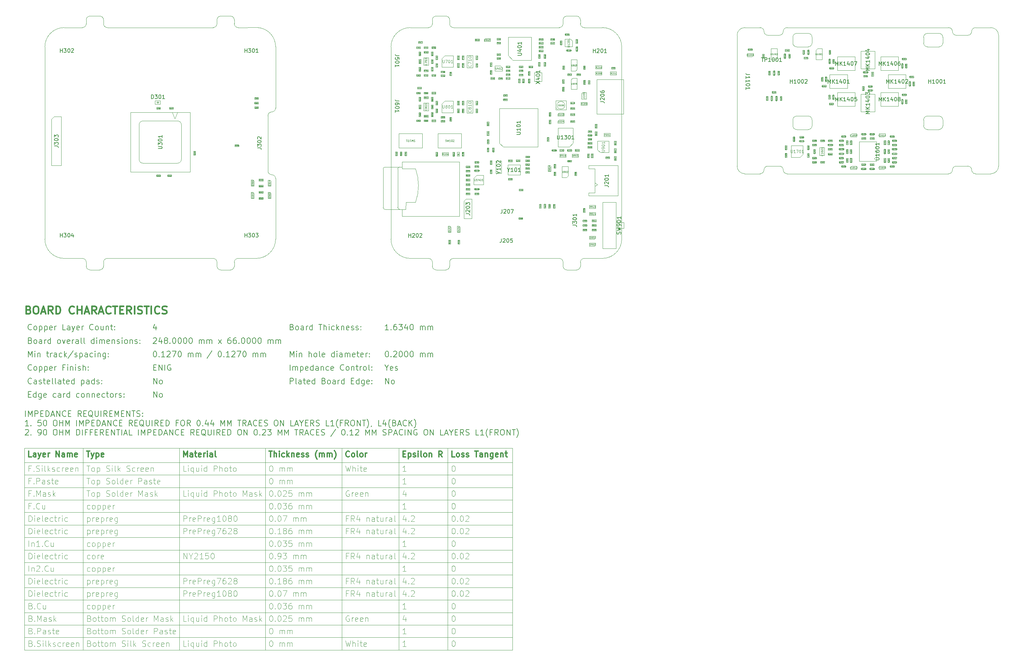
<source format=gbr>
%TF.GenerationSoftware,KiCad,Pcbnew,7.0.2*%
%TF.CreationDate,2023-05-26T09:26:57+02:00*%
%TF.ProjectId,kleinvoet,6b6c6569-6e76-46f6-9574-2e6b69636164,C*%
%TF.SameCoordinates,Original*%
%TF.FileFunction,AssemblyDrawing,Top*%
%FSLAX46Y46*%
G04 Gerber Fmt 4.6, Leading zero omitted, Abs format (unit mm)*
G04 Created by KiCad (PCBNEW 7.0.2) date 2023-05-26 09:26:57*
%MOMM*%
%LPD*%
G01*
G04 APERTURE LIST*
%ADD10C,0.200000*%
%ADD11C,0.400000*%
%ADD12C,0.100000*%
%ADD13C,0.300000*%
%ADD14C,0.040000*%
%ADD15C,0.060000*%
%ADD16C,0.150000*%
%ADD17C,0.075000*%
%ADD18C,0.110000*%
%ADD19C,0.080000*%
%ADD20C,0.120000*%
%TA.AperFunction,Profile*%
%ADD21C,0.050000*%
%TD*%
G04 APERTURE END LIST*
D10*
X18971428Y-133106428D02*
X18971428Y-131606428D01*
X19685714Y-133106428D02*
X19685714Y-131606428D01*
X19685714Y-131606428D02*
X20185714Y-132677857D01*
X20185714Y-132677857D02*
X20685714Y-131606428D01*
X20685714Y-131606428D02*
X20685714Y-133106428D01*
X21400000Y-133106428D02*
X21400000Y-131606428D01*
X21400000Y-131606428D02*
X21971429Y-131606428D01*
X21971429Y-131606428D02*
X22114286Y-131677857D01*
X22114286Y-131677857D02*
X22185715Y-131749285D01*
X22185715Y-131749285D02*
X22257143Y-131892142D01*
X22257143Y-131892142D02*
X22257143Y-132106428D01*
X22257143Y-132106428D02*
X22185715Y-132249285D01*
X22185715Y-132249285D02*
X22114286Y-132320714D01*
X22114286Y-132320714D02*
X21971429Y-132392142D01*
X21971429Y-132392142D02*
X21400000Y-132392142D01*
X22900000Y-132320714D02*
X23400000Y-132320714D01*
X23614286Y-133106428D02*
X22900000Y-133106428D01*
X22900000Y-133106428D02*
X22900000Y-131606428D01*
X22900000Y-131606428D02*
X23614286Y-131606428D01*
X24257143Y-133106428D02*
X24257143Y-131606428D01*
X24257143Y-131606428D02*
X24614286Y-131606428D01*
X24614286Y-131606428D02*
X24828572Y-131677857D01*
X24828572Y-131677857D02*
X24971429Y-131820714D01*
X24971429Y-131820714D02*
X25042858Y-131963571D01*
X25042858Y-131963571D02*
X25114286Y-132249285D01*
X25114286Y-132249285D02*
X25114286Y-132463571D01*
X25114286Y-132463571D02*
X25042858Y-132749285D01*
X25042858Y-132749285D02*
X24971429Y-132892142D01*
X24971429Y-132892142D02*
X24828572Y-133035000D01*
X24828572Y-133035000D02*
X24614286Y-133106428D01*
X24614286Y-133106428D02*
X24257143Y-133106428D01*
X25685715Y-132677857D02*
X26400001Y-132677857D01*
X25542858Y-133106428D02*
X26042858Y-131606428D01*
X26042858Y-131606428D02*
X26542858Y-133106428D01*
X27042857Y-133106428D02*
X27042857Y-131606428D01*
X27042857Y-131606428D02*
X27900000Y-133106428D01*
X27900000Y-133106428D02*
X27900000Y-131606428D01*
X29471429Y-132963571D02*
X29400001Y-133035000D01*
X29400001Y-133035000D02*
X29185715Y-133106428D01*
X29185715Y-133106428D02*
X29042858Y-133106428D01*
X29042858Y-133106428D02*
X28828572Y-133035000D01*
X28828572Y-133035000D02*
X28685715Y-132892142D01*
X28685715Y-132892142D02*
X28614286Y-132749285D01*
X28614286Y-132749285D02*
X28542858Y-132463571D01*
X28542858Y-132463571D02*
X28542858Y-132249285D01*
X28542858Y-132249285D02*
X28614286Y-131963571D01*
X28614286Y-131963571D02*
X28685715Y-131820714D01*
X28685715Y-131820714D02*
X28828572Y-131677857D01*
X28828572Y-131677857D02*
X29042858Y-131606428D01*
X29042858Y-131606428D02*
X29185715Y-131606428D01*
X29185715Y-131606428D02*
X29400001Y-131677857D01*
X29400001Y-131677857D02*
X29471429Y-131749285D01*
X30114286Y-132320714D02*
X30614286Y-132320714D01*
X30828572Y-133106428D02*
X30114286Y-133106428D01*
X30114286Y-133106428D02*
X30114286Y-131606428D01*
X30114286Y-131606428D02*
X30828572Y-131606428D01*
X33471429Y-133106428D02*
X32971429Y-132392142D01*
X32614286Y-133106428D02*
X32614286Y-131606428D01*
X32614286Y-131606428D02*
X33185715Y-131606428D01*
X33185715Y-131606428D02*
X33328572Y-131677857D01*
X33328572Y-131677857D02*
X33400001Y-131749285D01*
X33400001Y-131749285D02*
X33471429Y-131892142D01*
X33471429Y-131892142D02*
X33471429Y-132106428D01*
X33471429Y-132106428D02*
X33400001Y-132249285D01*
X33400001Y-132249285D02*
X33328572Y-132320714D01*
X33328572Y-132320714D02*
X33185715Y-132392142D01*
X33185715Y-132392142D02*
X32614286Y-132392142D01*
X34114286Y-132320714D02*
X34614286Y-132320714D01*
X34828572Y-133106428D02*
X34114286Y-133106428D01*
X34114286Y-133106428D02*
X34114286Y-131606428D01*
X34114286Y-131606428D02*
X34828572Y-131606428D01*
X36471429Y-133249285D02*
X36328572Y-133177857D01*
X36328572Y-133177857D02*
X36185715Y-133035000D01*
X36185715Y-133035000D02*
X35971429Y-132820714D01*
X35971429Y-132820714D02*
X35828572Y-132749285D01*
X35828572Y-132749285D02*
X35685715Y-132749285D01*
X35757144Y-133106428D02*
X35614287Y-133035000D01*
X35614287Y-133035000D02*
X35471429Y-132892142D01*
X35471429Y-132892142D02*
X35400001Y-132606428D01*
X35400001Y-132606428D02*
X35400001Y-132106428D01*
X35400001Y-132106428D02*
X35471429Y-131820714D01*
X35471429Y-131820714D02*
X35614287Y-131677857D01*
X35614287Y-131677857D02*
X35757144Y-131606428D01*
X35757144Y-131606428D02*
X36042858Y-131606428D01*
X36042858Y-131606428D02*
X36185715Y-131677857D01*
X36185715Y-131677857D02*
X36328572Y-131820714D01*
X36328572Y-131820714D02*
X36400001Y-132106428D01*
X36400001Y-132106428D02*
X36400001Y-132606428D01*
X36400001Y-132606428D02*
X36328572Y-132892142D01*
X36328572Y-132892142D02*
X36185715Y-133035000D01*
X36185715Y-133035000D02*
X36042858Y-133106428D01*
X36042858Y-133106428D02*
X35757144Y-133106428D01*
X37042858Y-131606428D02*
X37042858Y-132820714D01*
X37042858Y-132820714D02*
X37114287Y-132963571D01*
X37114287Y-132963571D02*
X37185716Y-133035000D01*
X37185716Y-133035000D02*
X37328573Y-133106428D01*
X37328573Y-133106428D02*
X37614287Y-133106428D01*
X37614287Y-133106428D02*
X37757144Y-133035000D01*
X37757144Y-133035000D02*
X37828573Y-132963571D01*
X37828573Y-132963571D02*
X37900001Y-132820714D01*
X37900001Y-132820714D02*
X37900001Y-131606428D01*
X38614287Y-133106428D02*
X38614287Y-131606428D01*
X40185716Y-133106428D02*
X39685716Y-132392142D01*
X39328573Y-133106428D02*
X39328573Y-131606428D01*
X39328573Y-131606428D02*
X39900002Y-131606428D01*
X39900002Y-131606428D02*
X40042859Y-131677857D01*
X40042859Y-131677857D02*
X40114288Y-131749285D01*
X40114288Y-131749285D02*
X40185716Y-131892142D01*
X40185716Y-131892142D02*
X40185716Y-132106428D01*
X40185716Y-132106428D02*
X40114288Y-132249285D01*
X40114288Y-132249285D02*
X40042859Y-132320714D01*
X40042859Y-132320714D02*
X39900002Y-132392142D01*
X39900002Y-132392142D02*
X39328573Y-132392142D01*
X40828573Y-132320714D02*
X41328573Y-132320714D01*
X41542859Y-133106428D02*
X40828573Y-133106428D01*
X40828573Y-133106428D02*
X40828573Y-131606428D01*
X40828573Y-131606428D02*
X41542859Y-131606428D01*
X42185716Y-133106428D02*
X42185716Y-131606428D01*
X42185716Y-131606428D02*
X42685716Y-132677857D01*
X42685716Y-132677857D02*
X43185716Y-131606428D01*
X43185716Y-131606428D02*
X43185716Y-133106428D01*
X43900002Y-132320714D02*
X44400002Y-132320714D01*
X44614288Y-133106428D02*
X43900002Y-133106428D01*
X43900002Y-133106428D02*
X43900002Y-131606428D01*
X43900002Y-131606428D02*
X44614288Y-131606428D01*
X45257145Y-133106428D02*
X45257145Y-131606428D01*
X45257145Y-131606428D02*
X46114288Y-133106428D01*
X46114288Y-133106428D02*
X46114288Y-131606428D01*
X46614289Y-131606428D02*
X47471432Y-131606428D01*
X47042860Y-133106428D02*
X47042860Y-131606428D01*
X47900003Y-133035000D02*
X48114289Y-133106428D01*
X48114289Y-133106428D02*
X48471431Y-133106428D01*
X48471431Y-133106428D02*
X48614289Y-133035000D01*
X48614289Y-133035000D02*
X48685717Y-132963571D01*
X48685717Y-132963571D02*
X48757146Y-132820714D01*
X48757146Y-132820714D02*
X48757146Y-132677857D01*
X48757146Y-132677857D02*
X48685717Y-132535000D01*
X48685717Y-132535000D02*
X48614289Y-132463571D01*
X48614289Y-132463571D02*
X48471431Y-132392142D01*
X48471431Y-132392142D02*
X48185717Y-132320714D01*
X48185717Y-132320714D02*
X48042860Y-132249285D01*
X48042860Y-132249285D02*
X47971431Y-132177857D01*
X47971431Y-132177857D02*
X47900003Y-132035000D01*
X47900003Y-132035000D02*
X47900003Y-131892142D01*
X47900003Y-131892142D02*
X47971431Y-131749285D01*
X47971431Y-131749285D02*
X48042860Y-131677857D01*
X48042860Y-131677857D02*
X48185717Y-131606428D01*
X48185717Y-131606428D02*
X48542860Y-131606428D01*
X48542860Y-131606428D02*
X48757146Y-131677857D01*
X49400002Y-132963571D02*
X49471431Y-133035000D01*
X49471431Y-133035000D02*
X49400002Y-133106428D01*
X49400002Y-133106428D02*
X49328574Y-133035000D01*
X49328574Y-133035000D02*
X49400002Y-132963571D01*
X49400002Y-132963571D02*
X49400002Y-133106428D01*
X49400002Y-132177857D02*
X49471431Y-132249285D01*
X49471431Y-132249285D02*
X49400002Y-132320714D01*
X49400002Y-132320714D02*
X49328574Y-132249285D01*
X49328574Y-132249285D02*
X49400002Y-132177857D01*
X49400002Y-132177857D02*
X49400002Y-132320714D01*
X19757143Y-135536428D02*
X18900000Y-135536428D01*
X19328571Y-135536428D02*
X19328571Y-134036428D01*
X19328571Y-134036428D02*
X19185714Y-134250714D01*
X19185714Y-134250714D02*
X19042857Y-134393571D01*
X19042857Y-134393571D02*
X18900000Y-134465000D01*
X20399999Y-135393571D02*
X20471428Y-135465000D01*
X20471428Y-135465000D02*
X20399999Y-135536428D01*
X20399999Y-135536428D02*
X20328571Y-135465000D01*
X20328571Y-135465000D02*
X20399999Y-135393571D01*
X20399999Y-135393571D02*
X20399999Y-135536428D01*
X22971428Y-134036428D02*
X22257142Y-134036428D01*
X22257142Y-134036428D02*
X22185714Y-134750714D01*
X22185714Y-134750714D02*
X22257142Y-134679285D01*
X22257142Y-134679285D02*
X22400000Y-134607857D01*
X22400000Y-134607857D02*
X22757142Y-134607857D01*
X22757142Y-134607857D02*
X22900000Y-134679285D01*
X22900000Y-134679285D02*
X22971428Y-134750714D01*
X22971428Y-134750714D02*
X23042857Y-134893571D01*
X23042857Y-134893571D02*
X23042857Y-135250714D01*
X23042857Y-135250714D02*
X22971428Y-135393571D01*
X22971428Y-135393571D02*
X22900000Y-135465000D01*
X22900000Y-135465000D02*
X22757142Y-135536428D01*
X22757142Y-135536428D02*
X22400000Y-135536428D01*
X22400000Y-135536428D02*
X22257142Y-135465000D01*
X22257142Y-135465000D02*
X22185714Y-135393571D01*
X23971428Y-134036428D02*
X24114285Y-134036428D01*
X24114285Y-134036428D02*
X24257142Y-134107857D01*
X24257142Y-134107857D02*
X24328571Y-134179285D01*
X24328571Y-134179285D02*
X24399999Y-134322142D01*
X24399999Y-134322142D02*
X24471428Y-134607857D01*
X24471428Y-134607857D02*
X24471428Y-134965000D01*
X24471428Y-134965000D02*
X24399999Y-135250714D01*
X24399999Y-135250714D02*
X24328571Y-135393571D01*
X24328571Y-135393571D02*
X24257142Y-135465000D01*
X24257142Y-135465000D02*
X24114285Y-135536428D01*
X24114285Y-135536428D02*
X23971428Y-135536428D01*
X23971428Y-135536428D02*
X23828571Y-135465000D01*
X23828571Y-135465000D02*
X23757142Y-135393571D01*
X23757142Y-135393571D02*
X23685713Y-135250714D01*
X23685713Y-135250714D02*
X23614285Y-134965000D01*
X23614285Y-134965000D02*
X23614285Y-134607857D01*
X23614285Y-134607857D02*
X23685713Y-134322142D01*
X23685713Y-134322142D02*
X23757142Y-134179285D01*
X23757142Y-134179285D02*
X23828571Y-134107857D01*
X23828571Y-134107857D02*
X23971428Y-134036428D01*
X26542856Y-134036428D02*
X26828570Y-134036428D01*
X26828570Y-134036428D02*
X26971427Y-134107857D01*
X26971427Y-134107857D02*
X27114284Y-134250714D01*
X27114284Y-134250714D02*
X27185713Y-134536428D01*
X27185713Y-134536428D02*
X27185713Y-135036428D01*
X27185713Y-135036428D02*
X27114284Y-135322142D01*
X27114284Y-135322142D02*
X26971427Y-135465000D01*
X26971427Y-135465000D02*
X26828570Y-135536428D01*
X26828570Y-135536428D02*
X26542856Y-135536428D01*
X26542856Y-135536428D02*
X26399999Y-135465000D01*
X26399999Y-135465000D02*
X26257141Y-135322142D01*
X26257141Y-135322142D02*
X26185713Y-135036428D01*
X26185713Y-135036428D02*
X26185713Y-134536428D01*
X26185713Y-134536428D02*
X26257141Y-134250714D01*
X26257141Y-134250714D02*
X26399999Y-134107857D01*
X26399999Y-134107857D02*
X26542856Y-134036428D01*
X27828570Y-135536428D02*
X27828570Y-134036428D01*
X27828570Y-134750714D02*
X28685713Y-134750714D01*
X28685713Y-135536428D02*
X28685713Y-134036428D01*
X29399999Y-135536428D02*
X29399999Y-134036428D01*
X29399999Y-134036428D02*
X29899999Y-135107857D01*
X29899999Y-135107857D02*
X30399999Y-134036428D01*
X30399999Y-134036428D02*
X30399999Y-135536428D01*
X32257142Y-135536428D02*
X32257142Y-134036428D01*
X32971428Y-135536428D02*
X32971428Y-134036428D01*
X32971428Y-134036428D02*
X33471428Y-135107857D01*
X33471428Y-135107857D02*
X33971428Y-134036428D01*
X33971428Y-134036428D02*
X33971428Y-135536428D01*
X34685714Y-135536428D02*
X34685714Y-134036428D01*
X34685714Y-134036428D02*
X35257143Y-134036428D01*
X35257143Y-134036428D02*
X35400000Y-134107857D01*
X35400000Y-134107857D02*
X35471429Y-134179285D01*
X35471429Y-134179285D02*
X35542857Y-134322142D01*
X35542857Y-134322142D02*
X35542857Y-134536428D01*
X35542857Y-134536428D02*
X35471429Y-134679285D01*
X35471429Y-134679285D02*
X35400000Y-134750714D01*
X35400000Y-134750714D02*
X35257143Y-134822142D01*
X35257143Y-134822142D02*
X34685714Y-134822142D01*
X36185714Y-134750714D02*
X36685714Y-134750714D01*
X36900000Y-135536428D02*
X36185714Y-135536428D01*
X36185714Y-135536428D02*
X36185714Y-134036428D01*
X36185714Y-134036428D02*
X36900000Y-134036428D01*
X37542857Y-135536428D02*
X37542857Y-134036428D01*
X37542857Y-134036428D02*
X37900000Y-134036428D01*
X37900000Y-134036428D02*
X38114286Y-134107857D01*
X38114286Y-134107857D02*
X38257143Y-134250714D01*
X38257143Y-134250714D02*
X38328572Y-134393571D01*
X38328572Y-134393571D02*
X38400000Y-134679285D01*
X38400000Y-134679285D02*
X38400000Y-134893571D01*
X38400000Y-134893571D02*
X38328572Y-135179285D01*
X38328572Y-135179285D02*
X38257143Y-135322142D01*
X38257143Y-135322142D02*
X38114286Y-135465000D01*
X38114286Y-135465000D02*
X37900000Y-135536428D01*
X37900000Y-135536428D02*
X37542857Y-135536428D01*
X38971429Y-135107857D02*
X39685715Y-135107857D01*
X38828572Y-135536428D02*
X39328572Y-134036428D01*
X39328572Y-134036428D02*
X39828572Y-135536428D01*
X40328571Y-135536428D02*
X40328571Y-134036428D01*
X40328571Y-134036428D02*
X41185714Y-135536428D01*
X41185714Y-135536428D02*
X41185714Y-134036428D01*
X42757143Y-135393571D02*
X42685715Y-135465000D01*
X42685715Y-135465000D02*
X42471429Y-135536428D01*
X42471429Y-135536428D02*
X42328572Y-135536428D01*
X42328572Y-135536428D02*
X42114286Y-135465000D01*
X42114286Y-135465000D02*
X41971429Y-135322142D01*
X41971429Y-135322142D02*
X41900000Y-135179285D01*
X41900000Y-135179285D02*
X41828572Y-134893571D01*
X41828572Y-134893571D02*
X41828572Y-134679285D01*
X41828572Y-134679285D02*
X41900000Y-134393571D01*
X41900000Y-134393571D02*
X41971429Y-134250714D01*
X41971429Y-134250714D02*
X42114286Y-134107857D01*
X42114286Y-134107857D02*
X42328572Y-134036428D01*
X42328572Y-134036428D02*
X42471429Y-134036428D01*
X42471429Y-134036428D02*
X42685715Y-134107857D01*
X42685715Y-134107857D02*
X42757143Y-134179285D01*
X43400000Y-134750714D02*
X43900000Y-134750714D01*
X44114286Y-135536428D02*
X43400000Y-135536428D01*
X43400000Y-135536428D02*
X43400000Y-134036428D01*
X43400000Y-134036428D02*
X44114286Y-134036428D01*
X46757143Y-135536428D02*
X46257143Y-134822142D01*
X45900000Y-135536428D02*
X45900000Y-134036428D01*
X45900000Y-134036428D02*
X46471429Y-134036428D01*
X46471429Y-134036428D02*
X46614286Y-134107857D01*
X46614286Y-134107857D02*
X46685715Y-134179285D01*
X46685715Y-134179285D02*
X46757143Y-134322142D01*
X46757143Y-134322142D02*
X46757143Y-134536428D01*
X46757143Y-134536428D02*
X46685715Y-134679285D01*
X46685715Y-134679285D02*
X46614286Y-134750714D01*
X46614286Y-134750714D02*
X46471429Y-134822142D01*
X46471429Y-134822142D02*
X45900000Y-134822142D01*
X47400000Y-134750714D02*
X47900000Y-134750714D01*
X48114286Y-135536428D02*
X47400000Y-135536428D01*
X47400000Y-135536428D02*
X47400000Y-134036428D01*
X47400000Y-134036428D02*
X48114286Y-134036428D01*
X49757143Y-135679285D02*
X49614286Y-135607857D01*
X49614286Y-135607857D02*
X49471429Y-135465000D01*
X49471429Y-135465000D02*
X49257143Y-135250714D01*
X49257143Y-135250714D02*
X49114286Y-135179285D01*
X49114286Y-135179285D02*
X48971429Y-135179285D01*
X49042858Y-135536428D02*
X48900001Y-135465000D01*
X48900001Y-135465000D02*
X48757143Y-135322142D01*
X48757143Y-135322142D02*
X48685715Y-135036428D01*
X48685715Y-135036428D02*
X48685715Y-134536428D01*
X48685715Y-134536428D02*
X48757143Y-134250714D01*
X48757143Y-134250714D02*
X48900001Y-134107857D01*
X48900001Y-134107857D02*
X49042858Y-134036428D01*
X49042858Y-134036428D02*
X49328572Y-134036428D01*
X49328572Y-134036428D02*
X49471429Y-134107857D01*
X49471429Y-134107857D02*
X49614286Y-134250714D01*
X49614286Y-134250714D02*
X49685715Y-134536428D01*
X49685715Y-134536428D02*
X49685715Y-135036428D01*
X49685715Y-135036428D02*
X49614286Y-135322142D01*
X49614286Y-135322142D02*
X49471429Y-135465000D01*
X49471429Y-135465000D02*
X49328572Y-135536428D01*
X49328572Y-135536428D02*
X49042858Y-135536428D01*
X50328572Y-134036428D02*
X50328572Y-135250714D01*
X50328572Y-135250714D02*
X50400001Y-135393571D01*
X50400001Y-135393571D02*
X50471430Y-135465000D01*
X50471430Y-135465000D02*
X50614287Y-135536428D01*
X50614287Y-135536428D02*
X50900001Y-135536428D01*
X50900001Y-135536428D02*
X51042858Y-135465000D01*
X51042858Y-135465000D02*
X51114287Y-135393571D01*
X51114287Y-135393571D02*
X51185715Y-135250714D01*
X51185715Y-135250714D02*
X51185715Y-134036428D01*
X51900001Y-135536428D02*
X51900001Y-134036428D01*
X53471430Y-135536428D02*
X52971430Y-134822142D01*
X52614287Y-135536428D02*
X52614287Y-134036428D01*
X52614287Y-134036428D02*
X53185716Y-134036428D01*
X53185716Y-134036428D02*
X53328573Y-134107857D01*
X53328573Y-134107857D02*
X53400002Y-134179285D01*
X53400002Y-134179285D02*
X53471430Y-134322142D01*
X53471430Y-134322142D02*
X53471430Y-134536428D01*
X53471430Y-134536428D02*
X53400002Y-134679285D01*
X53400002Y-134679285D02*
X53328573Y-134750714D01*
X53328573Y-134750714D02*
X53185716Y-134822142D01*
X53185716Y-134822142D02*
X52614287Y-134822142D01*
X54114287Y-134750714D02*
X54614287Y-134750714D01*
X54828573Y-135536428D02*
X54114287Y-135536428D01*
X54114287Y-135536428D02*
X54114287Y-134036428D01*
X54114287Y-134036428D02*
X54828573Y-134036428D01*
X55471430Y-135536428D02*
X55471430Y-134036428D01*
X55471430Y-134036428D02*
X55828573Y-134036428D01*
X55828573Y-134036428D02*
X56042859Y-134107857D01*
X56042859Y-134107857D02*
X56185716Y-134250714D01*
X56185716Y-134250714D02*
X56257145Y-134393571D01*
X56257145Y-134393571D02*
X56328573Y-134679285D01*
X56328573Y-134679285D02*
X56328573Y-134893571D01*
X56328573Y-134893571D02*
X56257145Y-135179285D01*
X56257145Y-135179285D02*
X56185716Y-135322142D01*
X56185716Y-135322142D02*
X56042859Y-135465000D01*
X56042859Y-135465000D02*
X55828573Y-135536428D01*
X55828573Y-135536428D02*
X55471430Y-135536428D01*
X58614287Y-134750714D02*
X58114287Y-134750714D01*
X58114287Y-135536428D02*
X58114287Y-134036428D01*
X58114287Y-134036428D02*
X58828573Y-134036428D01*
X59685716Y-134036428D02*
X59971430Y-134036428D01*
X59971430Y-134036428D02*
X60114287Y-134107857D01*
X60114287Y-134107857D02*
X60257144Y-134250714D01*
X60257144Y-134250714D02*
X60328573Y-134536428D01*
X60328573Y-134536428D02*
X60328573Y-135036428D01*
X60328573Y-135036428D02*
X60257144Y-135322142D01*
X60257144Y-135322142D02*
X60114287Y-135465000D01*
X60114287Y-135465000D02*
X59971430Y-135536428D01*
X59971430Y-135536428D02*
X59685716Y-135536428D01*
X59685716Y-135536428D02*
X59542859Y-135465000D01*
X59542859Y-135465000D02*
X59400001Y-135322142D01*
X59400001Y-135322142D02*
X59328573Y-135036428D01*
X59328573Y-135036428D02*
X59328573Y-134536428D01*
X59328573Y-134536428D02*
X59400001Y-134250714D01*
X59400001Y-134250714D02*
X59542859Y-134107857D01*
X59542859Y-134107857D02*
X59685716Y-134036428D01*
X61828573Y-135536428D02*
X61328573Y-134822142D01*
X60971430Y-135536428D02*
X60971430Y-134036428D01*
X60971430Y-134036428D02*
X61542859Y-134036428D01*
X61542859Y-134036428D02*
X61685716Y-134107857D01*
X61685716Y-134107857D02*
X61757145Y-134179285D01*
X61757145Y-134179285D02*
X61828573Y-134322142D01*
X61828573Y-134322142D02*
X61828573Y-134536428D01*
X61828573Y-134536428D02*
X61757145Y-134679285D01*
X61757145Y-134679285D02*
X61685716Y-134750714D01*
X61685716Y-134750714D02*
X61542859Y-134822142D01*
X61542859Y-134822142D02*
X60971430Y-134822142D01*
X63900002Y-134036428D02*
X64042859Y-134036428D01*
X64042859Y-134036428D02*
X64185716Y-134107857D01*
X64185716Y-134107857D02*
X64257145Y-134179285D01*
X64257145Y-134179285D02*
X64328573Y-134322142D01*
X64328573Y-134322142D02*
X64400002Y-134607857D01*
X64400002Y-134607857D02*
X64400002Y-134965000D01*
X64400002Y-134965000D02*
X64328573Y-135250714D01*
X64328573Y-135250714D02*
X64257145Y-135393571D01*
X64257145Y-135393571D02*
X64185716Y-135465000D01*
X64185716Y-135465000D02*
X64042859Y-135536428D01*
X64042859Y-135536428D02*
X63900002Y-135536428D01*
X63900002Y-135536428D02*
X63757145Y-135465000D01*
X63757145Y-135465000D02*
X63685716Y-135393571D01*
X63685716Y-135393571D02*
X63614287Y-135250714D01*
X63614287Y-135250714D02*
X63542859Y-134965000D01*
X63542859Y-134965000D02*
X63542859Y-134607857D01*
X63542859Y-134607857D02*
X63614287Y-134322142D01*
X63614287Y-134322142D02*
X63685716Y-134179285D01*
X63685716Y-134179285D02*
X63757145Y-134107857D01*
X63757145Y-134107857D02*
X63900002Y-134036428D01*
X65042858Y-135393571D02*
X65114287Y-135465000D01*
X65114287Y-135465000D02*
X65042858Y-135536428D01*
X65042858Y-135536428D02*
X64971430Y-135465000D01*
X64971430Y-135465000D02*
X65042858Y-135393571D01*
X65042858Y-135393571D02*
X65042858Y-135536428D01*
X66400002Y-134536428D02*
X66400002Y-135536428D01*
X66042859Y-133965000D02*
X65685716Y-135036428D01*
X65685716Y-135036428D02*
X66614287Y-135036428D01*
X67828573Y-134536428D02*
X67828573Y-135536428D01*
X67471430Y-133965000D02*
X67114287Y-135036428D01*
X67114287Y-135036428D02*
X68042858Y-135036428D01*
X69757143Y-135536428D02*
X69757143Y-134036428D01*
X69757143Y-134036428D02*
X70257143Y-135107857D01*
X70257143Y-135107857D02*
X70757143Y-134036428D01*
X70757143Y-134036428D02*
X70757143Y-135536428D01*
X71471429Y-135536428D02*
X71471429Y-134036428D01*
X71471429Y-134036428D02*
X71971429Y-135107857D01*
X71971429Y-135107857D02*
X72471429Y-134036428D01*
X72471429Y-134036428D02*
X72471429Y-135536428D01*
X74114287Y-134036428D02*
X74971430Y-134036428D01*
X74542858Y-135536428D02*
X74542858Y-134036428D01*
X76328572Y-135536428D02*
X75828572Y-134822142D01*
X75471429Y-135536428D02*
X75471429Y-134036428D01*
X75471429Y-134036428D02*
X76042858Y-134036428D01*
X76042858Y-134036428D02*
X76185715Y-134107857D01*
X76185715Y-134107857D02*
X76257144Y-134179285D01*
X76257144Y-134179285D02*
X76328572Y-134322142D01*
X76328572Y-134322142D02*
X76328572Y-134536428D01*
X76328572Y-134536428D02*
X76257144Y-134679285D01*
X76257144Y-134679285D02*
X76185715Y-134750714D01*
X76185715Y-134750714D02*
X76042858Y-134822142D01*
X76042858Y-134822142D02*
X75471429Y-134822142D01*
X76900001Y-135107857D02*
X77614287Y-135107857D01*
X76757144Y-135536428D02*
X77257144Y-134036428D01*
X77257144Y-134036428D02*
X77757144Y-135536428D01*
X79114286Y-135393571D02*
X79042858Y-135465000D01*
X79042858Y-135465000D02*
X78828572Y-135536428D01*
X78828572Y-135536428D02*
X78685715Y-135536428D01*
X78685715Y-135536428D02*
X78471429Y-135465000D01*
X78471429Y-135465000D02*
X78328572Y-135322142D01*
X78328572Y-135322142D02*
X78257143Y-135179285D01*
X78257143Y-135179285D02*
X78185715Y-134893571D01*
X78185715Y-134893571D02*
X78185715Y-134679285D01*
X78185715Y-134679285D02*
X78257143Y-134393571D01*
X78257143Y-134393571D02*
X78328572Y-134250714D01*
X78328572Y-134250714D02*
X78471429Y-134107857D01*
X78471429Y-134107857D02*
X78685715Y-134036428D01*
X78685715Y-134036428D02*
X78828572Y-134036428D01*
X78828572Y-134036428D02*
X79042858Y-134107857D01*
X79042858Y-134107857D02*
X79114286Y-134179285D01*
X79757143Y-134750714D02*
X80257143Y-134750714D01*
X80471429Y-135536428D02*
X79757143Y-135536428D01*
X79757143Y-135536428D02*
X79757143Y-134036428D01*
X79757143Y-134036428D02*
X80471429Y-134036428D01*
X81042858Y-135465000D02*
X81257144Y-135536428D01*
X81257144Y-135536428D02*
X81614286Y-135536428D01*
X81614286Y-135536428D02*
X81757144Y-135465000D01*
X81757144Y-135465000D02*
X81828572Y-135393571D01*
X81828572Y-135393571D02*
X81900001Y-135250714D01*
X81900001Y-135250714D02*
X81900001Y-135107857D01*
X81900001Y-135107857D02*
X81828572Y-134965000D01*
X81828572Y-134965000D02*
X81757144Y-134893571D01*
X81757144Y-134893571D02*
X81614286Y-134822142D01*
X81614286Y-134822142D02*
X81328572Y-134750714D01*
X81328572Y-134750714D02*
X81185715Y-134679285D01*
X81185715Y-134679285D02*
X81114286Y-134607857D01*
X81114286Y-134607857D02*
X81042858Y-134465000D01*
X81042858Y-134465000D02*
X81042858Y-134322142D01*
X81042858Y-134322142D02*
X81114286Y-134179285D01*
X81114286Y-134179285D02*
X81185715Y-134107857D01*
X81185715Y-134107857D02*
X81328572Y-134036428D01*
X81328572Y-134036428D02*
X81685715Y-134036428D01*
X81685715Y-134036428D02*
X81900001Y-134107857D01*
X83971429Y-134036428D02*
X84257143Y-134036428D01*
X84257143Y-134036428D02*
X84400000Y-134107857D01*
X84400000Y-134107857D02*
X84542857Y-134250714D01*
X84542857Y-134250714D02*
X84614286Y-134536428D01*
X84614286Y-134536428D02*
X84614286Y-135036428D01*
X84614286Y-135036428D02*
X84542857Y-135322142D01*
X84542857Y-135322142D02*
X84400000Y-135465000D01*
X84400000Y-135465000D02*
X84257143Y-135536428D01*
X84257143Y-135536428D02*
X83971429Y-135536428D01*
X83971429Y-135536428D02*
X83828572Y-135465000D01*
X83828572Y-135465000D02*
X83685714Y-135322142D01*
X83685714Y-135322142D02*
X83614286Y-135036428D01*
X83614286Y-135036428D02*
X83614286Y-134536428D01*
X83614286Y-134536428D02*
X83685714Y-134250714D01*
X83685714Y-134250714D02*
X83828572Y-134107857D01*
X83828572Y-134107857D02*
X83971429Y-134036428D01*
X85257143Y-135536428D02*
X85257143Y-134036428D01*
X85257143Y-134036428D02*
X86114286Y-135536428D01*
X86114286Y-135536428D02*
X86114286Y-134036428D01*
X88685715Y-135536428D02*
X87971429Y-135536428D01*
X87971429Y-135536428D02*
X87971429Y-134036428D01*
X89114287Y-135107857D02*
X89828573Y-135107857D01*
X88971430Y-135536428D02*
X89471430Y-134036428D01*
X89471430Y-134036428D02*
X89971430Y-135536428D01*
X90757144Y-134822142D02*
X90757144Y-135536428D01*
X90257144Y-134036428D02*
X90757144Y-134822142D01*
X90757144Y-134822142D02*
X91257144Y-134036428D01*
X91757143Y-134750714D02*
X92257143Y-134750714D01*
X92471429Y-135536428D02*
X91757143Y-135536428D01*
X91757143Y-135536428D02*
X91757143Y-134036428D01*
X91757143Y-134036428D02*
X92471429Y-134036428D01*
X93971429Y-135536428D02*
X93471429Y-134822142D01*
X93114286Y-135536428D02*
X93114286Y-134036428D01*
X93114286Y-134036428D02*
X93685715Y-134036428D01*
X93685715Y-134036428D02*
X93828572Y-134107857D01*
X93828572Y-134107857D02*
X93900001Y-134179285D01*
X93900001Y-134179285D02*
X93971429Y-134322142D01*
X93971429Y-134322142D02*
X93971429Y-134536428D01*
X93971429Y-134536428D02*
X93900001Y-134679285D01*
X93900001Y-134679285D02*
X93828572Y-134750714D01*
X93828572Y-134750714D02*
X93685715Y-134822142D01*
X93685715Y-134822142D02*
X93114286Y-134822142D01*
X94542858Y-135465000D02*
X94757144Y-135536428D01*
X94757144Y-135536428D02*
X95114286Y-135536428D01*
X95114286Y-135536428D02*
X95257144Y-135465000D01*
X95257144Y-135465000D02*
X95328572Y-135393571D01*
X95328572Y-135393571D02*
X95400001Y-135250714D01*
X95400001Y-135250714D02*
X95400001Y-135107857D01*
X95400001Y-135107857D02*
X95328572Y-134965000D01*
X95328572Y-134965000D02*
X95257144Y-134893571D01*
X95257144Y-134893571D02*
X95114286Y-134822142D01*
X95114286Y-134822142D02*
X94828572Y-134750714D01*
X94828572Y-134750714D02*
X94685715Y-134679285D01*
X94685715Y-134679285D02*
X94614286Y-134607857D01*
X94614286Y-134607857D02*
X94542858Y-134465000D01*
X94542858Y-134465000D02*
X94542858Y-134322142D01*
X94542858Y-134322142D02*
X94614286Y-134179285D01*
X94614286Y-134179285D02*
X94685715Y-134107857D01*
X94685715Y-134107857D02*
X94828572Y-134036428D01*
X94828572Y-134036428D02*
X95185715Y-134036428D01*
X95185715Y-134036428D02*
X95400001Y-134107857D01*
X97900000Y-135536428D02*
X97185714Y-135536428D01*
X97185714Y-135536428D02*
X97185714Y-134036428D01*
X99185715Y-135536428D02*
X98328572Y-135536428D01*
X98757143Y-135536428D02*
X98757143Y-134036428D01*
X98757143Y-134036428D02*
X98614286Y-134250714D01*
X98614286Y-134250714D02*
X98471429Y-134393571D01*
X98471429Y-134393571D02*
X98328572Y-134465000D01*
X100257143Y-136107857D02*
X100185714Y-136036428D01*
X100185714Y-136036428D02*
X100042857Y-135822142D01*
X100042857Y-135822142D02*
X99971429Y-135679285D01*
X99971429Y-135679285D02*
X99900000Y-135465000D01*
X99900000Y-135465000D02*
X99828571Y-135107857D01*
X99828571Y-135107857D02*
X99828571Y-134822142D01*
X99828571Y-134822142D02*
X99900000Y-134465000D01*
X99900000Y-134465000D02*
X99971429Y-134250714D01*
X99971429Y-134250714D02*
X100042857Y-134107857D01*
X100042857Y-134107857D02*
X100185714Y-133893571D01*
X100185714Y-133893571D02*
X100257143Y-133822142D01*
X101328571Y-134750714D02*
X100828571Y-134750714D01*
X100828571Y-135536428D02*
X100828571Y-134036428D01*
X100828571Y-134036428D02*
X101542857Y-134036428D01*
X102971428Y-135536428D02*
X102471428Y-134822142D01*
X102114285Y-135536428D02*
X102114285Y-134036428D01*
X102114285Y-134036428D02*
X102685714Y-134036428D01*
X102685714Y-134036428D02*
X102828571Y-134107857D01*
X102828571Y-134107857D02*
X102900000Y-134179285D01*
X102900000Y-134179285D02*
X102971428Y-134322142D01*
X102971428Y-134322142D02*
X102971428Y-134536428D01*
X102971428Y-134536428D02*
X102900000Y-134679285D01*
X102900000Y-134679285D02*
X102828571Y-134750714D01*
X102828571Y-134750714D02*
X102685714Y-134822142D01*
X102685714Y-134822142D02*
X102114285Y-134822142D01*
X103900000Y-134036428D02*
X104185714Y-134036428D01*
X104185714Y-134036428D02*
X104328571Y-134107857D01*
X104328571Y-134107857D02*
X104471428Y-134250714D01*
X104471428Y-134250714D02*
X104542857Y-134536428D01*
X104542857Y-134536428D02*
X104542857Y-135036428D01*
X104542857Y-135036428D02*
X104471428Y-135322142D01*
X104471428Y-135322142D02*
X104328571Y-135465000D01*
X104328571Y-135465000D02*
X104185714Y-135536428D01*
X104185714Y-135536428D02*
X103900000Y-135536428D01*
X103900000Y-135536428D02*
X103757143Y-135465000D01*
X103757143Y-135465000D02*
X103614285Y-135322142D01*
X103614285Y-135322142D02*
X103542857Y-135036428D01*
X103542857Y-135036428D02*
X103542857Y-134536428D01*
X103542857Y-134536428D02*
X103614285Y-134250714D01*
X103614285Y-134250714D02*
X103757143Y-134107857D01*
X103757143Y-134107857D02*
X103900000Y-134036428D01*
X105185714Y-135536428D02*
X105185714Y-134036428D01*
X105185714Y-134036428D02*
X106042857Y-135536428D01*
X106042857Y-135536428D02*
X106042857Y-134036428D01*
X106542858Y-134036428D02*
X107400001Y-134036428D01*
X106971429Y-135536428D02*
X106971429Y-134036428D01*
X107757143Y-136107857D02*
X107828572Y-136036428D01*
X107828572Y-136036428D02*
X107971429Y-135822142D01*
X107971429Y-135822142D02*
X108042858Y-135679285D01*
X108042858Y-135679285D02*
X108114286Y-135465000D01*
X108114286Y-135465000D02*
X108185715Y-135107857D01*
X108185715Y-135107857D02*
X108185715Y-134822142D01*
X108185715Y-134822142D02*
X108114286Y-134465000D01*
X108114286Y-134465000D02*
X108042858Y-134250714D01*
X108042858Y-134250714D02*
X107971429Y-134107857D01*
X107971429Y-134107857D02*
X107828572Y-133893571D01*
X107828572Y-133893571D02*
X107757143Y-133822142D01*
X108971429Y-135465000D02*
X108971429Y-135536428D01*
X108971429Y-135536428D02*
X108900000Y-135679285D01*
X108900000Y-135679285D02*
X108828572Y-135750714D01*
X111471429Y-135536428D02*
X110757143Y-135536428D01*
X110757143Y-135536428D02*
X110757143Y-134036428D01*
X112614287Y-134536428D02*
X112614287Y-135536428D01*
X112257144Y-133965000D02*
X111900001Y-135036428D01*
X111900001Y-135036428D02*
X112828572Y-135036428D01*
X113828572Y-136107857D02*
X113757143Y-136036428D01*
X113757143Y-136036428D02*
X113614286Y-135822142D01*
X113614286Y-135822142D02*
X113542858Y-135679285D01*
X113542858Y-135679285D02*
X113471429Y-135465000D01*
X113471429Y-135465000D02*
X113400000Y-135107857D01*
X113400000Y-135107857D02*
X113400000Y-134822142D01*
X113400000Y-134822142D02*
X113471429Y-134465000D01*
X113471429Y-134465000D02*
X113542858Y-134250714D01*
X113542858Y-134250714D02*
X113614286Y-134107857D01*
X113614286Y-134107857D02*
X113757143Y-133893571D01*
X113757143Y-133893571D02*
X113828572Y-133822142D01*
X114900000Y-134750714D02*
X115114286Y-134822142D01*
X115114286Y-134822142D02*
X115185715Y-134893571D01*
X115185715Y-134893571D02*
X115257143Y-135036428D01*
X115257143Y-135036428D02*
X115257143Y-135250714D01*
X115257143Y-135250714D02*
X115185715Y-135393571D01*
X115185715Y-135393571D02*
X115114286Y-135465000D01*
X115114286Y-135465000D02*
X114971429Y-135536428D01*
X114971429Y-135536428D02*
X114400000Y-135536428D01*
X114400000Y-135536428D02*
X114400000Y-134036428D01*
X114400000Y-134036428D02*
X114900000Y-134036428D01*
X114900000Y-134036428D02*
X115042858Y-134107857D01*
X115042858Y-134107857D02*
X115114286Y-134179285D01*
X115114286Y-134179285D02*
X115185715Y-134322142D01*
X115185715Y-134322142D02*
X115185715Y-134465000D01*
X115185715Y-134465000D02*
X115114286Y-134607857D01*
X115114286Y-134607857D02*
X115042858Y-134679285D01*
X115042858Y-134679285D02*
X114900000Y-134750714D01*
X114900000Y-134750714D02*
X114400000Y-134750714D01*
X115828572Y-135107857D02*
X116542858Y-135107857D01*
X115685715Y-135536428D02*
X116185715Y-134036428D01*
X116185715Y-134036428D02*
X116685715Y-135536428D01*
X118042857Y-135393571D02*
X117971429Y-135465000D01*
X117971429Y-135465000D02*
X117757143Y-135536428D01*
X117757143Y-135536428D02*
X117614286Y-135536428D01*
X117614286Y-135536428D02*
X117400000Y-135465000D01*
X117400000Y-135465000D02*
X117257143Y-135322142D01*
X117257143Y-135322142D02*
X117185714Y-135179285D01*
X117185714Y-135179285D02*
X117114286Y-134893571D01*
X117114286Y-134893571D02*
X117114286Y-134679285D01*
X117114286Y-134679285D02*
X117185714Y-134393571D01*
X117185714Y-134393571D02*
X117257143Y-134250714D01*
X117257143Y-134250714D02*
X117400000Y-134107857D01*
X117400000Y-134107857D02*
X117614286Y-134036428D01*
X117614286Y-134036428D02*
X117757143Y-134036428D01*
X117757143Y-134036428D02*
X117971429Y-134107857D01*
X117971429Y-134107857D02*
X118042857Y-134179285D01*
X118685714Y-135536428D02*
X118685714Y-134036428D01*
X119542857Y-135536428D02*
X118900000Y-134679285D01*
X119542857Y-134036428D02*
X118685714Y-134893571D01*
X120042857Y-136107857D02*
X120114286Y-136036428D01*
X120114286Y-136036428D02*
X120257143Y-135822142D01*
X120257143Y-135822142D02*
X120328572Y-135679285D01*
X120328572Y-135679285D02*
X120400000Y-135465000D01*
X120400000Y-135465000D02*
X120471429Y-135107857D01*
X120471429Y-135107857D02*
X120471429Y-134822142D01*
X120471429Y-134822142D02*
X120400000Y-134465000D01*
X120400000Y-134465000D02*
X120328572Y-134250714D01*
X120328572Y-134250714D02*
X120257143Y-134107857D01*
X120257143Y-134107857D02*
X120114286Y-133893571D01*
X120114286Y-133893571D02*
X120042857Y-133822142D01*
X18900000Y-136609285D02*
X18971428Y-136537857D01*
X18971428Y-136537857D02*
X19114286Y-136466428D01*
X19114286Y-136466428D02*
X19471428Y-136466428D01*
X19471428Y-136466428D02*
X19614286Y-136537857D01*
X19614286Y-136537857D02*
X19685714Y-136609285D01*
X19685714Y-136609285D02*
X19757143Y-136752142D01*
X19757143Y-136752142D02*
X19757143Y-136895000D01*
X19757143Y-136895000D02*
X19685714Y-137109285D01*
X19685714Y-137109285D02*
X18828571Y-137966428D01*
X18828571Y-137966428D02*
X19757143Y-137966428D01*
X20399999Y-137823571D02*
X20471428Y-137895000D01*
X20471428Y-137895000D02*
X20399999Y-137966428D01*
X20399999Y-137966428D02*
X20328571Y-137895000D01*
X20328571Y-137895000D02*
X20399999Y-137823571D01*
X20399999Y-137823571D02*
X20399999Y-137966428D01*
X22328571Y-137966428D02*
X22614285Y-137966428D01*
X22614285Y-137966428D02*
X22757142Y-137895000D01*
X22757142Y-137895000D02*
X22828571Y-137823571D01*
X22828571Y-137823571D02*
X22971428Y-137609285D01*
X22971428Y-137609285D02*
X23042857Y-137323571D01*
X23042857Y-137323571D02*
X23042857Y-136752142D01*
X23042857Y-136752142D02*
X22971428Y-136609285D01*
X22971428Y-136609285D02*
X22900000Y-136537857D01*
X22900000Y-136537857D02*
X22757142Y-136466428D01*
X22757142Y-136466428D02*
X22471428Y-136466428D01*
X22471428Y-136466428D02*
X22328571Y-136537857D01*
X22328571Y-136537857D02*
X22257142Y-136609285D01*
X22257142Y-136609285D02*
X22185714Y-136752142D01*
X22185714Y-136752142D02*
X22185714Y-137109285D01*
X22185714Y-137109285D02*
X22257142Y-137252142D01*
X22257142Y-137252142D02*
X22328571Y-137323571D01*
X22328571Y-137323571D02*
X22471428Y-137395000D01*
X22471428Y-137395000D02*
X22757142Y-137395000D01*
X22757142Y-137395000D02*
X22900000Y-137323571D01*
X22900000Y-137323571D02*
X22971428Y-137252142D01*
X22971428Y-137252142D02*
X23042857Y-137109285D01*
X23971428Y-136466428D02*
X24114285Y-136466428D01*
X24114285Y-136466428D02*
X24257142Y-136537857D01*
X24257142Y-136537857D02*
X24328571Y-136609285D01*
X24328571Y-136609285D02*
X24399999Y-136752142D01*
X24399999Y-136752142D02*
X24471428Y-137037857D01*
X24471428Y-137037857D02*
X24471428Y-137395000D01*
X24471428Y-137395000D02*
X24399999Y-137680714D01*
X24399999Y-137680714D02*
X24328571Y-137823571D01*
X24328571Y-137823571D02*
X24257142Y-137895000D01*
X24257142Y-137895000D02*
X24114285Y-137966428D01*
X24114285Y-137966428D02*
X23971428Y-137966428D01*
X23971428Y-137966428D02*
X23828571Y-137895000D01*
X23828571Y-137895000D02*
X23757142Y-137823571D01*
X23757142Y-137823571D02*
X23685713Y-137680714D01*
X23685713Y-137680714D02*
X23614285Y-137395000D01*
X23614285Y-137395000D02*
X23614285Y-137037857D01*
X23614285Y-137037857D02*
X23685713Y-136752142D01*
X23685713Y-136752142D02*
X23757142Y-136609285D01*
X23757142Y-136609285D02*
X23828571Y-136537857D01*
X23828571Y-136537857D02*
X23971428Y-136466428D01*
X26542856Y-136466428D02*
X26828570Y-136466428D01*
X26828570Y-136466428D02*
X26971427Y-136537857D01*
X26971427Y-136537857D02*
X27114284Y-136680714D01*
X27114284Y-136680714D02*
X27185713Y-136966428D01*
X27185713Y-136966428D02*
X27185713Y-137466428D01*
X27185713Y-137466428D02*
X27114284Y-137752142D01*
X27114284Y-137752142D02*
X26971427Y-137895000D01*
X26971427Y-137895000D02*
X26828570Y-137966428D01*
X26828570Y-137966428D02*
X26542856Y-137966428D01*
X26542856Y-137966428D02*
X26399999Y-137895000D01*
X26399999Y-137895000D02*
X26257141Y-137752142D01*
X26257141Y-137752142D02*
X26185713Y-137466428D01*
X26185713Y-137466428D02*
X26185713Y-136966428D01*
X26185713Y-136966428D02*
X26257141Y-136680714D01*
X26257141Y-136680714D02*
X26399999Y-136537857D01*
X26399999Y-136537857D02*
X26542856Y-136466428D01*
X27828570Y-137966428D02*
X27828570Y-136466428D01*
X27828570Y-137180714D02*
X28685713Y-137180714D01*
X28685713Y-137966428D02*
X28685713Y-136466428D01*
X29399999Y-137966428D02*
X29399999Y-136466428D01*
X29399999Y-136466428D02*
X29899999Y-137537857D01*
X29899999Y-137537857D02*
X30399999Y-136466428D01*
X30399999Y-136466428D02*
X30399999Y-137966428D01*
X32257142Y-137966428D02*
X32257142Y-136466428D01*
X32257142Y-136466428D02*
X32614285Y-136466428D01*
X32614285Y-136466428D02*
X32828571Y-136537857D01*
X32828571Y-136537857D02*
X32971428Y-136680714D01*
X32971428Y-136680714D02*
X33042857Y-136823571D01*
X33042857Y-136823571D02*
X33114285Y-137109285D01*
X33114285Y-137109285D02*
X33114285Y-137323571D01*
X33114285Y-137323571D02*
X33042857Y-137609285D01*
X33042857Y-137609285D02*
X32971428Y-137752142D01*
X32971428Y-137752142D02*
X32828571Y-137895000D01*
X32828571Y-137895000D02*
X32614285Y-137966428D01*
X32614285Y-137966428D02*
X32257142Y-137966428D01*
X33757142Y-137966428D02*
X33757142Y-136466428D01*
X34971428Y-137180714D02*
X34471428Y-137180714D01*
X34471428Y-137966428D02*
X34471428Y-136466428D01*
X34471428Y-136466428D02*
X35185714Y-136466428D01*
X36257142Y-137180714D02*
X35757142Y-137180714D01*
X35757142Y-137966428D02*
X35757142Y-136466428D01*
X35757142Y-136466428D02*
X36471428Y-136466428D01*
X37042856Y-137180714D02*
X37542856Y-137180714D01*
X37757142Y-137966428D02*
X37042856Y-137966428D01*
X37042856Y-137966428D02*
X37042856Y-136466428D01*
X37042856Y-136466428D02*
X37757142Y-136466428D01*
X39257142Y-137966428D02*
X38757142Y-137252142D01*
X38399999Y-137966428D02*
X38399999Y-136466428D01*
X38399999Y-136466428D02*
X38971428Y-136466428D01*
X38971428Y-136466428D02*
X39114285Y-136537857D01*
X39114285Y-136537857D02*
X39185714Y-136609285D01*
X39185714Y-136609285D02*
X39257142Y-136752142D01*
X39257142Y-136752142D02*
X39257142Y-136966428D01*
X39257142Y-136966428D02*
X39185714Y-137109285D01*
X39185714Y-137109285D02*
X39114285Y-137180714D01*
X39114285Y-137180714D02*
X38971428Y-137252142D01*
X38971428Y-137252142D02*
X38399999Y-137252142D01*
X39899999Y-137180714D02*
X40399999Y-137180714D01*
X40614285Y-137966428D02*
X39899999Y-137966428D01*
X39899999Y-137966428D02*
X39899999Y-136466428D01*
X39899999Y-136466428D02*
X40614285Y-136466428D01*
X41257142Y-137966428D02*
X41257142Y-136466428D01*
X41257142Y-136466428D02*
X42114285Y-137966428D01*
X42114285Y-137966428D02*
X42114285Y-136466428D01*
X42614286Y-136466428D02*
X43471429Y-136466428D01*
X43042857Y-137966428D02*
X43042857Y-136466428D01*
X43971428Y-137966428D02*
X43971428Y-136466428D01*
X44614286Y-137537857D02*
X45328572Y-137537857D01*
X44471429Y-137966428D02*
X44971429Y-136466428D01*
X44971429Y-136466428D02*
X45471429Y-137966428D01*
X46685714Y-137966428D02*
X45971428Y-137966428D01*
X45971428Y-137966428D02*
X45971428Y-136466428D01*
X48328571Y-137966428D02*
X48328571Y-136466428D01*
X49042857Y-137966428D02*
X49042857Y-136466428D01*
X49042857Y-136466428D02*
X49542857Y-137537857D01*
X49542857Y-137537857D02*
X50042857Y-136466428D01*
X50042857Y-136466428D02*
X50042857Y-137966428D01*
X50757143Y-137966428D02*
X50757143Y-136466428D01*
X50757143Y-136466428D02*
X51328572Y-136466428D01*
X51328572Y-136466428D02*
X51471429Y-136537857D01*
X51471429Y-136537857D02*
X51542858Y-136609285D01*
X51542858Y-136609285D02*
X51614286Y-136752142D01*
X51614286Y-136752142D02*
X51614286Y-136966428D01*
X51614286Y-136966428D02*
X51542858Y-137109285D01*
X51542858Y-137109285D02*
X51471429Y-137180714D01*
X51471429Y-137180714D02*
X51328572Y-137252142D01*
X51328572Y-137252142D02*
X50757143Y-137252142D01*
X52257143Y-137180714D02*
X52757143Y-137180714D01*
X52971429Y-137966428D02*
X52257143Y-137966428D01*
X52257143Y-137966428D02*
X52257143Y-136466428D01*
X52257143Y-136466428D02*
X52971429Y-136466428D01*
X53614286Y-137966428D02*
X53614286Y-136466428D01*
X53614286Y-136466428D02*
X53971429Y-136466428D01*
X53971429Y-136466428D02*
X54185715Y-136537857D01*
X54185715Y-136537857D02*
X54328572Y-136680714D01*
X54328572Y-136680714D02*
X54400001Y-136823571D01*
X54400001Y-136823571D02*
X54471429Y-137109285D01*
X54471429Y-137109285D02*
X54471429Y-137323571D01*
X54471429Y-137323571D02*
X54400001Y-137609285D01*
X54400001Y-137609285D02*
X54328572Y-137752142D01*
X54328572Y-137752142D02*
X54185715Y-137895000D01*
X54185715Y-137895000D02*
X53971429Y-137966428D01*
X53971429Y-137966428D02*
X53614286Y-137966428D01*
X55042858Y-137537857D02*
X55757144Y-137537857D01*
X54900001Y-137966428D02*
X55400001Y-136466428D01*
X55400001Y-136466428D02*
X55900001Y-137966428D01*
X56400000Y-137966428D02*
X56400000Y-136466428D01*
X56400000Y-136466428D02*
X57257143Y-137966428D01*
X57257143Y-137966428D02*
X57257143Y-136466428D01*
X58828572Y-137823571D02*
X58757144Y-137895000D01*
X58757144Y-137895000D02*
X58542858Y-137966428D01*
X58542858Y-137966428D02*
X58400001Y-137966428D01*
X58400001Y-137966428D02*
X58185715Y-137895000D01*
X58185715Y-137895000D02*
X58042858Y-137752142D01*
X58042858Y-137752142D02*
X57971429Y-137609285D01*
X57971429Y-137609285D02*
X57900001Y-137323571D01*
X57900001Y-137323571D02*
X57900001Y-137109285D01*
X57900001Y-137109285D02*
X57971429Y-136823571D01*
X57971429Y-136823571D02*
X58042858Y-136680714D01*
X58042858Y-136680714D02*
X58185715Y-136537857D01*
X58185715Y-136537857D02*
X58400001Y-136466428D01*
X58400001Y-136466428D02*
X58542858Y-136466428D01*
X58542858Y-136466428D02*
X58757144Y-136537857D01*
X58757144Y-136537857D02*
X58828572Y-136609285D01*
X59471429Y-137180714D02*
X59971429Y-137180714D01*
X60185715Y-137966428D02*
X59471429Y-137966428D01*
X59471429Y-137966428D02*
X59471429Y-136466428D01*
X59471429Y-136466428D02*
X60185715Y-136466428D01*
X62828572Y-137966428D02*
X62328572Y-137252142D01*
X61971429Y-137966428D02*
X61971429Y-136466428D01*
X61971429Y-136466428D02*
X62542858Y-136466428D01*
X62542858Y-136466428D02*
X62685715Y-136537857D01*
X62685715Y-136537857D02*
X62757144Y-136609285D01*
X62757144Y-136609285D02*
X62828572Y-136752142D01*
X62828572Y-136752142D02*
X62828572Y-136966428D01*
X62828572Y-136966428D02*
X62757144Y-137109285D01*
X62757144Y-137109285D02*
X62685715Y-137180714D01*
X62685715Y-137180714D02*
X62542858Y-137252142D01*
X62542858Y-137252142D02*
X61971429Y-137252142D01*
X63471429Y-137180714D02*
X63971429Y-137180714D01*
X64185715Y-137966428D02*
X63471429Y-137966428D01*
X63471429Y-137966428D02*
X63471429Y-136466428D01*
X63471429Y-136466428D02*
X64185715Y-136466428D01*
X65828572Y-138109285D02*
X65685715Y-138037857D01*
X65685715Y-138037857D02*
X65542858Y-137895000D01*
X65542858Y-137895000D02*
X65328572Y-137680714D01*
X65328572Y-137680714D02*
X65185715Y-137609285D01*
X65185715Y-137609285D02*
X65042858Y-137609285D01*
X65114287Y-137966428D02*
X64971430Y-137895000D01*
X64971430Y-137895000D02*
X64828572Y-137752142D01*
X64828572Y-137752142D02*
X64757144Y-137466428D01*
X64757144Y-137466428D02*
X64757144Y-136966428D01*
X64757144Y-136966428D02*
X64828572Y-136680714D01*
X64828572Y-136680714D02*
X64971430Y-136537857D01*
X64971430Y-136537857D02*
X65114287Y-136466428D01*
X65114287Y-136466428D02*
X65400001Y-136466428D01*
X65400001Y-136466428D02*
X65542858Y-136537857D01*
X65542858Y-136537857D02*
X65685715Y-136680714D01*
X65685715Y-136680714D02*
X65757144Y-136966428D01*
X65757144Y-136966428D02*
X65757144Y-137466428D01*
X65757144Y-137466428D02*
X65685715Y-137752142D01*
X65685715Y-137752142D02*
X65542858Y-137895000D01*
X65542858Y-137895000D02*
X65400001Y-137966428D01*
X65400001Y-137966428D02*
X65114287Y-137966428D01*
X66400001Y-136466428D02*
X66400001Y-137680714D01*
X66400001Y-137680714D02*
X66471430Y-137823571D01*
X66471430Y-137823571D02*
X66542859Y-137895000D01*
X66542859Y-137895000D02*
X66685716Y-137966428D01*
X66685716Y-137966428D02*
X66971430Y-137966428D01*
X66971430Y-137966428D02*
X67114287Y-137895000D01*
X67114287Y-137895000D02*
X67185716Y-137823571D01*
X67185716Y-137823571D02*
X67257144Y-137680714D01*
X67257144Y-137680714D02*
X67257144Y-136466428D01*
X67971430Y-137966428D02*
X67971430Y-136466428D01*
X69542859Y-137966428D02*
X69042859Y-137252142D01*
X68685716Y-137966428D02*
X68685716Y-136466428D01*
X68685716Y-136466428D02*
X69257145Y-136466428D01*
X69257145Y-136466428D02*
X69400002Y-136537857D01*
X69400002Y-136537857D02*
X69471431Y-136609285D01*
X69471431Y-136609285D02*
X69542859Y-136752142D01*
X69542859Y-136752142D02*
X69542859Y-136966428D01*
X69542859Y-136966428D02*
X69471431Y-137109285D01*
X69471431Y-137109285D02*
X69400002Y-137180714D01*
X69400002Y-137180714D02*
X69257145Y-137252142D01*
X69257145Y-137252142D02*
X68685716Y-137252142D01*
X70185716Y-137180714D02*
X70685716Y-137180714D01*
X70900002Y-137966428D02*
X70185716Y-137966428D01*
X70185716Y-137966428D02*
X70185716Y-136466428D01*
X70185716Y-136466428D02*
X70900002Y-136466428D01*
X71542859Y-137966428D02*
X71542859Y-136466428D01*
X71542859Y-136466428D02*
X71900002Y-136466428D01*
X71900002Y-136466428D02*
X72114288Y-136537857D01*
X72114288Y-136537857D02*
X72257145Y-136680714D01*
X72257145Y-136680714D02*
X72328574Y-136823571D01*
X72328574Y-136823571D02*
X72400002Y-137109285D01*
X72400002Y-137109285D02*
X72400002Y-137323571D01*
X72400002Y-137323571D02*
X72328574Y-137609285D01*
X72328574Y-137609285D02*
X72257145Y-137752142D01*
X72257145Y-137752142D02*
X72114288Y-137895000D01*
X72114288Y-137895000D02*
X71900002Y-137966428D01*
X71900002Y-137966428D02*
X71542859Y-137966428D01*
X74471431Y-136466428D02*
X74757145Y-136466428D01*
X74757145Y-136466428D02*
X74900002Y-136537857D01*
X74900002Y-136537857D02*
X75042859Y-136680714D01*
X75042859Y-136680714D02*
X75114288Y-136966428D01*
X75114288Y-136966428D02*
X75114288Y-137466428D01*
X75114288Y-137466428D02*
X75042859Y-137752142D01*
X75042859Y-137752142D02*
X74900002Y-137895000D01*
X74900002Y-137895000D02*
X74757145Y-137966428D01*
X74757145Y-137966428D02*
X74471431Y-137966428D01*
X74471431Y-137966428D02*
X74328574Y-137895000D01*
X74328574Y-137895000D02*
X74185716Y-137752142D01*
X74185716Y-137752142D02*
X74114288Y-137466428D01*
X74114288Y-137466428D02*
X74114288Y-136966428D01*
X74114288Y-136966428D02*
X74185716Y-136680714D01*
X74185716Y-136680714D02*
X74328574Y-136537857D01*
X74328574Y-136537857D02*
X74471431Y-136466428D01*
X75757145Y-137966428D02*
X75757145Y-136466428D01*
X75757145Y-136466428D02*
X76614288Y-137966428D01*
X76614288Y-137966428D02*
X76614288Y-136466428D01*
X78757146Y-136466428D02*
X78900003Y-136466428D01*
X78900003Y-136466428D02*
X79042860Y-136537857D01*
X79042860Y-136537857D02*
X79114289Y-136609285D01*
X79114289Y-136609285D02*
X79185717Y-136752142D01*
X79185717Y-136752142D02*
X79257146Y-137037857D01*
X79257146Y-137037857D02*
X79257146Y-137395000D01*
X79257146Y-137395000D02*
X79185717Y-137680714D01*
X79185717Y-137680714D02*
X79114289Y-137823571D01*
X79114289Y-137823571D02*
X79042860Y-137895000D01*
X79042860Y-137895000D02*
X78900003Y-137966428D01*
X78900003Y-137966428D02*
X78757146Y-137966428D01*
X78757146Y-137966428D02*
X78614289Y-137895000D01*
X78614289Y-137895000D02*
X78542860Y-137823571D01*
X78542860Y-137823571D02*
X78471431Y-137680714D01*
X78471431Y-137680714D02*
X78400003Y-137395000D01*
X78400003Y-137395000D02*
X78400003Y-137037857D01*
X78400003Y-137037857D02*
X78471431Y-136752142D01*
X78471431Y-136752142D02*
X78542860Y-136609285D01*
X78542860Y-136609285D02*
X78614289Y-136537857D01*
X78614289Y-136537857D02*
X78757146Y-136466428D01*
X79900002Y-137823571D02*
X79971431Y-137895000D01*
X79971431Y-137895000D02*
X79900002Y-137966428D01*
X79900002Y-137966428D02*
X79828574Y-137895000D01*
X79828574Y-137895000D02*
X79900002Y-137823571D01*
X79900002Y-137823571D02*
X79900002Y-137966428D01*
X80542860Y-136609285D02*
X80614288Y-136537857D01*
X80614288Y-136537857D02*
X80757146Y-136466428D01*
X80757146Y-136466428D02*
X81114288Y-136466428D01*
X81114288Y-136466428D02*
X81257146Y-136537857D01*
X81257146Y-136537857D02*
X81328574Y-136609285D01*
X81328574Y-136609285D02*
X81400003Y-136752142D01*
X81400003Y-136752142D02*
X81400003Y-136895000D01*
X81400003Y-136895000D02*
X81328574Y-137109285D01*
X81328574Y-137109285D02*
X80471431Y-137966428D01*
X80471431Y-137966428D02*
X81400003Y-137966428D01*
X81900002Y-136466428D02*
X82828574Y-136466428D01*
X82828574Y-136466428D02*
X82328574Y-137037857D01*
X82328574Y-137037857D02*
X82542859Y-137037857D01*
X82542859Y-137037857D02*
X82685717Y-137109285D01*
X82685717Y-137109285D02*
X82757145Y-137180714D01*
X82757145Y-137180714D02*
X82828574Y-137323571D01*
X82828574Y-137323571D02*
X82828574Y-137680714D01*
X82828574Y-137680714D02*
X82757145Y-137823571D01*
X82757145Y-137823571D02*
X82685717Y-137895000D01*
X82685717Y-137895000D02*
X82542859Y-137966428D01*
X82542859Y-137966428D02*
X82114288Y-137966428D01*
X82114288Y-137966428D02*
X81971431Y-137895000D01*
X81971431Y-137895000D02*
X81900002Y-137823571D01*
X84614287Y-137966428D02*
X84614287Y-136466428D01*
X84614287Y-136466428D02*
X85114287Y-137537857D01*
X85114287Y-137537857D02*
X85614287Y-136466428D01*
X85614287Y-136466428D02*
X85614287Y-137966428D01*
X86328573Y-137966428D02*
X86328573Y-136466428D01*
X86328573Y-136466428D02*
X86828573Y-137537857D01*
X86828573Y-137537857D02*
X87328573Y-136466428D01*
X87328573Y-136466428D02*
X87328573Y-137966428D01*
X88971431Y-136466428D02*
X89828574Y-136466428D01*
X89400002Y-137966428D02*
X89400002Y-136466428D01*
X91185716Y-137966428D02*
X90685716Y-137252142D01*
X90328573Y-137966428D02*
X90328573Y-136466428D01*
X90328573Y-136466428D02*
X90900002Y-136466428D01*
X90900002Y-136466428D02*
X91042859Y-136537857D01*
X91042859Y-136537857D02*
X91114288Y-136609285D01*
X91114288Y-136609285D02*
X91185716Y-136752142D01*
X91185716Y-136752142D02*
X91185716Y-136966428D01*
X91185716Y-136966428D02*
X91114288Y-137109285D01*
X91114288Y-137109285D02*
X91042859Y-137180714D01*
X91042859Y-137180714D02*
X90900002Y-137252142D01*
X90900002Y-137252142D02*
X90328573Y-137252142D01*
X91757145Y-137537857D02*
X92471431Y-137537857D01*
X91614288Y-137966428D02*
X92114288Y-136466428D01*
X92114288Y-136466428D02*
X92614288Y-137966428D01*
X93971430Y-137823571D02*
X93900002Y-137895000D01*
X93900002Y-137895000D02*
X93685716Y-137966428D01*
X93685716Y-137966428D02*
X93542859Y-137966428D01*
X93542859Y-137966428D02*
X93328573Y-137895000D01*
X93328573Y-137895000D02*
X93185716Y-137752142D01*
X93185716Y-137752142D02*
X93114287Y-137609285D01*
X93114287Y-137609285D02*
X93042859Y-137323571D01*
X93042859Y-137323571D02*
X93042859Y-137109285D01*
X93042859Y-137109285D02*
X93114287Y-136823571D01*
X93114287Y-136823571D02*
X93185716Y-136680714D01*
X93185716Y-136680714D02*
X93328573Y-136537857D01*
X93328573Y-136537857D02*
X93542859Y-136466428D01*
X93542859Y-136466428D02*
X93685716Y-136466428D01*
X93685716Y-136466428D02*
X93900002Y-136537857D01*
X93900002Y-136537857D02*
X93971430Y-136609285D01*
X94614287Y-137180714D02*
X95114287Y-137180714D01*
X95328573Y-137966428D02*
X94614287Y-137966428D01*
X94614287Y-137966428D02*
X94614287Y-136466428D01*
X94614287Y-136466428D02*
X95328573Y-136466428D01*
X95900002Y-137895000D02*
X96114288Y-137966428D01*
X96114288Y-137966428D02*
X96471430Y-137966428D01*
X96471430Y-137966428D02*
X96614288Y-137895000D01*
X96614288Y-137895000D02*
X96685716Y-137823571D01*
X96685716Y-137823571D02*
X96757145Y-137680714D01*
X96757145Y-137680714D02*
X96757145Y-137537857D01*
X96757145Y-137537857D02*
X96685716Y-137395000D01*
X96685716Y-137395000D02*
X96614288Y-137323571D01*
X96614288Y-137323571D02*
X96471430Y-137252142D01*
X96471430Y-137252142D02*
X96185716Y-137180714D01*
X96185716Y-137180714D02*
X96042859Y-137109285D01*
X96042859Y-137109285D02*
X95971430Y-137037857D01*
X95971430Y-137037857D02*
X95900002Y-136895000D01*
X95900002Y-136895000D02*
X95900002Y-136752142D01*
X95900002Y-136752142D02*
X95971430Y-136609285D01*
X95971430Y-136609285D02*
X96042859Y-136537857D01*
X96042859Y-136537857D02*
X96185716Y-136466428D01*
X96185716Y-136466428D02*
X96542859Y-136466428D01*
X96542859Y-136466428D02*
X96757145Y-136537857D01*
X99614287Y-136395000D02*
X98328573Y-138323571D01*
X101542859Y-136466428D02*
X101685716Y-136466428D01*
X101685716Y-136466428D02*
X101828573Y-136537857D01*
X101828573Y-136537857D02*
X101900002Y-136609285D01*
X101900002Y-136609285D02*
X101971430Y-136752142D01*
X101971430Y-136752142D02*
X102042859Y-137037857D01*
X102042859Y-137037857D02*
X102042859Y-137395000D01*
X102042859Y-137395000D02*
X101971430Y-137680714D01*
X101971430Y-137680714D02*
X101900002Y-137823571D01*
X101900002Y-137823571D02*
X101828573Y-137895000D01*
X101828573Y-137895000D02*
X101685716Y-137966428D01*
X101685716Y-137966428D02*
X101542859Y-137966428D01*
X101542859Y-137966428D02*
X101400002Y-137895000D01*
X101400002Y-137895000D02*
X101328573Y-137823571D01*
X101328573Y-137823571D02*
X101257144Y-137680714D01*
X101257144Y-137680714D02*
X101185716Y-137395000D01*
X101185716Y-137395000D02*
X101185716Y-137037857D01*
X101185716Y-137037857D02*
X101257144Y-136752142D01*
X101257144Y-136752142D02*
X101328573Y-136609285D01*
X101328573Y-136609285D02*
X101400002Y-136537857D01*
X101400002Y-136537857D02*
X101542859Y-136466428D01*
X102685715Y-137823571D02*
X102757144Y-137895000D01*
X102757144Y-137895000D02*
X102685715Y-137966428D01*
X102685715Y-137966428D02*
X102614287Y-137895000D01*
X102614287Y-137895000D02*
X102685715Y-137823571D01*
X102685715Y-137823571D02*
X102685715Y-137966428D01*
X104185716Y-137966428D02*
X103328573Y-137966428D01*
X103757144Y-137966428D02*
X103757144Y-136466428D01*
X103757144Y-136466428D02*
X103614287Y-136680714D01*
X103614287Y-136680714D02*
X103471430Y-136823571D01*
X103471430Y-136823571D02*
X103328573Y-136895000D01*
X104757144Y-136609285D02*
X104828572Y-136537857D01*
X104828572Y-136537857D02*
X104971430Y-136466428D01*
X104971430Y-136466428D02*
X105328572Y-136466428D01*
X105328572Y-136466428D02*
X105471430Y-136537857D01*
X105471430Y-136537857D02*
X105542858Y-136609285D01*
X105542858Y-136609285D02*
X105614287Y-136752142D01*
X105614287Y-136752142D02*
X105614287Y-136895000D01*
X105614287Y-136895000D02*
X105542858Y-137109285D01*
X105542858Y-137109285D02*
X104685715Y-137966428D01*
X104685715Y-137966428D02*
X105614287Y-137966428D01*
X107400000Y-137966428D02*
X107400000Y-136466428D01*
X107400000Y-136466428D02*
X107900000Y-137537857D01*
X107900000Y-137537857D02*
X108400000Y-136466428D01*
X108400000Y-136466428D02*
X108400000Y-137966428D01*
X109114286Y-137966428D02*
X109114286Y-136466428D01*
X109114286Y-136466428D02*
X109614286Y-137537857D01*
X109614286Y-137537857D02*
X110114286Y-136466428D01*
X110114286Y-136466428D02*
X110114286Y-137966428D01*
X111900001Y-137895000D02*
X112114287Y-137966428D01*
X112114287Y-137966428D02*
X112471429Y-137966428D01*
X112471429Y-137966428D02*
X112614287Y-137895000D01*
X112614287Y-137895000D02*
X112685715Y-137823571D01*
X112685715Y-137823571D02*
X112757144Y-137680714D01*
X112757144Y-137680714D02*
X112757144Y-137537857D01*
X112757144Y-137537857D02*
X112685715Y-137395000D01*
X112685715Y-137395000D02*
X112614287Y-137323571D01*
X112614287Y-137323571D02*
X112471429Y-137252142D01*
X112471429Y-137252142D02*
X112185715Y-137180714D01*
X112185715Y-137180714D02*
X112042858Y-137109285D01*
X112042858Y-137109285D02*
X111971429Y-137037857D01*
X111971429Y-137037857D02*
X111900001Y-136895000D01*
X111900001Y-136895000D02*
X111900001Y-136752142D01*
X111900001Y-136752142D02*
X111971429Y-136609285D01*
X111971429Y-136609285D02*
X112042858Y-136537857D01*
X112042858Y-136537857D02*
X112185715Y-136466428D01*
X112185715Y-136466428D02*
X112542858Y-136466428D01*
X112542858Y-136466428D02*
X112757144Y-136537857D01*
X113400000Y-137966428D02*
X113400000Y-136466428D01*
X113400000Y-136466428D02*
X113971429Y-136466428D01*
X113971429Y-136466428D02*
X114114286Y-136537857D01*
X114114286Y-136537857D02*
X114185715Y-136609285D01*
X114185715Y-136609285D02*
X114257143Y-136752142D01*
X114257143Y-136752142D02*
X114257143Y-136966428D01*
X114257143Y-136966428D02*
X114185715Y-137109285D01*
X114185715Y-137109285D02*
X114114286Y-137180714D01*
X114114286Y-137180714D02*
X113971429Y-137252142D01*
X113971429Y-137252142D02*
X113400000Y-137252142D01*
X114828572Y-137537857D02*
X115542858Y-137537857D01*
X114685715Y-137966428D02*
X115185715Y-136466428D01*
X115185715Y-136466428D02*
X115685715Y-137966428D01*
X117042857Y-137823571D02*
X116971429Y-137895000D01*
X116971429Y-137895000D02*
X116757143Y-137966428D01*
X116757143Y-137966428D02*
X116614286Y-137966428D01*
X116614286Y-137966428D02*
X116400000Y-137895000D01*
X116400000Y-137895000D02*
X116257143Y-137752142D01*
X116257143Y-137752142D02*
X116185714Y-137609285D01*
X116185714Y-137609285D02*
X116114286Y-137323571D01*
X116114286Y-137323571D02*
X116114286Y-137109285D01*
X116114286Y-137109285D02*
X116185714Y-136823571D01*
X116185714Y-136823571D02*
X116257143Y-136680714D01*
X116257143Y-136680714D02*
X116400000Y-136537857D01*
X116400000Y-136537857D02*
X116614286Y-136466428D01*
X116614286Y-136466428D02*
X116757143Y-136466428D01*
X116757143Y-136466428D02*
X116971429Y-136537857D01*
X116971429Y-136537857D02*
X117042857Y-136609285D01*
X117685714Y-137966428D02*
X117685714Y-136466428D01*
X118400000Y-137966428D02*
X118400000Y-136466428D01*
X118400000Y-136466428D02*
X119257143Y-137966428D01*
X119257143Y-137966428D02*
X119257143Y-136466428D01*
X120757144Y-136537857D02*
X120614287Y-136466428D01*
X120614287Y-136466428D02*
X120400001Y-136466428D01*
X120400001Y-136466428D02*
X120185715Y-136537857D01*
X120185715Y-136537857D02*
X120042858Y-136680714D01*
X120042858Y-136680714D02*
X119971429Y-136823571D01*
X119971429Y-136823571D02*
X119900001Y-137109285D01*
X119900001Y-137109285D02*
X119900001Y-137323571D01*
X119900001Y-137323571D02*
X119971429Y-137609285D01*
X119971429Y-137609285D02*
X120042858Y-137752142D01*
X120042858Y-137752142D02*
X120185715Y-137895000D01*
X120185715Y-137895000D02*
X120400001Y-137966428D01*
X120400001Y-137966428D02*
X120542858Y-137966428D01*
X120542858Y-137966428D02*
X120757144Y-137895000D01*
X120757144Y-137895000D02*
X120828572Y-137823571D01*
X120828572Y-137823571D02*
X120828572Y-137323571D01*
X120828572Y-137323571D02*
X120542858Y-137323571D01*
X122900001Y-136466428D02*
X123185715Y-136466428D01*
X123185715Y-136466428D02*
X123328572Y-136537857D01*
X123328572Y-136537857D02*
X123471429Y-136680714D01*
X123471429Y-136680714D02*
X123542858Y-136966428D01*
X123542858Y-136966428D02*
X123542858Y-137466428D01*
X123542858Y-137466428D02*
X123471429Y-137752142D01*
X123471429Y-137752142D02*
X123328572Y-137895000D01*
X123328572Y-137895000D02*
X123185715Y-137966428D01*
X123185715Y-137966428D02*
X122900001Y-137966428D01*
X122900001Y-137966428D02*
X122757144Y-137895000D01*
X122757144Y-137895000D02*
X122614286Y-137752142D01*
X122614286Y-137752142D02*
X122542858Y-137466428D01*
X122542858Y-137466428D02*
X122542858Y-136966428D01*
X122542858Y-136966428D02*
X122614286Y-136680714D01*
X122614286Y-136680714D02*
X122757144Y-136537857D01*
X122757144Y-136537857D02*
X122900001Y-136466428D01*
X124185715Y-137966428D02*
X124185715Y-136466428D01*
X124185715Y-136466428D02*
X125042858Y-137966428D01*
X125042858Y-137966428D02*
X125042858Y-136466428D01*
X127614287Y-137966428D02*
X126900001Y-137966428D01*
X126900001Y-137966428D02*
X126900001Y-136466428D01*
X128042859Y-137537857D02*
X128757145Y-137537857D01*
X127900002Y-137966428D02*
X128400002Y-136466428D01*
X128400002Y-136466428D02*
X128900002Y-137966428D01*
X129685716Y-137252142D02*
X129685716Y-137966428D01*
X129185716Y-136466428D02*
X129685716Y-137252142D01*
X129685716Y-137252142D02*
X130185716Y-136466428D01*
X130685715Y-137180714D02*
X131185715Y-137180714D01*
X131400001Y-137966428D02*
X130685715Y-137966428D01*
X130685715Y-137966428D02*
X130685715Y-136466428D01*
X130685715Y-136466428D02*
X131400001Y-136466428D01*
X132900001Y-137966428D02*
X132400001Y-137252142D01*
X132042858Y-137966428D02*
X132042858Y-136466428D01*
X132042858Y-136466428D02*
X132614287Y-136466428D01*
X132614287Y-136466428D02*
X132757144Y-136537857D01*
X132757144Y-136537857D02*
X132828573Y-136609285D01*
X132828573Y-136609285D02*
X132900001Y-136752142D01*
X132900001Y-136752142D02*
X132900001Y-136966428D01*
X132900001Y-136966428D02*
X132828573Y-137109285D01*
X132828573Y-137109285D02*
X132757144Y-137180714D01*
X132757144Y-137180714D02*
X132614287Y-137252142D01*
X132614287Y-137252142D02*
X132042858Y-137252142D01*
X133471430Y-137895000D02*
X133685716Y-137966428D01*
X133685716Y-137966428D02*
X134042858Y-137966428D01*
X134042858Y-137966428D02*
X134185716Y-137895000D01*
X134185716Y-137895000D02*
X134257144Y-137823571D01*
X134257144Y-137823571D02*
X134328573Y-137680714D01*
X134328573Y-137680714D02*
X134328573Y-137537857D01*
X134328573Y-137537857D02*
X134257144Y-137395000D01*
X134257144Y-137395000D02*
X134185716Y-137323571D01*
X134185716Y-137323571D02*
X134042858Y-137252142D01*
X134042858Y-137252142D02*
X133757144Y-137180714D01*
X133757144Y-137180714D02*
X133614287Y-137109285D01*
X133614287Y-137109285D02*
X133542858Y-137037857D01*
X133542858Y-137037857D02*
X133471430Y-136895000D01*
X133471430Y-136895000D02*
X133471430Y-136752142D01*
X133471430Y-136752142D02*
X133542858Y-136609285D01*
X133542858Y-136609285D02*
X133614287Y-136537857D01*
X133614287Y-136537857D02*
X133757144Y-136466428D01*
X133757144Y-136466428D02*
X134114287Y-136466428D01*
X134114287Y-136466428D02*
X134328573Y-136537857D01*
X136828572Y-137966428D02*
X136114286Y-137966428D01*
X136114286Y-137966428D02*
X136114286Y-136466428D01*
X138114287Y-137966428D02*
X137257144Y-137966428D01*
X137685715Y-137966428D02*
X137685715Y-136466428D01*
X137685715Y-136466428D02*
X137542858Y-136680714D01*
X137542858Y-136680714D02*
X137400001Y-136823571D01*
X137400001Y-136823571D02*
X137257144Y-136895000D01*
X139185715Y-138537857D02*
X139114286Y-138466428D01*
X139114286Y-138466428D02*
X138971429Y-138252142D01*
X138971429Y-138252142D02*
X138900001Y-138109285D01*
X138900001Y-138109285D02*
X138828572Y-137895000D01*
X138828572Y-137895000D02*
X138757143Y-137537857D01*
X138757143Y-137537857D02*
X138757143Y-137252142D01*
X138757143Y-137252142D02*
X138828572Y-136895000D01*
X138828572Y-136895000D02*
X138900001Y-136680714D01*
X138900001Y-136680714D02*
X138971429Y-136537857D01*
X138971429Y-136537857D02*
X139114286Y-136323571D01*
X139114286Y-136323571D02*
X139185715Y-136252142D01*
X140257143Y-137180714D02*
X139757143Y-137180714D01*
X139757143Y-137966428D02*
X139757143Y-136466428D01*
X139757143Y-136466428D02*
X140471429Y-136466428D01*
X141900000Y-137966428D02*
X141400000Y-137252142D01*
X141042857Y-137966428D02*
X141042857Y-136466428D01*
X141042857Y-136466428D02*
X141614286Y-136466428D01*
X141614286Y-136466428D02*
X141757143Y-136537857D01*
X141757143Y-136537857D02*
X141828572Y-136609285D01*
X141828572Y-136609285D02*
X141900000Y-136752142D01*
X141900000Y-136752142D02*
X141900000Y-136966428D01*
X141900000Y-136966428D02*
X141828572Y-137109285D01*
X141828572Y-137109285D02*
X141757143Y-137180714D01*
X141757143Y-137180714D02*
X141614286Y-137252142D01*
X141614286Y-137252142D02*
X141042857Y-137252142D01*
X142828572Y-136466428D02*
X143114286Y-136466428D01*
X143114286Y-136466428D02*
X143257143Y-136537857D01*
X143257143Y-136537857D02*
X143400000Y-136680714D01*
X143400000Y-136680714D02*
X143471429Y-136966428D01*
X143471429Y-136966428D02*
X143471429Y-137466428D01*
X143471429Y-137466428D02*
X143400000Y-137752142D01*
X143400000Y-137752142D02*
X143257143Y-137895000D01*
X143257143Y-137895000D02*
X143114286Y-137966428D01*
X143114286Y-137966428D02*
X142828572Y-137966428D01*
X142828572Y-137966428D02*
X142685715Y-137895000D01*
X142685715Y-137895000D02*
X142542857Y-137752142D01*
X142542857Y-137752142D02*
X142471429Y-137466428D01*
X142471429Y-137466428D02*
X142471429Y-136966428D01*
X142471429Y-136966428D02*
X142542857Y-136680714D01*
X142542857Y-136680714D02*
X142685715Y-136537857D01*
X142685715Y-136537857D02*
X142828572Y-136466428D01*
X144114286Y-137966428D02*
X144114286Y-136466428D01*
X144114286Y-136466428D02*
X144971429Y-137966428D01*
X144971429Y-137966428D02*
X144971429Y-136466428D01*
X145471430Y-136466428D02*
X146328573Y-136466428D01*
X145900001Y-137966428D02*
X145900001Y-136466428D01*
X146685715Y-138537857D02*
X146757144Y-138466428D01*
X146757144Y-138466428D02*
X146900001Y-138252142D01*
X146900001Y-138252142D02*
X146971430Y-138109285D01*
X146971430Y-138109285D02*
X147042858Y-137895000D01*
X147042858Y-137895000D02*
X147114287Y-137537857D01*
X147114287Y-137537857D02*
X147114287Y-137252142D01*
X147114287Y-137252142D02*
X147042858Y-136895000D01*
X147042858Y-136895000D02*
X146971430Y-136680714D01*
X146971430Y-136680714D02*
X146900001Y-136537857D01*
X146900001Y-136537857D02*
X146757144Y-136323571D01*
X146757144Y-136323571D02*
X146685715Y-136252142D01*
X52264285Y-124621428D02*
X52264285Y-123121428D01*
X52264285Y-123121428D02*
X53121428Y-124621428D01*
X53121428Y-124621428D02*
X53121428Y-123121428D01*
X54050000Y-124621428D02*
X53907143Y-124550000D01*
X53907143Y-124550000D02*
X53835714Y-124478571D01*
X53835714Y-124478571D02*
X53764286Y-124335714D01*
X53764286Y-124335714D02*
X53764286Y-123907142D01*
X53764286Y-123907142D02*
X53835714Y-123764285D01*
X53835714Y-123764285D02*
X53907143Y-123692857D01*
X53907143Y-123692857D02*
X54050000Y-123621428D01*
X54050000Y-123621428D02*
X54264286Y-123621428D01*
X54264286Y-123621428D02*
X54407143Y-123692857D01*
X54407143Y-123692857D02*
X54478572Y-123764285D01*
X54478572Y-123764285D02*
X54550000Y-123907142D01*
X54550000Y-123907142D02*
X54550000Y-124335714D01*
X54550000Y-124335714D02*
X54478572Y-124478571D01*
X54478572Y-124478571D02*
X54407143Y-124550000D01*
X54407143Y-124550000D02*
X54264286Y-124621428D01*
X54264286Y-124621428D02*
X54050000Y-124621428D01*
X19707142Y-127335714D02*
X20207142Y-127335714D01*
X20421428Y-128121428D02*
X19707142Y-128121428D01*
X19707142Y-128121428D02*
X19707142Y-126621428D01*
X19707142Y-126621428D02*
X20421428Y-126621428D01*
X21707143Y-128121428D02*
X21707143Y-126621428D01*
X21707143Y-128050000D02*
X21564285Y-128121428D01*
X21564285Y-128121428D02*
X21278571Y-128121428D01*
X21278571Y-128121428D02*
X21135714Y-128050000D01*
X21135714Y-128050000D02*
X21064285Y-127978571D01*
X21064285Y-127978571D02*
X20992857Y-127835714D01*
X20992857Y-127835714D02*
X20992857Y-127407142D01*
X20992857Y-127407142D02*
X21064285Y-127264285D01*
X21064285Y-127264285D02*
X21135714Y-127192857D01*
X21135714Y-127192857D02*
X21278571Y-127121428D01*
X21278571Y-127121428D02*
X21564285Y-127121428D01*
X21564285Y-127121428D02*
X21707143Y-127192857D01*
X23064286Y-127121428D02*
X23064286Y-128335714D01*
X23064286Y-128335714D02*
X22992857Y-128478571D01*
X22992857Y-128478571D02*
X22921428Y-128550000D01*
X22921428Y-128550000D02*
X22778571Y-128621428D01*
X22778571Y-128621428D02*
X22564286Y-128621428D01*
X22564286Y-128621428D02*
X22421428Y-128550000D01*
X23064286Y-128050000D02*
X22921428Y-128121428D01*
X22921428Y-128121428D02*
X22635714Y-128121428D01*
X22635714Y-128121428D02*
X22492857Y-128050000D01*
X22492857Y-128050000D02*
X22421428Y-127978571D01*
X22421428Y-127978571D02*
X22350000Y-127835714D01*
X22350000Y-127835714D02*
X22350000Y-127407142D01*
X22350000Y-127407142D02*
X22421428Y-127264285D01*
X22421428Y-127264285D02*
X22492857Y-127192857D01*
X22492857Y-127192857D02*
X22635714Y-127121428D01*
X22635714Y-127121428D02*
X22921428Y-127121428D01*
X22921428Y-127121428D02*
X23064286Y-127192857D01*
X24350000Y-128050000D02*
X24207143Y-128121428D01*
X24207143Y-128121428D02*
X23921429Y-128121428D01*
X23921429Y-128121428D02*
X23778571Y-128050000D01*
X23778571Y-128050000D02*
X23707143Y-127907142D01*
X23707143Y-127907142D02*
X23707143Y-127335714D01*
X23707143Y-127335714D02*
X23778571Y-127192857D01*
X23778571Y-127192857D02*
X23921429Y-127121428D01*
X23921429Y-127121428D02*
X24207143Y-127121428D01*
X24207143Y-127121428D02*
X24350000Y-127192857D01*
X24350000Y-127192857D02*
X24421429Y-127335714D01*
X24421429Y-127335714D02*
X24421429Y-127478571D01*
X24421429Y-127478571D02*
X23707143Y-127621428D01*
X26850000Y-128050000D02*
X26707142Y-128121428D01*
X26707142Y-128121428D02*
X26421428Y-128121428D01*
X26421428Y-128121428D02*
X26278571Y-128050000D01*
X26278571Y-128050000D02*
X26207142Y-127978571D01*
X26207142Y-127978571D02*
X26135714Y-127835714D01*
X26135714Y-127835714D02*
X26135714Y-127407142D01*
X26135714Y-127407142D02*
X26207142Y-127264285D01*
X26207142Y-127264285D02*
X26278571Y-127192857D01*
X26278571Y-127192857D02*
X26421428Y-127121428D01*
X26421428Y-127121428D02*
X26707142Y-127121428D01*
X26707142Y-127121428D02*
X26850000Y-127192857D01*
X28135714Y-128121428D02*
X28135714Y-127335714D01*
X28135714Y-127335714D02*
X28064285Y-127192857D01*
X28064285Y-127192857D02*
X27921428Y-127121428D01*
X27921428Y-127121428D02*
X27635714Y-127121428D01*
X27635714Y-127121428D02*
X27492856Y-127192857D01*
X28135714Y-128050000D02*
X27992856Y-128121428D01*
X27992856Y-128121428D02*
X27635714Y-128121428D01*
X27635714Y-128121428D02*
X27492856Y-128050000D01*
X27492856Y-128050000D02*
X27421428Y-127907142D01*
X27421428Y-127907142D02*
X27421428Y-127764285D01*
X27421428Y-127764285D02*
X27492856Y-127621428D01*
X27492856Y-127621428D02*
X27635714Y-127550000D01*
X27635714Y-127550000D02*
X27992856Y-127550000D01*
X27992856Y-127550000D02*
X28135714Y-127478571D01*
X28849999Y-128121428D02*
X28849999Y-127121428D01*
X28849999Y-127407142D02*
X28921428Y-127264285D01*
X28921428Y-127264285D02*
X28992857Y-127192857D01*
X28992857Y-127192857D02*
X29135714Y-127121428D01*
X29135714Y-127121428D02*
X29278571Y-127121428D01*
X30421428Y-128121428D02*
X30421428Y-126621428D01*
X30421428Y-128050000D02*
X30278570Y-128121428D01*
X30278570Y-128121428D02*
X29992856Y-128121428D01*
X29992856Y-128121428D02*
X29849999Y-128050000D01*
X29849999Y-128050000D02*
X29778570Y-127978571D01*
X29778570Y-127978571D02*
X29707142Y-127835714D01*
X29707142Y-127835714D02*
X29707142Y-127407142D01*
X29707142Y-127407142D02*
X29778570Y-127264285D01*
X29778570Y-127264285D02*
X29849999Y-127192857D01*
X29849999Y-127192857D02*
X29992856Y-127121428D01*
X29992856Y-127121428D02*
X30278570Y-127121428D01*
X30278570Y-127121428D02*
X30421428Y-127192857D01*
X32921428Y-128050000D02*
X32778570Y-128121428D01*
X32778570Y-128121428D02*
X32492856Y-128121428D01*
X32492856Y-128121428D02*
X32349999Y-128050000D01*
X32349999Y-128050000D02*
X32278570Y-127978571D01*
X32278570Y-127978571D02*
X32207142Y-127835714D01*
X32207142Y-127835714D02*
X32207142Y-127407142D01*
X32207142Y-127407142D02*
X32278570Y-127264285D01*
X32278570Y-127264285D02*
X32349999Y-127192857D01*
X32349999Y-127192857D02*
X32492856Y-127121428D01*
X32492856Y-127121428D02*
X32778570Y-127121428D01*
X32778570Y-127121428D02*
X32921428Y-127192857D01*
X33778570Y-128121428D02*
X33635713Y-128050000D01*
X33635713Y-128050000D02*
X33564284Y-127978571D01*
X33564284Y-127978571D02*
X33492856Y-127835714D01*
X33492856Y-127835714D02*
X33492856Y-127407142D01*
X33492856Y-127407142D02*
X33564284Y-127264285D01*
X33564284Y-127264285D02*
X33635713Y-127192857D01*
X33635713Y-127192857D02*
X33778570Y-127121428D01*
X33778570Y-127121428D02*
X33992856Y-127121428D01*
X33992856Y-127121428D02*
X34135713Y-127192857D01*
X34135713Y-127192857D02*
X34207142Y-127264285D01*
X34207142Y-127264285D02*
X34278570Y-127407142D01*
X34278570Y-127407142D02*
X34278570Y-127835714D01*
X34278570Y-127835714D02*
X34207142Y-127978571D01*
X34207142Y-127978571D02*
X34135713Y-128050000D01*
X34135713Y-128050000D02*
X33992856Y-128121428D01*
X33992856Y-128121428D02*
X33778570Y-128121428D01*
X34921427Y-127121428D02*
X34921427Y-128121428D01*
X34921427Y-127264285D02*
X34992856Y-127192857D01*
X34992856Y-127192857D02*
X35135713Y-127121428D01*
X35135713Y-127121428D02*
X35349999Y-127121428D01*
X35349999Y-127121428D02*
X35492856Y-127192857D01*
X35492856Y-127192857D02*
X35564285Y-127335714D01*
X35564285Y-127335714D02*
X35564285Y-128121428D01*
X36278570Y-127121428D02*
X36278570Y-128121428D01*
X36278570Y-127264285D02*
X36349999Y-127192857D01*
X36349999Y-127192857D02*
X36492856Y-127121428D01*
X36492856Y-127121428D02*
X36707142Y-127121428D01*
X36707142Y-127121428D02*
X36849999Y-127192857D01*
X36849999Y-127192857D02*
X36921428Y-127335714D01*
X36921428Y-127335714D02*
X36921428Y-128121428D01*
X38207142Y-128050000D02*
X38064285Y-128121428D01*
X38064285Y-128121428D02*
X37778571Y-128121428D01*
X37778571Y-128121428D02*
X37635713Y-128050000D01*
X37635713Y-128050000D02*
X37564285Y-127907142D01*
X37564285Y-127907142D02*
X37564285Y-127335714D01*
X37564285Y-127335714D02*
X37635713Y-127192857D01*
X37635713Y-127192857D02*
X37778571Y-127121428D01*
X37778571Y-127121428D02*
X38064285Y-127121428D01*
X38064285Y-127121428D02*
X38207142Y-127192857D01*
X38207142Y-127192857D02*
X38278571Y-127335714D01*
X38278571Y-127335714D02*
X38278571Y-127478571D01*
X38278571Y-127478571D02*
X37564285Y-127621428D01*
X39564285Y-128050000D02*
X39421427Y-128121428D01*
X39421427Y-128121428D02*
X39135713Y-128121428D01*
X39135713Y-128121428D02*
X38992856Y-128050000D01*
X38992856Y-128050000D02*
X38921427Y-127978571D01*
X38921427Y-127978571D02*
X38849999Y-127835714D01*
X38849999Y-127835714D02*
X38849999Y-127407142D01*
X38849999Y-127407142D02*
X38921427Y-127264285D01*
X38921427Y-127264285D02*
X38992856Y-127192857D01*
X38992856Y-127192857D02*
X39135713Y-127121428D01*
X39135713Y-127121428D02*
X39421427Y-127121428D01*
X39421427Y-127121428D02*
X39564285Y-127192857D01*
X39992856Y-127121428D02*
X40564284Y-127121428D01*
X40207141Y-126621428D02*
X40207141Y-127907142D01*
X40207141Y-127907142D02*
X40278570Y-128050000D01*
X40278570Y-128050000D02*
X40421427Y-128121428D01*
X40421427Y-128121428D02*
X40564284Y-128121428D01*
X41278570Y-128121428D02*
X41135713Y-128050000D01*
X41135713Y-128050000D02*
X41064284Y-127978571D01*
X41064284Y-127978571D02*
X40992856Y-127835714D01*
X40992856Y-127835714D02*
X40992856Y-127407142D01*
X40992856Y-127407142D02*
X41064284Y-127264285D01*
X41064284Y-127264285D02*
X41135713Y-127192857D01*
X41135713Y-127192857D02*
X41278570Y-127121428D01*
X41278570Y-127121428D02*
X41492856Y-127121428D01*
X41492856Y-127121428D02*
X41635713Y-127192857D01*
X41635713Y-127192857D02*
X41707142Y-127264285D01*
X41707142Y-127264285D02*
X41778570Y-127407142D01*
X41778570Y-127407142D02*
X41778570Y-127835714D01*
X41778570Y-127835714D02*
X41707142Y-127978571D01*
X41707142Y-127978571D02*
X41635713Y-128050000D01*
X41635713Y-128050000D02*
X41492856Y-128121428D01*
X41492856Y-128121428D02*
X41278570Y-128121428D01*
X42421427Y-128121428D02*
X42421427Y-127121428D01*
X42421427Y-127407142D02*
X42492856Y-127264285D01*
X42492856Y-127264285D02*
X42564285Y-127192857D01*
X42564285Y-127192857D02*
X42707142Y-127121428D01*
X42707142Y-127121428D02*
X42849999Y-127121428D01*
X43278570Y-128050000D02*
X43421427Y-128121428D01*
X43421427Y-128121428D02*
X43707141Y-128121428D01*
X43707141Y-128121428D02*
X43849998Y-128050000D01*
X43849998Y-128050000D02*
X43921427Y-127907142D01*
X43921427Y-127907142D02*
X43921427Y-127835714D01*
X43921427Y-127835714D02*
X43849998Y-127692857D01*
X43849998Y-127692857D02*
X43707141Y-127621428D01*
X43707141Y-127621428D02*
X43492856Y-127621428D01*
X43492856Y-127621428D02*
X43349998Y-127550000D01*
X43349998Y-127550000D02*
X43278570Y-127407142D01*
X43278570Y-127407142D02*
X43278570Y-127335714D01*
X43278570Y-127335714D02*
X43349998Y-127192857D01*
X43349998Y-127192857D02*
X43492856Y-127121428D01*
X43492856Y-127121428D02*
X43707141Y-127121428D01*
X43707141Y-127121428D02*
X43849998Y-127192857D01*
X44564284Y-127978571D02*
X44635713Y-128050000D01*
X44635713Y-128050000D02*
X44564284Y-128121428D01*
X44564284Y-128121428D02*
X44492856Y-128050000D01*
X44492856Y-128050000D02*
X44564284Y-127978571D01*
X44564284Y-127978571D02*
X44564284Y-128121428D01*
X44564284Y-127192857D02*
X44635713Y-127264285D01*
X44635713Y-127264285D02*
X44564284Y-127335714D01*
X44564284Y-127335714D02*
X44492856Y-127264285D01*
X44492856Y-127264285D02*
X44564284Y-127192857D01*
X44564284Y-127192857D02*
X44564284Y-127335714D01*
X20207142Y-113335714D02*
X20421428Y-113407142D01*
X20421428Y-113407142D02*
X20492857Y-113478571D01*
X20492857Y-113478571D02*
X20564285Y-113621428D01*
X20564285Y-113621428D02*
X20564285Y-113835714D01*
X20564285Y-113835714D02*
X20492857Y-113978571D01*
X20492857Y-113978571D02*
X20421428Y-114050000D01*
X20421428Y-114050000D02*
X20278571Y-114121428D01*
X20278571Y-114121428D02*
X19707142Y-114121428D01*
X19707142Y-114121428D02*
X19707142Y-112621428D01*
X19707142Y-112621428D02*
X20207142Y-112621428D01*
X20207142Y-112621428D02*
X20350000Y-112692857D01*
X20350000Y-112692857D02*
X20421428Y-112764285D01*
X20421428Y-112764285D02*
X20492857Y-112907142D01*
X20492857Y-112907142D02*
X20492857Y-113050000D01*
X20492857Y-113050000D02*
X20421428Y-113192857D01*
X20421428Y-113192857D02*
X20350000Y-113264285D01*
X20350000Y-113264285D02*
X20207142Y-113335714D01*
X20207142Y-113335714D02*
X19707142Y-113335714D01*
X21421428Y-114121428D02*
X21278571Y-114050000D01*
X21278571Y-114050000D02*
X21207142Y-113978571D01*
X21207142Y-113978571D02*
X21135714Y-113835714D01*
X21135714Y-113835714D02*
X21135714Y-113407142D01*
X21135714Y-113407142D02*
X21207142Y-113264285D01*
X21207142Y-113264285D02*
X21278571Y-113192857D01*
X21278571Y-113192857D02*
X21421428Y-113121428D01*
X21421428Y-113121428D02*
X21635714Y-113121428D01*
X21635714Y-113121428D02*
X21778571Y-113192857D01*
X21778571Y-113192857D02*
X21850000Y-113264285D01*
X21850000Y-113264285D02*
X21921428Y-113407142D01*
X21921428Y-113407142D02*
X21921428Y-113835714D01*
X21921428Y-113835714D02*
X21850000Y-113978571D01*
X21850000Y-113978571D02*
X21778571Y-114050000D01*
X21778571Y-114050000D02*
X21635714Y-114121428D01*
X21635714Y-114121428D02*
X21421428Y-114121428D01*
X23207143Y-114121428D02*
X23207143Y-113335714D01*
X23207143Y-113335714D02*
X23135714Y-113192857D01*
X23135714Y-113192857D02*
X22992857Y-113121428D01*
X22992857Y-113121428D02*
X22707143Y-113121428D01*
X22707143Y-113121428D02*
X22564285Y-113192857D01*
X23207143Y-114050000D02*
X23064285Y-114121428D01*
X23064285Y-114121428D02*
X22707143Y-114121428D01*
X22707143Y-114121428D02*
X22564285Y-114050000D01*
X22564285Y-114050000D02*
X22492857Y-113907142D01*
X22492857Y-113907142D02*
X22492857Y-113764285D01*
X22492857Y-113764285D02*
X22564285Y-113621428D01*
X22564285Y-113621428D02*
X22707143Y-113550000D01*
X22707143Y-113550000D02*
X23064285Y-113550000D01*
X23064285Y-113550000D02*
X23207143Y-113478571D01*
X23921428Y-114121428D02*
X23921428Y-113121428D01*
X23921428Y-113407142D02*
X23992857Y-113264285D01*
X23992857Y-113264285D02*
X24064286Y-113192857D01*
X24064286Y-113192857D02*
X24207143Y-113121428D01*
X24207143Y-113121428D02*
X24350000Y-113121428D01*
X25492857Y-114121428D02*
X25492857Y-112621428D01*
X25492857Y-114050000D02*
X25349999Y-114121428D01*
X25349999Y-114121428D02*
X25064285Y-114121428D01*
X25064285Y-114121428D02*
X24921428Y-114050000D01*
X24921428Y-114050000D02*
X24849999Y-113978571D01*
X24849999Y-113978571D02*
X24778571Y-113835714D01*
X24778571Y-113835714D02*
X24778571Y-113407142D01*
X24778571Y-113407142D02*
X24849999Y-113264285D01*
X24849999Y-113264285D02*
X24921428Y-113192857D01*
X24921428Y-113192857D02*
X25064285Y-113121428D01*
X25064285Y-113121428D02*
X25349999Y-113121428D01*
X25349999Y-113121428D02*
X25492857Y-113192857D01*
X27564285Y-114121428D02*
X27421428Y-114050000D01*
X27421428Y-114050000D02*
X27349999Y-113978571D01*
X27349999Y-113978571D02*
X27278571Y-113835714D01*
X27278571Y-113835714D02*
X27278571Y-113407142D01*
X27278571Y-113407142D02*
X27349999Y-113264285D01*
X27349999Y-113264285D02*
X27421428Y-113192857D01*
X27421428Y-113192857D02*
X27564285Y-113121428D01*
X27564285Y-113121428D02*
X27778571Y-113121428D01*
X27778571Y-113121428D02*
X27921428Y-113192857D01*
X27921428Y-113192857D02*
X27992857Y-113264285D01*
X27992857Y-113264285D02*
X28064285Y-113407142D01*
X28064285Y-113407142D02*
X28064285Y-113835714D01*
X28064285Y-113835714D02*
X27992857Y-113978571D01*
X27992857Y-113978571D02*
X27921428Y-114050000D01*
X27921428Y-114050000D02*
X27778571Y-114121428D01*
X27778571Y-114121428D02*
X27564285Y-114121428D01*
X28564285Y-113121428D02*
X28921428Y-114121428D01*
X28921428Y-114121428D02*
X29278571Y-113121428D01*
X30421428Y-114050000D02*
X30278571Y-114121428D01*
X30278571Y-114121428D02*
X29992857Y-114121428D01*
X29992857Y-114121428D02*
X29849999Y-114050000D01*
X29849999Y-114050000D02*
X29778571Y-113907142D01*
X29778571Y-113907142D02*
X29778571Y-113335714D01*
X29778571Y-113335714D02*
X29849999Y-113192857D01*
X29849999Y-113192857D02*
X29992857Y-113121428D01*
X29992857Y-113121428D02*
X30278571Y-113121428D01*
X30278571Y-113121428D02*
X30421428Y-113192857D01*
X30421428Y-113192857D02*
X30492857Y-113335714D01*
X30492857Y-113335714D02*
X30492857Y-113478571D01*
X30492857Y-113478571D02*
X29778571Y-113621428D01*
X31135713Y-114121428D02*
X31135713Y-113121428D01*
X31135713Y-113407142D02*
X31207142Y-113264285D01*
X31207142Y-113264285D02*
X31278571Y-113192857D01*
X31278571Y-113192857D02*
X31421428Y-113121428D01*
X31421428Y-113121428D02*
X31564285Y-113121428D01*
X32707142Y-114121428D02*
X32707142Y-113335714D01*
X32707142Y-113335714D02*
X32635713Y-113192857D01*
X32635713Y-113192857D02*
X32492856Y-113121428D01*
X32492856Y-113121428D02*
X32207142Y-113121428D01*
X32207142Y-113121428D02*
X32064284Y-113192857D01*
X32707142Y-114050000D02*
X32564284Y-114121428D01*
X32564284Y-114121428D02*
X32207142Y-114121428D01*
X32207142Y-114121428D02*
X32064284Y-114050000D01*
X32064284Y-114050000D02*
X31992856Y-113907142D01*
X31992856Y-113907142D02*
X31992856Y-113764285D01*
X31992856Y-113764285D02*
X32064284Y-113621428D01*
X32064284Y-113621428D02*
X32207142Y-113550000D01*
X32207142Y-113550000D02*
X32564284Y-113550000D01*
X32564284Y-113550000D02*
X32707142Y-113478571D01*
X33635713Y-114121428D02*
X33492856Y-114050000D01*
X33492856Y-114050000D02*
X33421427Y-113907142D01*
X33421427Y-113907142D02*
X33421427Y-112621428D01*
X34421427Y-114121428D02*
X34278570Y-114050000D01*
X34278570Y-114050000D02*
X34207141Y-113907142D01*
X34207141Y-113907142D02*
X34207141Y-112621428D01*
X36778570Y-114121428D02*
X36778570Y-112621428D01*
X36778570Y-114050000D02*
X36635712Y-114121428D01*
X36635712Y-114121428D02*
X36349998Y-114121428D01*
X36349998Y-114121428D02*
X36207141Y-114050000D01*
X36207141Y-114050000D02*
X36135712Y-113978571D01*
X36135712Y-113978571D02*
X36064284Y-113835714D01*
X36064284Y-113835714D02*
X36064284Y-113407142D01*
X36064284Y-113407142D02*
X36135712Y-113264285D01*
X36135712Y-113264285D02*
X36207141Y-113192857D01*
X36207141Y-113192857D02*
X36349998Y-113121428D01*
X36349998Y-113121428D02*
X36635712Y-113121428D01*
X36635712Y-113121428D02*
X36778570Y-113192857D01*
X37492855Y-114121428D02*
X37492855Y-113121428D01*
X37492855Y-112621428D02*
X37421427Y-112692857D01*
X37421427Y-112692857D02*
X37492855Y-112764285D01*
X37492855Y-112764285D02*
X37564284Y-112692857D01*
X37564284Y-112692857D02*
X37492855Y-112621428D01*
X37492855Y-112621428D02*
X37492855Y-112764285D01*
X38207141Y-114121428D02*
X38207141Y-113121428D01*
X38207141Y-113264285D02*
X38278570Y-113192857D01*
X38278570Y-113192857D02*
X38421427Y-113121428D01*
X38421427Y-113121428D02*
X38635713Y-113121428D01*
X38635713Y-113121428D02*
X38778570Y-113192857D01*
X38778570Y-113192857D02*
X38849999Y-113335714D01*
X38849999Y-113335714D02*
X38849999Y-114121428D01*
X38849999Y-113335714D02*
X38921427Y-113192857D01*
X38921427Y-113192857D02*
X39064284Y-113121428D01*
X39064284Y-113121428D02*
X39278570Y-113121428D01*
X39278570Y-113121428D02*
X39421427Y-113192857D01*
X39421427Y-113192857D02*
X39492856Y-113335714D01*
X39492856Y-113335714D02*
X39492856Y-114121428D01*
X40778570Y-114050000D02*
X40635713Y-114121428D01*
X40635713Y-114121428D02*
X40349999Y-114121428D01*
X40349999Y-114121428D02*
X40207141Y-114050000D01*
X40207141Y-114050000D02*
X40135713Y-113907142D01*
X40135713Y-113907142D02*
X40135713Y-113335714D01*
X40135713Y-113335714D02*
X40207141Y-113192857D01*
X40207141Y-113192857D02*
X40349999Y-113121428D01*
X40349999Y-113121428D02*
X40635713Y-113121428D01*
X40635713Y-113121428D02*
X40778570Y-113192857D01*
X40778570Y-113192857D02*
X40849999Y-113335714D01*
X40849999Y-113335714D02*
X40849999Y-113478571D01*
X40849999Y-113478571D02*
X40135713Y-113621428D01*
X41492855Y-113121428D02*
X41492855Y-114121428D01*
X41492855Y-113264285D02*
X41564284Y-113192857D01*
X41564284Y-113192857D02*
X41707141Y-113121428D01*
X41707141Y-113121428D02*
X41921427Y-113121428D01*
X41921427Y-113121428D02*
X42064284Y-113192857D01*
X42064284Y-113192857D02*
X42135713Y-113335714D01*
X42135713Y-113335714D02*
X42135713Y-114121428D01*
X42778570Y-114050000D02*
X42921427Y-114121428D01*
X42921427Y-114121428D02*
X43207141Y-114121428D01*
X43207141Y-114121428D02*
X43349998Y-114050000D01*
X43349998Y-114050000D02*
X43421427Y-113907142D01*
X43421427Y-113907142D02*
X43421427Y-113835714D01*
X43421427Y-113835714D02*
X43349998Y-113692857D01*
X43349998Y-113692857D02*
X43207141Y-113621428D01*
X43207141Y-113621428D02*
X42992856Y-113621428D01*
X42992856Y-113621428D02*
X42849998Y-113550000D01*
X42849998Y-113550000D02*
X42778570Y-113407142D01*
X42778570Y-113407142D02*
X42778570Y-113335714D01*
X42778570Y-113335714D02*
X42849998Y-113192857D01*
X42849998Y-113192857D02*
X42992856Y-113121428D01*
X42992856Y-113121428D02*
X43207141Y-113121428D01*
X43207141Y-113121428D02*
X43349998Y-113192857D01*
X44064284Y-114121428D02*
X44064284Y-113121428D01*
X44064284Y-112621428D02*
X43992856Y-112692857D01*
X43992856Y-112692857D02*
X44064284Y-112764285D01*
X44064284Y-112764285D02*
X44135713Y-112692857D01*
X44135713Y-112692857D02*
X44064284Y-112621428D01*
X44064284Y-112621428D02*
X44064284Y-112764285D01*
X44992856Y-114121428D02*
X44849999Y-114050000D01*
X44849999Y-114050000D02*
X44778570Y-113978571D01*
X44778570Y-113978571D02*
X44707142Y-113835714D01*
X44707142Y-113835714D02*
X44707142Y-113407142D01*
X44707142Y-113407142D02*
X44778570Y-113264285D01*
X44778570Y-113264285D02*
X44849999Y-113192857D01*
X44849999Y-113192857D02*
X44992856Y-113121428D01*
X44992856Y-113121428D02*
X45207142Y-113121428D01*
X45207142Y-113121428D02*
X45349999Y-113192857D01*
X45349999Y-113192857D02*
X45421428Y-113264285D01*
X45421428Y-113264285D02*
X45492856Y-113407142D01*
X45492856Y-113407142D02*
X45492856Y-113835714D01*
X45492856Y-113835714D02*
X45421428Y-113978571D01*
X45421428Y-113978571D02*
X45349999Y-114050000D01*
X45349999Y-114050000D02*
X45207142Y-114121428D01*
X45207142Y-114121428D02*
X44992856Y-114121428D01*
X46135713Y-113121428D02*
X46135713Y-114121428D01*
X46135713Y-113264285D02*
X46207142Y-113192857D01*
X46207142Y-113192857D02*
X46349999Y-113121428D01*
X46349999Y-113121428D02*
X46564285Y-113121428D01*
X46564285Y-113121428D02*
X46707142Y-113192857D01*
X46707142Y-113192857D02*
X46778571Y-113335714D01*
X46778571Y-113335714D02*
X46778571Y-114121428D01*
X47421428Y-114050000D02*
X47564285Y-114121428D01*
X47564285Y-114121428D02*
X47849999Y-114121428D01*
X47849999Y-114121428D02*
X47992856Y-114050000D01*
X47992856Y-114050000D02*
X48064285Y-113907142D01*
X48064285Y-113907142D02*
X48064285Y-113835714D01*
X48064285Y-113835714D02*
X47992856Y-113692857D01*
X47992856Y-113692857D02*
X47849999Y-113621428D01*
X47849999Y-113621428D02*
X47635714Y-113621428D01*
X47635714Y-113621428D02*
X47492856Y-113550000D01*
X47492856Y-113550000D02*
X47421428Y-113407142D01*
X47421428Y-113407142D02*
X47421428Y-113335714D01*
X47421428Y-113335714D02*
X47492856Y-113192857D01*
X47492856Y-113192857D02*
X47635714Y-113121428D01*
X47635714Y-113121428D02*
X47849999Y-113121428D01*
X47849999Y-113121428D02*
X47992856Y-113192857D01*
X48707142Y-113978571D02*
X48778571Y-114050000D01*
X48778571Y-114050000D02*
X48707142Y-114121428D01*
X48707142Y-114121428D02*
X48635714Y-114050000D01*
X48635714Y-114050000D02*
X48707142Y-113978571D01*
X48707142Y-113978571D02*
X48707142Y-114121428D01*
X48707142Y-113192857D02*
X48778571Y-113264285D01*
X48778571Y-113264285D02*
X48707142Y-113335714D01*
X48707142Y-113335714D02*
X48635714Y-113264285D01*
X48635714Y-113264285D02*
X48707142Y-113192857D01*
X48707142Y-113192857D02*
X48707142Y-113335714D01*
X52192857Y-112764285D02*
X52264285Y-112692857D01*
X52264285Y-112692857D02*
X52407143Y-112621428D01*
X52407143Y-112621428D02*
X52764285Y-112621428D01*
X52764285Y-112621428D02*
X52907143Y-112692857D01*
X52907143Y-112692857D02*
X52978571Y-112764285D01*
X52978571Y-112764285D02*
X53050000Y-112907142D01*
X53050000Y-112907142D02*
X53050000Y-113050000D01*
X53050000Y-113050000D02*
X52978571Y-113264285D01*
X52978571Y-113264285D02*
X52121428Y-114121428D01*
X52121428Y-114121428D02*
X53050000Y-114121428D01*
X54335714Y-113121428D02*
X54335714Y-114121428D01*
X53978571Y-112550000D02*
X53621428Y-113621428D01*
X53621428Y-113621428D02*
X54549999Y-113621428D01*
X55335713Y-113264285D02*
X55192856Y-113192857D01*
X55192856Y-113192857D02*
X55121427Y-113121428D01*
X55121427Y-113121428D02*
X55049999Y-112978571D01*
X55049999Y-112978571D02*
X55049999Y-112907142D01*
X55049999Y-112907142D02*
X55121427Y-112764285D01*
X55121427Y-112764285D02*
X55192856Y-112692857D01*
X55192856Y-112692857D02*
X55335713Y-112621428D01*
X55335713Y-112621428D02*
X55621427Y-112621428D01*
X55621427Y-112621428D02*
X55764285Y-112692857D01*
X55764285Y-112692857D02*
X55835713Y-112764285D01*
X55835713Y-112764285D02*
X55907142Y-112907142D01*
X55907142Y-112907142D02*
X55907142Y-112978571D01*
X55907142Y-112978571D02*
X55835713Y-113121428D01*
X55835713Y-113121428D02*
X55764285Y-113192857D01*
X55764285Y-113192857D02*
X55621427Y-113264285D01*
X55621427Y-113264285D02*
X55335713Y-113264285D01*
X55335713Y-113264285D02*
X55192856Y-113335714D01*
X55192856Y-113335714D02*
X55121427Y-113407142D01*
X55121427Y-113407142D02*
X55049999Y-113550000D01*
X55049999Y-113550000D02*
X55049999Y-113835714D01*
X55049999Y-113835714D02*
X55121427Y-113978571D01*
X55121427Y-113978571D02*
X55192856Y-114050000D01*
X55192856Y-114050000D02*
X55335713Y-114121428D01*
X55335713Y-114121428D02*
X55621427Y-114121428D01*
X55621427Y-114121428D02*
X55764285Y-114050000D01*
X55764285Y-114050000D02*
X55835713Y-113978571D01*
X55835713Y-113978571D02*
X55907142Y-113835714D01*
X55907142Y-113835714D02*
X55907142Y-113550000D01*
X55907142Y-113550000D02*
X55835713Y-113407142D01*
X55835713Y-113407142D02*
X55764285Y-113335714D01*
X55764285Y-113335714D02*
X55621427Y-113264285D01*
X56549998Y-113978571D02*
X56621427Y-114050000D01*
X56621427Y-114050000D02*
X56549998Y-114121428D01*
X56549998Y-114121428D02*
X56478570Y-114050000D01*
X56478570Y-114050000D02*
X56549998Y-113978571D01*
X56549998Y-113978571D02*
X56549998Y-114121428D01*
X57549999Y-112621428D02*
X57692856Y-112621428D01*
X57692856Y-112621428D02*
X57835713Y-112692857D01*
X57835713Y-112692857D02*
X57907142Y-112764285D01*
X57907142Y-112764285D02*
X57978570Y-112907142D01*
X57978570Y-112907142D02*
X58049999Y-113192857D01*
X58049999Y-113192857D02*
X58049999Y-113550000D01*
X58049999Y-113550000D02*
X57978570Y-113835714D01*
X57978570Y-113835714D02*
X57907142Y-113978571D01*
X57907142Y-113978571D02*
X57835713Y-114050000D01*
X57835713Y-114050000D02*
X57692856Y-114121428D01*
X57692856Y-114121428D02*
X57549999Y-114121428D01*
X57549999Y-114121428D02*
X57407142Y-114050000D01*
X57407142Y-114050000D02*
X57335713Y-113978571D01*
X57335713Y-113978571D02*
X57264284Y-113835714D01*
X57264284Y-113835714D02*
X57192856Y-113550000D01*
X57192856Y-113550000D02*
X57192856Y-113192857D01*
X57192856Y-113192857D02*
X57264284Y-112907142D01*
X57264284Y-112907142D02*
X57335713Y-112764285D01*
X57335713Y-112764285D02*
X57407142Y-112692857D01*
X57407142Y-112692857D02*
X57549999Y-112621428D01*
X58978570Y-112621428D02*
X59121427Y-112621428D01*
X59121427Y-112621428D02*
X59264284Y-112692857D01*
X59264284Y-112692857D02*
X59335713Y-112764285D01*
X59335713Y-112764285D02*
X59407141Y-112907142D01*
X59407141Y-112907142D02*
X59478570Y-113192857D01*
X59478570Y-113192857D02*
X59478570Y-113550000D01*
X59478570Y-113550000D02*
X59407141Y-113835714D01*
X59407141Y-113835714D02*
X59335713Y-113978571D01*
X59335713Y-113978571D02*
X59264284Y-114050000D01*
X59264284Y-114050000D02*
X59121427Y-114121428D01*
X59121427Y-114121428D02*
X58978570Y-114121428D01*
X58978570Y-114121428D02*
X58835713Y-114050000D01*
X58835713Y-114050000D02*
X58764284Y-113978571D01*
X58764284Y-113978571D02*
X58692855Y-113835714D01*
X58692855Y-113835714D02*
X58621427Y-113550000D01*
X58621427Y-113550000D02*
X58621427Y-113192857D01*
X58621427Y-113192857D02*
X58692855Y-112907142D01*
X58692855Y-112907142D02*
X58764284Y-112764285D01*
X58764284Y-112764285D02*
X58835713Y-112692857D01*
X58835713Y-112692857D02*
X58978570Y-112621428D01*
X60407141Y-112621428D02*
X60549998Y-112621428D01*
X60549998Y-112621428D02*
X60692855Y-112692857D01*
X60692855Y-112692857D02*
X60764284Y-112764285D01*
X60764284Y-112764285D02*
X60835712Y-112907142D01*
X60835712Y-112907142D02*
X60907141Y-113192857D01*
X60907141Y-113192857D02*
X60907141Y-113550000D01*
X60907141Y-113550000D02*
X60835712Y-113835714D01*
X60835712Y-113835714D02*
X60764284Y-113978571D01*
X60764284Y-113978571D02*
X60692855Y-114050000D01*
X60692855Y-114050000D02*
X60549998Y-114121428D01*
X60549998Y-114121428D02*
X60407141Y-114121428D01*
X60407141Y-114121428D02*
X60264284Y-114050000D01*
X60264284Y-114050000D02*
X60192855Y-113978571D01*
X60192855Y-113978571D02*
X60121426Y-113835714D01*
X60121426Y-113835714D02*
X60049998Y-113550000D01*
X60049998Y-113550000D02*
X60049998Y-113192857D01*
X60049998Y-113192857D02*
X60121426Y-112907142D01*
X60121426Y-112907142D02*
X60192855Y-112764285D01*
X60192855Y-112764285D02*
X60264284Y-112692857D01*
X60264284Y-112692857D02*
X60407141Y-112621428D01*
X61835712Y-112621428D02*
X61978569Y-112621428D01*
X61978569Y-112621428D02*
X62121426Y-112692857D01*
X62121426Y-112692857D02*
X62192855Y-112764285D01*
X62192855Y-112764285D02*
X62264283Y-112907142D01*
X62264283Y-112907142D02*
X62335712Y-113192857D01*
X62335712Y-113192857D02*
X62335712Y-113550000D01*
X62335712Y-113550000D02*
X62264283Y-113835714D01*
X62264283Y-113835714D02*
X62192855Y-113978571D01*
X62192855Y-113978571D02*
X62121426Y-114050000D01*
X62121426Y-114050000D02*
X61978569Y-114121428D01*
X61978569Y-114121428D02*
X61835712Y-114121428D01*
X61835712Y-114121428D02*
X61692855Y-114050000D01*
X61692855Y-114050000D02*
X61621426Y-113978571D01*
X61621426Y-113978571D02*
X61549997Y-113835714D01*
X61549997Y-113835714D02*
X61478569Y-113550000D01*
X61478569Y-113550000D02*
X61478569Y-113192857D01*
X61478569Y-113192857D02*
X61549997Y-112907142D01*
X61549997Y-112907142D02*
X61621426Y-112764285D01*
X61621426Y-112764285D02*
X61692855Y-112692857D01*
X61692855Y-112692857D02*
X61835712Y-112621428D01*
X64121425Y-114121428D02*
X64121425Y-113121428D01*
X64121425Y-113264285D02*
X64192854Y-113192857D01*
X64192854Y-113192857D02*
X64335711Y-113121428D01*
X64335711Y-113121428D02*
X64549997Y-113121428D01*
X64549997Y-113121428D02*
X64692854Y-113192857D01*
X64692854Y-113192857D02*
X64764283Y-113335714D01*
X64764283Y-113335714D02*
X64764283Y-114121428D01*
X64764283Y-113335714D02*
X64835711Y-113192857D01*
X64835711Y-113192857D02*
X64978568Y-113121428D01*
X64978568Y-113121428D02*
X65192854Y-113121428D01*
X65192854Y-113121428D02*
X65335711Y-113192857D01*
X65335711Y-113192857D02*
X65407140Y-113335714D01*
X65407140Y-113335714D02*
X65407140Y-114121428D01*
X66121425Y-114121428D02*
X66121425Y-113121428D01*
X66121425Y-113264285D02*
X66192854Y-113192857D01*
X66192854Y-113192857D02*
X66335711Y-113121428D01*
X66335711Y-113121428D02*
X66549997Y-113121428D01*
X66549997Y-113121428D02*
X66692854Y-113192857D01*
X66692854Y-113192857D02*
X66764283Y-113335714D01*
X66764283Y-113335714D02*
X66764283Y-114121428D01*
X66764283Y-113335714D02*
X66835711Y-113192857D01*
X66835711Y-113192857D02*
X66978568Y-113121428D01*
X66978568Y-113121428D02*
X67192854Y-113121428D01*
X67192854Y-113121428D02*
X67335711Y-113192857D01*
X67335711Y-113192857D02*
X67407140Y-113335714D01*
X67407140Y-113335714D02*
X67407140Y-114121428D01*
X69121425Y-114121428D02*
X69907140Y-113121428D01*
X69121425Y-113121428D02*
X69907140Y-114121428D01*
X72264283Y-112621428D02*
X71978568Y-112621428D01*
X71978568Y-112621428D02*
X71835711Y-112692857D01*
X71835711Y-112692857D02*
X71764283Y-112764285D01*
X71764283Y-112764285D02*
X71621425Y-112978571D01*
X71621425Y-112978571D02*
X71549997Y-113264285D01*
X71549997Y-113264285D02*
X71549997Y-113835714D01*
X71549997Y-113835714D02*
X71621425Y-113978571D01*
X71621425Y-113978571D02*
X71692854Y-114050000D01*
X71692854Y-114050000D02*
X71835711Y-114121428D01*
X71835711Y-114121428D02*
X72121425Y-114121428D01*
X72121425Y-114121428D02*
X72264283Y-114050000D01*
X72264283Y-114050000D02*
X72335711Y-113978571D01*
X72335711Y-113978571D02*
X72407140Y-113835714D01*
X72407140Y-113835714D02*
X72407140Y-113478571D01*
X72407140Y-113478571D02*
X72335711Y-113335714D01*
X72335711Y-113335714D02*
X72264283Y-113264285D01*
X72264283Y-113264285D02*
X72121425Y-113192857D01*
X72121425Y-113192857D02*
X71835711Y-113192857D01*
X71835711Y-113192857D02*
X71692854Y-113264285D01*
X71692854Y-113264285D02*
X71621425Y-113335714D01*
X71621425Y-113335714D02*
X71549997Y-113478571D01*
X73692854Y-112621428D02*
X73407139Y-112621428D01*
X73407139Y-112621428D02*
X73264282Y-112692857D01*
X73264282Y-112692857D02*
X73192854Y-112764285D01*
X73192854Y-112764285D02*
X73049996Y-112978571D01*
X73049996Y-112978571D02*
X72978568Y-113264285D01*
X72978568Y-113264285D02*
X72978568Y-113835714D01*
X72978568Y-113835714D02*
X73049996Y-113978571D01*
X73049996Y-113978571D02*
X73121425Y-114050000D01*
X73121425Y-114050000D02*
X73264282Y-114121428D01*
X73264282Y-114121428D02*
X73549996Y-114121428D01*
X73549996Y-114121428D02*
X73692854Y-114050000D01*
X73692854Y-114050000D02*
X73764282Y-113978571D01*
X73764282Y-113978571D02*
X73835711Y-113835714D01*
X73835711Y-113835714D02*
X73835711Y-113478571D01*
X73835711Y-113478571D02*
X73764282Y-113335714D01*
X73764282Y-113335714D02*
X73692854Y-113264285D01*
X73692854Y-113264285D02*
X73549996Y-113192857D01*
X73549996Y-113192857D02*
X73264282Y-113192857D01*
X73264282Y-113192857D02*
X73121425Y-113264285D01*
X73121425Y-113264285D02*
X73049996Y-113335714D01*
X73049996Y-113335714D02*
X72978568Y-113478571D01*
X74478567Y-113978571D02*
X74549996Y-114050000D01*
X74549996Y-114050000D02*
X74478567Y-114121428D01*
X74478567Y-114121428D02*
X74407139Y-114050000D01*
X74407139Y-114050000D02*
X74478567Y-113978571D01*
X74478567Y-113978571D02*
X74478567Y-114121428D01*
X75478568Y-112621428D02*
X75621425Y-112621428D01*
X75621425Y-112621428D02*
X75764282Y-112692857D01*
X75764282Y-112692857D02*
X75835711Y-112764285D01*
X75835711Y-112764285D02*
X75907139Y-112907142D01*
X75907139Y-112907142D02*
X75978568Y-113192857D01*
X75978568Y-113192857D02*
X75978568Y-113550000D01*
X75978568Y-113550000D02*
X75907139Y-113835714D01*
X75907139Y-113835714D02*
X75835711Y-113978571D01*
X75835711Y-113978571D02*
X75764282Y-114050000D01*
X75764282Y-114050000D02*
X75621425Y-114121428D01*
X75621425Y-114121428D02*
X75478568Y-114121428D01*
X75478568Y-114121428D02*
X75335711Y-114050000D01*
X75335711Y-114050000D02*
X75264282Y-113978571D01*
X75264282Y-113978571D02*
X75192853Y-113835714D01*
X75192853Y-113835714D02*
X75121425Y-113550000D01*
X75121425Y-113550000D02*
X75121425Y-113192857D01*
X75121425Y-113192857D02*
X75192853Y-112907142D01*
X75192853Y-112907142D02*
X75264282Y-112764285D01*
X75264282Y-112764285D02*
X75335711Y-112692857D01*
X75335711Y-112692857D02*
X75478568Y-112621428D01*
X76907139Y-112621428D02*
X77049996Y-112621428D01*
X77049996Y-112621428D02*
X77192853Y-112692857D01*
X77192853Y-112692857D02*
X77264282Y-112764285D01*
X77264282Y-112764285D02*
X77335710Y-112907142D01*
X77335710Y-112907142D02*
X77407139Y-113192857D01*
X77407139Y-113192857D02*
X77407139Y-113550000D01*
X77407139Y-113550000D02*
X77335710Y-113835714D01*
X77335710Y-113835714D02*
X77264282Y-113978571D01*
X77264282Y-113978571D02*
X77192853Y-114050000D01*
X77192853Y-114050000D02*
X77049996Y-114121428D01*
X77049996Y-114121428D02*
X76907139Y-114121428D01*
X76907139Y-114121428D02*
X76764282Y-114050000D01*
X76764282Y-114050000D02*
X76692853Y-113978571D01*
X76692853Y-113978571D02*
X76621424Y-113835714D01*
X76621424Y-113835714D02*
X76549996Y-113550000D01*
X76549996Y-113550000D02*
X76549996Y-113192857D01*
X76549996Y-113192857D02*
X76621424Y-112907142D01*
X76621424Y-112907142D02*
X76692853Y-112764285D01*
X76692853Y-112764285D02*
X76764282Y-112692857D01*
X76764282Y-112692857D02*
X76907139Y-112621428D01*
X78335710Y-112621428D02*
X78478567Y-112621428D01*
X78478567Y-112621428D02*
X78621424Y-112692857D01*
X78621424Y-112692857D02*
X78692853Y-112764285D01*
X78692853Y-112764285D02*
X78764281Y-112907142D01*
X78764281Y-112907142D02*
X78835710Y-113192857D01*
X78835710Y-113192857D02*
X78835710Y-113550000D01*
X78835710Y-113550000D02*
X78764281Y-113835714D01*
X78764281Y-113835714D02*
X78692853Y-113978571D01*
X78692853Y-113978571D02*
X78621424Y-114050000D01*
X78621424Y-114050000D02*
X78478567Y-114121428D01*
X78478567Y-114121428D02*
X78335710Y-114121428D01*
X78335710Y-114121428D02*
X78192853Y-114050000D01*
X78192853Y-114050000D02*
X78121424Y-113978571D01*
X78121424Y-113978571D02*
X78049995Y-113835714D01*
X78049995Y-113835714D02*
X77978567Y-113550000D01*
X77978567Y-113550000D02*
X77978567Y-113192857D01*
X77978567Y-113192857D02*
X78049995Y-112907142D01*
X78049995Y-112907142D02*
X78121424Y-112764285D01*
X78121424Y-112764285D02*
X78192853Y-112692857D01*
X78192853Y-112692857D02*
X78335710Y-112621428D01*
X79764281Y-112621428D02*
X79907138Y-112621428D01*
X79907138Y-112621428D02*
X80049995Y-112692857D01*
X80049995Y-112692857D02*
X80121424Y-112764285D01*
X80121424Y-112764285D02*
X80192852Y-112907142D01*
X80192852Y-112907142D02*
X80264281Y-113192857D01*
X80264281Y-113192857D02*
X80264281Y-113550000D01*
X80264281Y-113550000D02*
X80192852Y-113835714D01*
X80192852Y-113835714D02*
X80121424Y-113978571D01*
X80121424Y-113978571D02*
X80049995Y-114050000D01*
X80049995Y-114050000D02*
X79907138Y-114121428D01*
X79907138Y-114121428D02*
X79764281Y-114121428D01*
X79764281Y-114121428D02*
X79621424Y-114050000D01*
X79621424Y-114050000D02*
X79549995Y-113978571D01*
X79549995Y-113978571D02*
X79478566Y-113835714D01*
X79478566Y-113835714D02*
X79407138Y-113550000D01*
X79407138Y-113550000D02*
X79407138Y-113192857D01*
X79407138Y-113192857D02*
X79478566Y-112907142D01*
X79478566Y-112907142D02*
X79549995Y-112764285D01*
X79549995Y-112764285D02*
X79621424Y-112692857D01*
X79621424Y-112692857D02*
X79764281Y-112621428D01*
X82049994Y-114121428D02*
X82049994Y-113121428D01*
X82049994Y-113264285D02*
X82121423Y-113192857D01*
X82121423Y-113192857D02*
X82264280Y-113121428D01*
X82264280Y-113121428D02*
X82478566Y-113121428D01*
X82478566Y-113121428D02*
X82621423Y-113192857D01*
X82621423Y-113192857D02*
X82692852Y-113335714D01*
X82692852Y-113335714D02*
X82692852Y-114121428D01*
X82692852Y-113335714D02*
X82764280Y-113192857D01*
X82764280Y-113192857D02*
X82907137Y-113121428D01*
X82907137Y-113121428D02*
X83121423Y-113121428D01*
X83121423Y-113121428D02*
X83264280Y-113192857D01*
X83264280Y-113192857D02*
X83335709Y-113335714D01*
X83335709Y-113335714D02*
X83335709Y-114121428D01*
X84049994Y-114121428D02*
X84049994Y-113121428D01*
X84049994Y-113264285D02*
X84121423Y-113192857D01*
X84121423Y-113192857D02*
X84264280Y-113121428D01*
X84264280Y-113121428D02*
X84478566Y-113121428D01*
X84478566Y-113121428D02*
X84621423Y-113192857D01*
X84621423Y-113192857D02*
X84692852Y-113335714D01*
X84692852Y-113335714D02*
X84692852Y-114121428D01*
X84692852Y-113335714D02*
X84764280Y-113192857D01*
X84764280Y-113192857D02*
X84907137Y-113121428D01*
X84907137Y-113121428D02*
X85121423Y-113121428D01*
X85121423Y-113121428D02*
X85264280Y-113192857D01*
X85264280Y-113192857D02*
X85335709Y-113335714D01*
X85335709Y-113335714D02*
X85335709Y-114121428D01*
X52907143Y-109621428D02*
X52907143Y-110621428D01*
X52550000Y-109050000D02*
X52192857Y-110121428D01*
X52192857Y-110121428D02*
X53121428Y-110121428D01*
X52264285Y-128121428D02*
X52264285Y-126621428D01*
X52264285Y-126621428D02*
X53121428Y-128121428D01*
X53121428Y-128121428D02*
X53121428Y-126621428D01*
X54050000Y-128121428D02*
X53907143Y-128050000D01*
X53907143Y-128050000D02*
X53835714Y-127978571D01*
X53835714Y-127978571D02*
X53764286Y-127835714D01*
X53764286Y-127835714D02*
X53764286Y-127407142D01*
X53764286Y-127407142D02*
X53835714Y-127264285D01*
X53835714Y-127264285D02*
X53907143Y-127192857D01*
X53907143Y-127192857D02*
X54050000Y-127121428D01*
X54050000Y-127121428D02*
X54264286Y-127121428D01*
X54264286Y-127121428D02*
X54407143Y-127192857D01*
X54407143Y-127192857D02*
X54478572Y-127264285D01*
X54478572Y-127264285D02*
X54550000Y-127407142D01*
X54550000Y-127407142D02*
X54550000Y-127835714D01*
X54550000Y-127835714D02*
X54478572Y-127978571D01*
X54478572Y-127978571D02*
X54407143Y-128050000D01*
X54407143Y-128050000D02*
X54264286Y-128121428D01*
X54264286Y-128121428D02*
X54050000Y-128121428D01*
D11*
X19742857Y-105347619D02*
X20028571Y-105442857D01*
X20028571Y-105442857D02*
X20123809Y-105538095D01*
X20123809Y-105538095D02*
X20219047Y-105728571D01*
X20219047Y-105728571D02*
X20219047Y-106014285D01*
X20219047Y-106014285D02*
X20123809Y-106204761D01*
X20123809Y-106204761D02*
X20028571Y-106300000D01*
X20028571Y-106300000D02*
X19838095Y-106395238D01*
X19838095Y-106395238D02*
X19076190Y-106395238D01*
X19076190Y-106395238D02*
X19076190Y-104395238D01*
X19076190Y-104395238D02*
X19742857Y-104395238D01*
X19742857Y-104395238D02*
X19933333Y-104490476D01*
X19933333Y-104490476D02*
X20028571Y-104585714D01*
X20028571Y-104585714D02*
X20123809Y-104776190D01*
X20123809Y-104776190D02*
X20123809Y-104966666D01*
X20123809Y-104966666D02*
X20028571Y-105157142D01*
X20028571Y-105157142D02*
X19933333Y-105252380D01*
X19933333Y-105252380D02*
X19742857Y-105347619D01*
X19742857Y-105347619D02*
X19076190Y-105347619D01*
X21457142Y-104395238D02*
X21838095Y-104395238D01*
X21838095Y-104395238D02*
X22028571Y-104490476D01*
X22028571Y-104490476D02*
X22219047Y-104680952D01*
X22219047Y-104680952D02*
X22314285Y-105061904D01*
X22314285Y-105061904D02*
X22314285Y-105728571D01*
X22314285Y-105728571D02*
X22219047Y-106109523D01*
X22219047Y-106109523D02*
X22028571Y-106300000D01*
X22028571Y-106300000D02*
X21838095Y-106395238D01*
X21838095Y-106395238D02*
X21457142Y-106395238D01*
X21457142Y-106395238D02*
X21266666Y-106300000D01*
X21266666Y-106300000D02*
X21076190Y-106109523D01*
X21076190Y-106109523D02*
X20980952Y-105728571D01*
X20980952Y-105728571D02*
X20980952Y-105061904D01*
X20980952Y-105061904D02*
X21076190Y-104680952D01*
X21076190Y-104680952D02*
X21266666Y-104490476D01*
X21266666Y-104490476D02*
X21457142Y-104395238D01*
X23076190Y-105823809D02*
X24028571Y-105823809D01*
X22885714Y-106395238D02*
X23552380Y-104395238D01*
X23552380Y-104395238D02*
X24219047Y-106395238D01*
X26028571Y-106395238D02*
X25361904Y-105442857D01*
X24885714Y-106395238D02*
X24885714Y-104395238D01*
X24885714Y-104395238D02*
X25647619Y-104395238D01*
X25647619Y-104395238D02*
X25838095Y-104490476D01*
X25838095Y-104490476D02*
X25933333Y-104585714D01*
X25933333Y-104585714D02*
X26028571Y-104776190D01*
X26028571Y-104776190D02*
X26028571Y-105061904D01*
X26028571Y-105061904D02*
X25933333Y-105252380D01*
X25933333Y-105252380D02*
X25838095Y-105347619D01*
X25838095Y-105347619D02*
X25647619Y-105442857D01*
X25647619Y-105442857D02*
X24885714Y-105442857D01*
X26885714Y-106395238D02*
X26885714Y-104395238D01*
X26885714Y-104395238D02*
X27361904Y-104395238D01*
X27361904Y-104395238D02*
X27647619Y-104490476D01*
X27647619Y-104490476D02*
X27838095Y-104680952D01*
X27838095Y-104680952D02*
X27933333Y-104871428D01*
X27933333Y-104871428D02*
X28028571Y-105252380D01*
X28028571Y-105252380D02*
X28028571Y-105538095D01*
X28028571Y-105538095D02*
X27933333Y-105919047D01*
X27933333Y-105919047D02*
X27838095Y-106109523D01*
X27838095Y-106109523D02*
X27647619Y-106300000D01*
X27647619Y-106300000D02*
X27361904Y-106395238D01*
X27361904Y-106395238D02*
X26885714Y-106395238D01*
X31552381Y-106204761D02*
X31457143Y-106300000D01*
X31457143Y-106300000D02*
X31171429Y-106395238D01*
X31171429Y-106395238D02*
X30980953Y-106395238D01*
X30980953Y-106395238D02*
X30695238Y-106300000D01*
X30695238Y-106300000D02*
X30504762Y-106109523D01*
X30504762Y-106109523D02*
X30409524Y-105919047D01*
X30409524Y-105919047D02*
X30314286Y-105538095D01*
X30314286Y-105538095D02*
X30314286Y-105252380D01*
X30314286Y-105252380D02*
X30409524Y-104871428D01*
X30409524Y-104871428D02*
X30504762Y-104680952D01*
X30504762Y-104680952D02*
X30695238Y-104490476D01*
X30695238Y-104490476D02*
X30980953Y-104395238D01*
X30980953Y-104395238D02*
X31171429Y-104395238D01*
X31171429Y-104395238D02*
X31457143Y-104490476D01*
X31457143Y-104490476D02*
X31552381Y-104585714D01*
X32409524Y-106395238D02*
X32409524Y-104395238D01*
X32409524Y-105347619D02*
X33552381Y-105347619D01*
X33552381Y-106395238D02*
X33552381Y-104395238D01*
X34409524Y-105823809D02*
X35361905Y-105823809D01*
X34219048Y-106395238D02*
X34885714Y-104395238D01*
X34885714Y-104395238D02*
X35552381Y-106395238D01*
X37361905Y-106395238D02*
X36695238Y-105442857D01*
X36219048Y-106395238D02*
X36219048Y-104395238D01*
X36219048Y-104395238D02*
X36980953Y-104395238D01*
X36980953Y-104395238D02*
X37171429Y-104490476D01*
X37171429Y-104490476D02*
X37266667Y-104585714D01*
X37266667Y-104585714D02*
X37361905Y-104776190D01*
X37361905Y-104776190D02*
X37361905Y-105061904D01*
X37361905Y-105061904D02*
X37266667Y-105252380D01*
X37266667Y-105252380D02*
X37171429Y-105347619D01*
X37171429Y-105347619D02*
X36980953Y-105442857D01*
X36980953Y-105442857D02*
X36219048Y-105442857D01*
X38123810Y-105823809D02*
X39076191Y-105823809D01*
X37933334Y-106395238D02*
X38600000Y-104395238D01*
X38600000Y-104395238D02*
X39266667Y-106395238D01*
X41076191Y-106204761D02*
X40980953Y-106300000D01*
X40980953Y-106300000D02*
X40695239Y-106395238D01*
X40695239Y-106395238D02*
X40504763Y-106395238D01*
X40504763Y-106395238D02*
X40219048Y-106300000D01*
X40219048Y-106300000D02*
X40028572Y-106109523D01*
X40028572Y-106109523D02*
X39933334Y-105919047D01*
X39933334Y-105919047D02*
X39838096Y-105538095D01*
X39838096Y-105538095D02*
X39838096Y-105252380D01*
X39838096Y-105252380D02*
X39933334Y-104871428D01*
X39933334Y-104871428D02*
X40028572Y-104680952D01*
X40028572Y-104680952D02*
X40219048Y-104490476D01*
X40219048Y-104490476D02*
X40504763Y-104395238D01*
X40504763Y-104395238D02*
X40695239Y-104395238D01*
X40695239Y-104395238D02*
X40980953Y-104490476D01*
X40980953Y-104490476D02*
X41076191Y-104585714D01*
X41647620Y-104395238D02*
X42790477Y-104395238D01*
X42219048Y-106395238D02*
X42219048Y-104395238D01*
X43457144Y-105347619D02*
X44123811Y-105347619D01*
X44409525Y-106395238D02*
X43457144Y-106395238D01*
X43457144Y-106395238D02*
X43457144Y-104395238D01*
X43457144Y-104395238D02*
X44409525Y-104395238D01*
X46409525Y-106395238D02*
X45742858Y-105442857D01*
X45266668Y-106395238D02*
X45266668Y-104395238D01*
X45266668Y-104395238D02*
X46028573Y-104395238D01*
X46028573Y-104395238D02*
X46219049Y-104490476D01*
X46219049Y-104490476D02*
X46314287Y-104585714D01*
X46314287Y-104585714D02*
X46409525Y-104776190D01*
X46409525Y-104776190D02*
X46409525Y-105061904D01*
X46409525Y-105061904D02*
X46314287Y-105252380D01*
X46314287Y-105252380D02*
X46219049Y-105347619D01*
X46219049Y-105347619D02*
X46028573Y-105442857D01*
X46028573Y-105442857D02*
X45266668Y-105442857D01*
X47266668Y-106395238D02*
X47266668Y-104395238D01*
X48123811Y-106300000D02*
X48409525Y-106395238D01*
X48409525Y-106395238D02*
X48885716Y-106395238D01*
X48885716Y-106395238D02*
X49076192Y-106300000D01*
X49076192Y-106300000D02*
X49171430Y-106204761D01*
X49171430Y-106204761D02*
X49266668Y-106014285D01*
X49266668Y-106014285D02*
X49266668Y-105823809D01*
X49266668Y-105823809D02*
X49171430Y-105633333D01*
X49171430Y-105633333D02*
X49076192Y-105538095D01*
X49076192Y-105538095D02*
X48885716Y-105442857D01*
X48885716Y-105442857D02*
X48504763Y-105347619D01*
X48504763Y-105347619D02*
X48314287Y-105252380D01*
X48314287Y-105252380D02*
X48219049Y-105157142D01*
X48219049Y-105157142D02*
X48123811Y-104966666D01*
X48123811Y-104966666D02*
X48123811Y-104776190D01*
X48123811Y-104776190D02*
X48219049Y-104585714D01*
X48219049Y-104585714D02*
X48314287Y-104490476D01*
X48314287Y-104490476D02*
X48504763Y-104395238D01*
X48504763Y-104395238D02*
X48980954Y-104395238D01*
X48980954Y-104395238D02*
X49266668Y-104490476D01*
X49838097Y-104395238D02*
X50980954Y-104395238D01*
X50409525Y-106395238D02*
X50409525Y-104395238D01*
X51647621Y-106395238D02*
X51647621Y-104395238D01*
X53742859Y-106204761D02*
X53647621Y-106300000D01*
X53647621Y-106300000D02*
X53361907Y-106395238D01*
X53361907Y-106395238D02*
X53171431Y-106395238D01*
X53171431Y-106395238D02*
X52885716Y-106300000D01*
X52885716Y-106300000D02*
X52695240Y-106109523D01*
X52695240Y-106109523D02*
X52600002Y-105919047D01*
X52600002Y-105919047D02*
X52504764Y-105538095D01*
X52504764Y-105538095D02*
X52504764Y-105252380D01*
X52504764Y-105252380D02*
X52600002Y-104871428D01*
X52600002Y-104871428D02*
X52695240Y-104680952D01*
X52695240Y-104680952D02*
X52885716Y-104490476D01*
X52885716Y-104490476D02*
X53171431Y-104395238D01*
X53171431Y-104395238D02*
X53361907Y-104395238D01*
X53361907Y-104395238D02*
X53647621Y-104490476D01*
X53647621Y-104490476D02*
X53742859Y-104585714D01*
X54504764Y-106300000D02*
X54790478Y-106395238D01*
X54790478Y-106395238D02*
X55266669Y-106395238D01*
X55266669Y-106395238D02*
X55457145Y-106300000D01*
X55457145Y-106300000D02*
X55552383Y-106204761D01*
X55552383Y-106204761D02*
X55647621Y-106014285D01*
X55647621Y-106014285D02*
X55647621Y-105823809D01*
X55647621Y-105823809D02*
X55552383Y-105633333D01*
X55552383Y-105633333D02*
X55457145Y-105538095D01*
X55457145Y-105538095D02*
X55266669Y-105442857D01*
X55266669Y-105442857D02*
X54885716Y-105347619D01*
X54885716Y-105347619D02*
X54695240Y-105252380D01*
X54695240Y-105252380D02*
X54600002Y-105157142D01*
X54600002Y-105157142D02*
X54504764Y-104966666D01*
X54504764Y-104966666D02*
X54504764Y-104776190D01*
X54504764Y-104776190D02*
X54600002Y-104585714D01*
X54600002Y-104585714D02*
X54695240Y-104490476D01*
X54695240Y-104490476D02*
X54885716Y-104395238D01*
X54885716Y-104395238D02*
X55361907Y-104395238D01*
X55361907Y-104395238D02*
X55647621Y-104490476D01*
D10*
X20564285Y-124478571D02*
X20492857Y-124550000D01*
X20492857Y-124550000D02*
X20278571Y-124621428D01*
X20278571Y-124621428D02*
X20135714Y-124621428D01*
X20135714Y-124621428D02*
X19921428Y-124550000D01*
X19921428Y-124550000D02*
X19778571Y-124407142D01*
X19778571Y-124407142D02*
X19707142Y-124264285D01*
X19707142Y-124264285D02*
X19635714Y-123978571D01*
X19635714Y-123978571D02*
X19635714Y-123764285D01*
X19635714Y-123764285D02*
X19707142Y-123478571D01*
X19707142Y-123478571D02*
X19778571Y-123335714D01*
X19778571Y-123335714D02*
X19921428Y-123192857D01*
X19921428Y-123192857D02*
X20135714Y-123121428D01*
X20135714Y-123121428D02*
X20278571Y-123121428D01*
X20278571Y-123121428D02*
X20492857Y-123192857D01*
X20492857Y-123192857D02*
X20564285Y-123264285D01*
X21850000Y-124621428D02*
X21850000Y-123835714D01*
X21850000Y-123835714D02*
X21778571Y-123692857D01*
X21778571Y-123692857D02*
X21635714Y-123621428D01*
X21635714Y-123621428D02*
X21350000Y-123621428D01*
X21350000Y-123621428D02*
X21207142Y-123692857D01*
X21850000Y-124550000D02*
X21707142Y-124621428D01*
X21707142Y-124621428D02*
X21350000Y-124621428D01*
X21350000Y-124621428D02*
X21207142Y-124550000D01*
X21207142Y-124550000D02*
X21135714Y-124407142D01*
X21135714Y-124407142D02*
X21135714Y-124264285D01*
X21135714Y-124264285D02*
X21207142Y-124121428D01*
X21207142Y-124121428D02*
X21350000Y-124050000D01*
X21350000Y-124050000D02*
X21707142Y-124050000D01*
X21707142Y-124050000D02*
X21850000Y-123978571D01*
X22492857Y-124550000D02*
X22635714Y-124621428D01*
X22635714Y-124621428D02*
X22921428Y-124621428D01*
X22921428Y-124621428D02*
X23064285Y-124550000D01*
X23064285Y-124550000D02*
X23135714Y-124407142D01*
X23135714Y-124407142D02*
X23135714Y-124335714D01*
X23135714Y-124335714D02*
X23064285Y-124192857D01*
X23064285Y-124192857D02*
X22921428Y-124121428D01*
X22921428Y-124121428D02*
X22707143Y-124121428D01*
X22707143Y-124121428D02*
X22564285Y-124050000D01*
X22564285Y-124050000D02*
X22492857Y-123907142D01*
X22492857Y-123907142D02*
X22492857Y-123835714D01*
X22492857Y-123835714D02*
X22564285Y-123692857D01*
X22564285Y-123692857D02*
X22707143Y-123621428D01*
X22707143Y-123621428D02*
X22921428Y-123621428D01*
X22921428Y-123621428D02*
X23064285Y-123692857D01*
X23564286Y-123621428D02*
X24135714Y-123621428D01*
X23778571Y-123121428D02*
X23778571Y-124407142D01*
X23778571Y-124407142D02*
X23850000Y-124550000D01*
X23850000Y-124550000D02*
X23992857Y-124621428D01*
X23992857Y-124621428D02*
X24135714Y-124621428D01*
X25207143Y-124550000D02*
X25064286Y-124621428D01*
X25064286Y-124621428D02*
X24778572Y-124621428D01*
X24778572Y-124621428D02*
X24635714Y-124550000D01*
X24635714Y-124550000D02*
X24564286Y-124407142D01*
X24564286Y-124407142D02*
X24564286Y-123835714D01*
X24564286Y-123835714D02*
X24635714Y-123692857D01*
X24635714Y-123692857D02*
X24778572Y-123621428D01*
X24778572Y-123621428D02*
X25064286Y-123621428D01*
X25064286Y-123621428D02*
X25207143Y-123692857D01*
X25207143Y-123692857D02*
X25278572Y-123835714D01*
X25278572Y-123835714D02*
X25278572Y-123978571D01*
X25278572Y-123978571D02*
X24564286Y-124121428D01*
X26135714Y-124621428D02*
X25992857Y-124550000D01*
X25992857Y-124550000D02*
X25921428Y-124407142D01*
X25921428Y-124407142D02*
X25921428Y-123121428D01*
X26921428Y-124621428D02*
X26778571Y-124550000D01*
X26778571Y-124550000D02*
X26707142Y-124407142D01*
X26707142Y-124407142D02*
X26707142Y-123121428D01*
X28135714Y-124621428D02*
X28135714Y-123835714D01*
X28135714Y-123835714D02*
X28064285Y-123692857D01*
X28064285Y-123692857D02*
X27921428Y-123621428D01*
X27921428Y-123621428D02*
X27635714Y-123621428D01*
X27635714Y-123621428D02*
X27492856Y-123692857D01*
X28135714Y-124550000D02*
X27992856Y-124621428D01*
X27992856Y-124621428D02*
X27635714Y-124621428D01*
X27635714Y-124621428D02*
X27492856Y-124550000D01*
X27492856Y-124550000D02*
X27421428Y-124407142D01*
X27421428Y-124407142D02*
X27421428Y-124264285D01*
X27421428Y-124264285D02*
X27492856Y-124121428D01*
X27492856Y-124121428D02*
X27635714Y-124050000D01*
X27635714Y-124050000D02*
X27992856Y-124050000D01*
X27992856Y-124050000D02*
X28135714Y-123978571D01*
X28635714Y-123621428D02*
X29207142Y-123621428D01*
X28849999Y-123121428D02*
X28849999Y-124407142D01*
X28849999Y-124407142D02*
X28921428Y-124550000D01*
X28921428Y-124550000D02*
X29064285Y-124621428D01*
X29064285Y-124621428D02*
X29207142Y-124621428D01*
X30278571Y-124550000D02*
X30135714Y-124621428D01*
X30135714Y-124621428D02*
X29850000Y-124621428D01*
X29850000Y-124621428D02*
X29707142Y-124550000D01*
X29707142Y-124550000D02*
X29635714Y-124407142D01*
X29635714Y-124407142D02*
X29635714Y-123835714D01*
X29635714Y-123835714D02*
X29707142Y-123692857D01*
X29707142Y-123692857D02*
X29850000Y-123621428D01*
X29850000Y-123621428D02*
X30135714Y-123621428D01*
X30135714Y-123621428D02*
X30278571Y-123692857D01*
X30278571Y-123692857D02*
X30350000Y-123835714D01*
X30350000Y-123835714D02*
X30350000Y-123978571D01*
X30350000Y-123978571D02*
X29635714Y-124121428D01*
X31635714Y-124621428D02*
X31635714Y-123121428D01*
X31635714Y-124550000D02*
X31492856Y-124621428D01*
X31492856Y-124621428D02*
X31207142Y-124621428D01*
X31207142Y-124621428D02*
X31064285Y-124550000D01*
X31064285Y-124550000D02*
X30992856Y-124478571D01*
X30992856Y-124478571D02*
X30921428Y-124335714D01*
X30921428Y-124335714D02*
X30921428Y-123907142D01*
X30921428Y-123907142D02*
X30992856Y-123764285D01*
X30992856Y-123764285D02*
X31064285Y-123692857D01*
X31064285Y-123692857D02*
X31207142Y-123621428D01*
X31207142Y-123621428D02*
X31492856Y-123621428D01*
X31492856Y-123621428D02*
X31635714Y-123692857D01*
X33492856Y-123621428D02*
X33492856Y-125121428D01*
X33492856Y-123692857D02*
X33635714Y-123621428D01*
X33635714Y-123621428D02*
X33921428Y-123621428D01*
X33921428Y-123621428D02*
X34064285Y-123692857D01*
X34064285Y-123692857D02*
X34135714Y-123764285D01*
X34135714Y-123764285D02*
X34207142Y-123907142D01*
X34207142Y-123907142D02*
X34207142Y-124335714D01*
X34207142Y-124335714D02*
X34135714Y-124478571D01*
X34135714Y-124478571D02*
X34064285Y-124550000D01*
X34064285Y-124550000D02*
X33921428Y-124621428D01*
X33921428Y-124621428D02*
X33635714Y-124621428D01*
X33635714Y-124621428D02*
X33492856Y-124550000D01*
X35492857Y-124621428D02*
X35492857Y-123835714D01*
X35492857Y-123835714D02*
X35421428Y-123692857D01*
X35421428Y-123692857D02*
X35278571Y-123621428D01*
X35278571Y-123621428D02*
X34992857Y-123621428D01*
X34992857Y-123621428D02*
X34849999Y-123692857D01*
X35492857Y-124550000D02*
X35349999Y-124621428D01*
X35349999Y-124621428D02*
X34992857Y-124621428D01*
X34992857Y-124621428D02*
X34849999Y-124550000D01*
X34849999Y-124550000D02*
X34778571Y-124407142D01*
X34778571Y-124407142D02*
X34778571Y-124264285D01*
X34778571Y-124264285D02*
X34849999Y-124121428D01*
X34849999Y-124121428D02*
X34992857Y-124050000D01*
X34992857Y-124050000D02*
X35349999Y-124050000D01*
X35349999Y-124050000D02*
X35492857Y-123978571D01*
X36850000Y-124621428D02*
X36850000Y-123121428D01*
X36850000Y-124550000D02*
X36707142Y-124621428D01*
X36707142Y-124621428D02*
X36421428Y-124621428D01*
X36421428Y-124621428D02*
X36278571Y-124550000D01*
X36278571Y-124550000D02*
X36207142Y-124478571D01*
X36207142Y-124478571D02*
X36135714Y-124335714D01*
X36135714Y-124335714D02*
X36135714Y-123907142D01*
X36135714Y-123907142D02*
X36207142Y-123764285D01*
X36207142Y-123764285D02*
X36278571Y-123692857D01*
X36278571Y-123692857D02*
X36421428Y-123621428D01*
X36421428Y-123621428D02*
X36707142Y-123621428D01*
X36707142Y-123621428D02*
X36850000Y-123692857D01*
X37492857Y-124550000D02*
X37635714Y-124621428D01*
X37635714Y-124621428D02*
X37921428Y-124621428D01*
X37921428Y-124621428D02*
X38064285Y-124550000D01*
X38064285Y-124550000D02*
X38135714Y-124407142D01*
X38135714Y-124407142D02*
X38135714Y-124335714D01*
X38135714Y-124335714D02*
X38064285Y-124192857D01*
X38064285Y-124192857D02*
X37921428Y-124121428D01*
X37921428Y-124121428D02*
X37707143Y-124121428D01*
X37707143Y-124121428D02*
X37564285Y-124050000D01*
X37564285Y-124050000D02*
X37492857Y-123907142D01*
X37492857Y-123907142D02*
X37492857Y-123835714D01*
X37492857Y-123835714D02*
X37564285Y-123692857D01*
X37564285Y-123692857D02*
X37707143Y-123621428D01*
X37707143Y-123621428D02*
X37921428Y-123621428D01*
X37921428Y-123621428D02*
X38064285Y-123692857D01*
X38778571Y-124478571D02*
X38850000Y-124550000D01*
X38850000Y-124550000D02*
X38778571Y-124621428D01*
X38778571Y-124621428D02*
X38707143Y-124550000D01*
X38707143Y-124550000D02*
X38778571Y-124478571D01*
X38778571Y-124478571D02*
X38778571Y-124621428D01*
X38778571Y-123692857D02*
X38850000Y-123764285D01*
X38850000Y-123764285D02*
X38778571Y-123835714D01*
X38778571Y-123835714D02*
X38707143Y-123764285D01*
X38707143Y-123764285D02*
X38778571Y-123692857D01*
X38778571Y-123692857D02*
X38778571Y-123835714D01*
X52550000Y-116121428D02*
X52692857Y-116121428D01*
X52692857Y-116121428D02*
X52835714Y-116192857D01*
X52835714Y-116192857D02*
X52907143Y-116264285D01*
X52907143Y-116264285D02*
X52978571Y-116407142D01*
X52978571Y-116407142D02*
X53050000Y-116692857D01*
X53050000Y-116692857D02*
X53050000Y-117050000D01*
X53050000Y-117050000D02*
X52978571Y-117335714D01*
X52978571Y-117335714D02*
X52907143Y-117478571D01*
X52907143Y-117478571D02*
X52835714Y-117550000D01*
X52835714Y-117550000D02*
X52692857Y-117621428D01*
X52692857Y-117621428D02*
X52550000Y-117621428D01*
X52550000Y-117621428D02*
X52407143Y-117550000D01*
X52407143Y-117550000D02*
X52335714Y-117478571D01*
X52335714Y-117478571D02*
X52264285Y-117335714D01*
X52264285Y-117335714D02*
X52192857Y-117050000D01*
X52192857Y-117050000D02*
X52192857Y-116692857D01*
X52192857Y-116692857D02*
X52264285Y-116407142D01*
X52264285Y-116407142D02*
X52335714Y-116264285D01*
X52335714Y-116264285D02*
X52407143Y-116192857D01*
X52407143Y-116192857D02*
X52550000Y-116121428D01*
X53692856Y-117478571D02*
X53764285Y-117550000D01*
X53764285Y-117550000D02*
X53692856Y-117621428D01*
X53692856Y-117621428D02*
X53621428Y-117550000D01*
X53621428Y-117550000D02*
X53692856Y-117478571D01*
X53692856Y-117478571D02*
X53692856Y-117621428D01*
X55192857Y-117621428D02*
X54335714Y-117621428D01*
X54764285Y-117621428D02*
X54764285Y-116121428D01*
X54764285Y-116121428D02*
X54621428Y-116335714D01*
X54621428Y-116335714D02*
X54478571Y-116478571D01*
X54478571Y-116478571D02*
X54335714Y-116550000D01*
X55764285Y-116264285D02*
X55835713Y-116192857D01*
X55835713Y-116192857D02*
X55978571Y-116121428D01*
X55978571Y-116121428D02*
X56335713Y-116121428D01*
X56335713Y-116121428D02*
X56478571Y-116192857D01*
X56478571Y-116192857D02*
X56549999Y-116264285D01*
X56549999Y-116264285D02*
X56621428Y-116407142D01*
X56621428Y-116407142D02*
X56621428Y-116550000D01*
X56621428Y-116550000D02*
X56549999Y-116764285D01*
X56549999Y-116764285D02*
X55692856Y-117621428D01*
X55692856Y-117621428D02*
X56621428Y-117621428D01*
X57121427Y-116121428D02*
X58121427Y-116121428D01*
X58121427Y-116121428D02*
X57478570Y-117621428D01*
X58978570Y-116121428D02*
X59121427Y-116121428D01*
X59121427Y-116121428D02*
X59264284Y-116192857D01*
X59264284Y-116192857D02*
X59335713Y-116264285D01*
X59335713Y-116264285D02*
X59407141Y-116407142D01*
X59407141Y-116407142D02*
X59478570Y-116692857D01*
X59478570Y-116692857D02*
X59478570Y-117050000D01*
X59478570Y-117050000D02*
X59407141Y-117335714D01*
X59407141Y-117335714D02*
X59335713Y-117478571D01*
X59335713Y-117478571D02*
X59264284Y-117550000D01*
X59264284Y-117550000D02*
X59121427Y-117621428D01*
X59121427Y-117621428D02*
X58978570Y-117621428D01*
X58978570Y-117621428D02*
X58835713Y-117550000D01*
X58835713Y-117550000D02*
X58764284Y-117478571D01*
X58764284Y-117478571D02*
X58692855Y-117335714D01*
X58692855Y-117335714D02*
X58621427Y-117050000D01*
X58621427Y-117050000D02*
X58621427Y-116692857D01*
X58621427Y-116692857D02*
X58692855Y-116407142D01*
X58692855Y-116407142D02*
X58764284Y-116264285D01*
X58764284Y-116264285D02*
X58835713Y-116192857D01*
X58835713Y-116192857D02*
X58978570Y-116121428D01*
X61264283Y-117621428D02*
X61264283Y-116621428D01*
X61264283Y-116764285D02*
X61335712Y-116692857D01*
X61335712Y-116692857D02*
X61478569Y-116621428D01*
X61478569Y-116621428D02*
X61692855Y-116621428D01*
X61692855Y-116621428D02*
X61835712Y-116692857D01*
X61835712Y-116692857D02*
X61907141Y-116835714D01*
X61907141Y-116835714D02*
X61907141Y-117621428D01*
X61907141Y-116835714D02*
X61978569Y-116692857D01*
X61978569Y-116692857D02*
X62121426Y-116621428D01*
X62121426Y-116621428D02*
X62335712Y-116621428D01*
X62335712Y-116621428D02*
X62478569Y-116692857D01*
X62478569Y-116692857D02*
X62549998Y-116835714D01*
X62549998Y-116835714D02*
X62549998Y-117621428D01*
X63264283Y-117621428D02*
X63264283Y-116621428D01*
X63264283Y-116764285D02*
X63335712Y-116692857D01*
X63335712Y-116692857D02*
X63478569Y-116621428D01*
X63478569Y-116621428D02*
X63692855Y-116621428D01*
X63692855Y-116621428D02*
X63835712Y-116692857D01*
X63835712Y-116692857D02*
X63907141Y-116835714D01*
X63907141Y-116835714D02*
X63907141Y-117621428D01*
X63907141Y-116835714D02*
X63978569Y-116692857D01*
X63978569Y-116692857D02*
X64121426Y-116621428D01*
X64121426Y-116621428D02*
X64335712Y-116621428D01*
X64335712Y-116621428D02*
X64478569Y-116692857D01*
X64478569Y-116692857D02*
X64549998Y-116835714D01*
X64549998Y-116835714D02*
X64549998Y-117621428D01*
X67478569Y-116050000D02*
X66192855Y-117978571D01*
X69407141Y-116121428D02*
X69549998Y-116121428D01*
X69549998Y-116121428D02*
X69692855Y-116192857D01*
X69692855Y-116192857D02*
X69764284Y-116264285D01*
X69764284Y-116264285D02*
X69835712Y-116407142D01*
X69835712Y-116407142D02*
X69907141Y-116692857D01*
X69907141Y-116692857D02*
X69907141Y-117050000D01*
X69907141Y-117050000D02*
X69835712Y-117335714D01*
X69835712Y-117335714D02*
X69764284Y-117478571D01*
X69764284Y-117478571D02*
X69692855Y-117550000D01*
X69692855Y-117550000D02*
X69549998Y-117621428D01*
X69549998Y-117621428D02*
X69407141Y-117621428D01*
X69407141Y-117621428D02*
X69264284Y-117550000D01*
X69264284Y-117550000D02*
X69192855Y-117478571D01*
X69192855Y-117478571D02*
X69121426Y-117335714D01*
X69121426Y-117335714D02*
X69049998Y-117050000D01*
X69049998Y-117050000D02*
X69049998Y-116692857D01*
X69049998Y-116692857D02*
X69121426Y-116407142D01*
X69121426Y-116407142D02*
X69192855Y-116264285D01*
X69192855Y-116264285D02*
X69264284Y-116192857D01*
X69264284Y-116192857D02*
X69407141Y-116121428D01*
X70549997Y-117478571D02*
X70621426Y-117550000D01*
X70621426Y-117550000D02*
X70549997Y-117621428D01*
X70549997Y-117621428D02*
X70478569Y-117550000D01*
X70478569Y-117550000D02*
X70549997Y-117478571D01*
X70549997Y-117478571D02*
X70549997Y-117621428D01*
X72049998Y-117621428D02*
X71192855Y-117621428D01*
X71621426Y-117621428D02*
X71621426Y-116121428D01*
X71621426Y-116121428D02*
X71478569Y-116335714D01*
X71478569Y-116335714D02*
X71335712Y-116478571D01*
X71335712Y-116478571D02*
X71192855Y-116550000D01*
X72621426Y-116264285D02*
X72692854Y-116192857D01*
X72692854Y-116192857D02*
X72835712Y-116121428D01*
X72835712Y-116121428D02*
X73192854Y-116121428D01*
X73192854Y-116121428D02*
X73335712Y-116192857D01*
X73335712Y-116192857D02*
X73407140Y-116264285D01*
X73407140Y-116264285D02*
X73478569Y-116407142D01*
X73478569Y-116407142D02*
X73478569Y-116550000D01*
X73478569Y-116550000D02*
X73407140Y-116764285D01*
X73407140Y-116764285D02*
X72549997Y-117621428D01*
X72549997Y-117621428D02*
X73478569Y-117621428D01*
X73978568Y-116121428D02*
X74978568Y-116121428D01*
X74978568Y-116121428D02*
X74335711Y-117621428D01*
X75835711Y-116121428D02*
X75978568Y-116121428D01*
X75978568Y-116121428D02*
X76121425Y-116192857D01*
X76121425Y-116192857D02*
X76192854Y-116264285D01*
X76192854Y-116264285D02*
X76264282Y-116407142D01*
X76264282Y-116407142D02*
X76335711Y-116692857D01*
X76335711Y-116692857D02*
X76335711Y-117050000D01*
X76335711Y-117050000D02*
X76264282Y-117335714D01*
X76264282Y-117335714D02*
X76192854Y-117478571D01*
X76192854Y-117478571D02*
X76121425Y-117550000D01*
X76121425Y-117550000D02*
X75978568Y-117621428D01*
X75978568Y-117621428D02*
X75835711Y-117621428D01*
X75835711Y-117621428D02*
X75692854Y-117550000D01*
X75692854Y-117550000D02*
X75621425Y-117478571D01*
X75621425Y-117478571D02*
X75549996Y-117335714D01*
X75549996Y-117335714D02*
X75478568Y-117050000D01*
X75478568Y-117050000D02*
X75478568Y-116692857D01*
X75478568Y-116692857D02*
X75549996Y-116407142D01*
X75549996Y-116407142D02*
X75621425Y-116264285D01*
X75621425Y-116264285D02*
X75692854Y-116192857D01*
X75692854Y-116192857D02*
X75835711Y-116121428D01*
X78121424Y-117621428D02*
X78121424Y-116621428D01*
X78121424Y-116764285D02*
X78192853Y-116692857D01*
X78192853Y-116692857D02*
X78335710Y-116621428D01*
X78335710Y-116621428D02*
X78549996Y-116621428D01*
X78549996Y-116621428D02*
X78692853Y-116692857D01*
X78692853Y-116692857D02*
X78764282Y-116835714D01*
X78764282Y-116835714D02*
X78764282Y-117621428D01*
X78764282Y-116835714D02*
X78835710Y-116692857D01*
X78835710Y-116692857D02*
X78978567Y-116621428D01*
X78978567Y-116621428D02*
X79192853Y-116621428D01*
X79192853Y-116621428D02*
X79335710Y-116692857D01*
X79335710Y-116692857D02*
X79407139Y-116835714D01*
X79407139Y-116835714D02*
X79407139Y-117621428D01*
X80121424Y-117621428D02*
X80121424Y-116621428D01*
X80121424Y-116764285D02*
X80192853Y-116692857D01*
X80192853Y-116692857D02*
X80335710Y-116621428D01*
X80335710Y-116621428D02*
X80549996Y-116621428D01*
X80549996Y-116621428D02*
X80692853Y-116692857D01*
X80692853Y-116692857D02*
X80764282Y-116835714D01*
X80764282Y-116835714D02*
X80764282Y-117621428D01*
X80764282Y-116835714D02*
X80835710Y-116692857D01*
X80835710Y-116692857D02*
X80978567Y-116621428D01*
X80978567Y-116621428D02*
X81192853Y-116621428D01*
X81192853Y-116621428D02*
X81335710Y-116692857D01*
X81335710Y-116692857D02*
X81407139Y-116835714D01*
X81407139Y-116835714D02*
X81407139Y-117621428D01*
X20564285Y-120978571D02*
X20492857Y-121050000D01*
X20492857Y-121050000D02*
X20278571Y-121121428D01*
X20278571Y-121121428D02*
X20135714Y-121121428D01*
X20135714Y-121121428D02*
X19921428Y-121050000D01*
X19921428Y-121050000D02*
X19778571Y-120907142D01*
X19778571Y-120907142D02*
X19707142Y-120764285D01*
X19707142Y-120764285D02*
X19635714Y-120478571D01*
X19635714Y-120478571D02*
X19635714Y-120264285D01*
X19635714Y-120264285D02*
X19707142Y-119978571D01*
X19707142Y-119978571D02*
X19778571Y-119835714D01*
X19778571Y-119835714D02*
X19921428Y-119692857D01*
X19921428Y-119692857D02*
X20135714Y-119621428D01*
X20135714Y-119621428D02*
X20278571Y-119621428D01*
X20278571Y-119621428D02*
X20492857Y-119692857D01*
X20492857Y-119692857D02*
X20564285Y-119764285D01*
X21421428Y-121121428D02*
X21278571Y-121050000D01*
X21278571Y-121050000D02*
X21207142Y-120978571D01*
X21207142Y-120978571D02*
X21135714Y-120835714D01*
X21135714Y-120835714D02*
X21135714Y-120407142D01*
X21135714Y-120407142D02*
X21207142Y-120264285D01*
X21207142Y-120264285D02*
X21278571Y-120192857D01*
X21278571Y-120192857D02*
X21421428Y-120121428D01*
X21421428Y-120121428D02*
X21635714Y-120121428D01*
X21635714Y-120121428D02*
X21778571Y-120192857D01*
X21778571Y-120192857D02*
X21850000Y-120264285D01*
X21850000Y-120264285D02*
X21921428Y-120407142D01*
X21921428Y-120407142D02*
X21921428Y-120835714D01*
X21921428Y-120835714D02*
X21850000Y-120978571D01*
X21850000Y-120978571D02*
X21778571Y-121050000D01*
X21778571Y-121050000D02*
X21635714Y-121121428D01*
X21635714Y-121121428D02*
X21421428Y-121121428D01*
X22564285Y-120121428D02*
X22564285Y-121621428D01*
X22564285Y-120192857D02*
X22707143Y-120121428D01*
X22707143Y-120121428D02*
X22992857Y-120121428D01*
X22992857Y-120121428D02*
X23135714Y-120192857D01*
X23135714Y-120192857D02*
X23207143Y-120264285D01*
X23207143Y-120264285D02*
X23278571Y-120407142D01*
X23278571Y-120407142D02*
X23278571Y-120835714D01*
X23278571Y-120835714D02*
X23207143Y-120978571D01*
X23207143Y-120978571D02*
X23135714Y-121050000D01*
X23135714Y-121050000D02*
X22992857Y-121121428D01*
X22992857Y-121121428D02*
X22707143Y-121121428D01*
X22707143Y-121121428D02*
X22564285Y-121050000D01*
X23921428Y-120121428D02*
X23921428Y-121621428D01*
X23921428Y-120192857D02*
X24064286Y-120121428D01*
X24064286Y-120121428D02*
X24350000Y-120121428D01*
X24350000Y-120121428D02*
X24492857Y-120192857D01*
X24492857Y-120192857D02*
X24564286Y-120264285D01*
X24564286Y-120264285D02*
X24635714Y-120407142D01*
X24635714Y-120407142D02*
X24635714Y-120835714D01*
X24635714Y-120835714D02*
X24564286Y-120978571D01*
X24564286Y-120978571D02*
X24492857Y-121050000D01*
X24492857Y-121050000D02*
X24350000Y-121121428D01*
X24350000Y-121121428D02*
X24064286Y-121121428D01*
X24064286Y-121121428D02*
X23921428Y-121050000D01*
X25850000Y-121050000D02*
X25707143Y-121121428D01*
X25707143Y-121121428D02*
X25421429Y-121121428D01*
X25421429Y-121121428D02*
X25278571Y-121050000D01*
X25278571Y-121050000D02*
X25207143Y-120907142D01*
X25207143Y-120907142D02*
X25207143Y-120335714D01*
X25207143Y-120335714D02*
X25278571Y-120192857D01*
X25278571Y-120192857D02*
X25421429Y-120121428D01*
X25421429Y-120121428D02*
X25707143Y-120121428D01*
X25707143Y-120121428D02*
X25850000Y-120192857D01*
X25850000Y-120192857D02*
X25921429Y-120335714D01*
X25921429Y-120335714D02*
X25921429Y-120478571D01*
X25921429Y-120478571D02*
X25207143Y-120621428D01*
X26564285Y-121121428D02*
X26564285Y-120121428D01*
X26564285Y-120407142D02*
X26635714Y-120264285D01*
X26635714Y-120264285D02*
X26707143Y-120192857D01*
X26707143Y-120192857D02*
X26850000Y-120121428D01*
X26850000Y-120121428D02*
X26992857Y-120121428D01*
X29135713Y-120335714D02*
X28635713Y-120335714D01*
X28635713Y-121121428D02*
X28635713Y-119621428D01*
X28635713Y-119621428D02*
X29349999Y-119621428D01*
X29921427Y-121121428D02*
X29921427Y-120121428D01*
X29921427Y-119621428D02*
X29849999Y-119692857D01*
X29849999Y-119692857D02*
X29921427Y-119764285D01*
X29921427Y-119764285D02*
X29992856Y-119692857D01*
X29992856Y-119692857D02*
X29921427Y-119621428D01*
X29921427Y-119621428D02*
X29921427Y-119764285D01*
X30635713Y-120121428D02*
X30635713Y-121121428D01*
X30635713Y-120264285D02*
X30707142Y-120192857D01*
X30707142Y-120192857D02*
X30849999Y-120121428D01*
X30849999Y-120121428D02*
X31064285Y-120121428D01*
X31064285Y-120121428D02*
X31207142Y-120192857D01*
X31207142Y-120192857D02*
X31278571Y-120335714D01*
X31278571Y-120335714D02*
X31278571Y-121121428D01*
X31992856Y-121121428D02*
X31992856Y-120121428D01*
X31992856Y-119621428D02*
X31921428Y-119692857D01*
X31921428Y-119692857D02*
X31992856Y-119764285D01*
X31992856Y-119764285D02*
X32064285Y-119692857D01*
X32064285Y-119692857D02*
X31992856Y-119621428D01*
X31992856Y-119621428D02*
X31992856Y-119764285D01*
X32635714Y-121050000D02*
X32778571Y-121121428D01*
X32778571Y-121121428D02*
X33064285Y-121121428D01*
X33064285Y-121121428D02*
X33207142Y-121050000D01*
X33207142Y-121050000D02*
X33278571Y-120907142D01*
X33278571Y-120907142D02*
X33278571Y-120835714D01*
X33278571Y-120835714D02*
X33207142Y-120692857D01*
X33207142Y-120692857D02*
X33064285Y-120621428D01*
X33064285Y-120621428D02*
X32850000Y-120621428D01*
X32850000Y-120621428D02*
X32707142Y-120550000D01*
X32707142Y-120550000D02*
X32635714Y-120407142D01*
X32635714Y-120407142D02*
X32635714Y-120335714D01*
X32635714Y-120335714D02*
X32707142Y-120192857D01*
X32707142Y-120192857D02*
X32850000Y-120121428D01*
X32850000Y-120121428D02*
X33064285Y-120121428D01*
X33064285Y-120121428D02*
X33207142Y-120192857D01*
X33921428Y-121121428D02*
X33921428Y-119621428D01*
X34564286Y-121121428D02*
X34564286Y-120335714D01*
X34564286Y-120335714D02*
X34492857Y-120192857D01*
X34492857Y-120192857D02*
X34350000Y-120121428D01*
X34350000Y-120121428D02*
X34135714Y-120121428D01*
X34135714Y-120121428D02*
X33992857Y-120192857D01*
X33992857Y-120192857D02*
X33921428Y-120264285D01*
X35278571Y-120978571D02*
X35350000Y-121050000D01*
X35350000Y-121050000D02*
X35278571Y-121121428D01*
X35278571Y-121121428D02*
X35207143Y-121050000D01*
X35207143Y-121050000D02*
X35278571Y-120978571D01*
X35278571Y-120978571D02*
X35278571Y-121121428D01*
X35278571Y-120192857D02*
X35350000Y-120264285D01*
X35350000Y-120264285D02*
X35278571Y-120335714D01*
X35278571Y-120335714D02*
X35207143Y-120264285D01*
X35207143Y-120264285D02*
X35278571Y-120192857D01*
X35278571Y-120192857D02*
X35278571Y-120335714D01*
X113378566Y-110621428D02*
X112521423Y-110621428D01*
X112949994Y-110621428D02*
X112949994Y-109121428D01*
X112949994Y-109121428D02*
X112807137Y-109335714D01*
X112807137Y-109335714D02*
X112664280Y-109478571D01*
X112664280Y-109478571D02*
X112521423Y-109550000D01*
X114021422Y-110478571D02*
X114092851Y-110550000D01*
X114092851Y-110550000D02*
X114021422Y-110621428D01*
X114021422Y-110621428D02*
X113949994Y-110550000D01*
X113949994Y-110550000D02*
X114021422Y-110478571D01*
X114021422Y-110478571D02*
X114021422Y-110621428D01*
X115378566Y-109121428D02*
X115092851Y-109121428D01*
X115092851Y-109121428D02*
X114949994Y-109192857D01*
X114949994Y-109192857D02*
X114878566Y-109264285D01*
X114878566Y-109264285D02*
X114735708Y-109478571D01*
X114735708Y-109478571D02*
X114664280Y-109764285D01*
X114664280Y-109764285D02*
X114664280Y-110335714D01*
X114664280Y-110335714D02*
X114735708Y-110478571D01*
X114735708Y-110478571D02*
X114807137Y-110550000D01*
X114807137Y-110550000D02*
X114949994Y-110621428D01*
X114949994Y-110621428D02*
X115235708Y-110621428D01*
X115235708Y-110621428D02*
X115378566Y-110550000D01*
X115378566Y-110550000D02*
X115449994Y-110478571D01*
X115449994Y-110478571D02*
X115521423Y-110335714D01*
X115521423Y-110335714D02*
X115521423Y-109978571D01*
X115521423Y-109978571D02*
X115449994Y-109835714D01*
X115449994Y-109835714D02*
X115378566Y-109764285D01*
X115378566Y-109764285D02*
X115235708Y-109692857D01*
X115235708Y-109692857D02*
X114949994Y-109692857D01*
X114949994Y-109692857D02*
X114807137Y-109764285D01*
X114807137Y-109764285D02*
X114735708Y-109835714D01*
X114735708Y-109835714D02*
X114664280Y-109978571D01*
X116021422Y-109121428D02*
X116949994Y-109121428D01*
X116949994Y-109121428D02*
X116449994Y-109692857D01*
X116449994Y-109692857D02*
X116664279Y-109692857D01*
X116664279Y-109692857D02*
X116807137Y-109764285D01*
X116807137Y-109764285D02*
X116878565Y-109835714D01*
X116878565Y-109835714D02*
X116949994Y-109978571D01*
X116949994Y-109978571D02*
X116949994Y-110335714D01*
X116949994Y-110335714D02*
X116878565Y-110478571D01*
X116878565Y-110478571D02*
X116807137Y-110550000D01*
X116807137Y-110550000D02*
X116664279Y-110621428D01*
X116664279Y-110621428D02*
X116235708Y-110621428D01*
X116235708Y-110621428D02*
X116092851Y-110550000D01*
X116092851Y-110550000D02*
X116021422Y-110478571D01*
X118235708Y-109621428D02*
X118235708Y-110621428D01*
X117878565Y-109050000D02*
X117521422Y-110121428D01*
X117521422Y-110121428D02*
X118449993Y-110121428D01*
X119307136Y-109121428D02*
X119449993Y-109121428D01*
X119449993Y-109121428D02*
X119592850Y-109192857D01*
X119592850Y-109192857D02*
X119664279Y-109264285D01*
X119664279Y-109264285D02*
X119735707Y-109407142D01*
X119735707Y-109407142D02*
X119807136Y-109692857D01*
X119807136Y-109692857D02*
X119807136Y-110050000D01*
X119807136Y-110050000D02*
X119735707Y-110335714D01*
X119735707Y-110335714D02*
X119664279Y-110478571D01*
X119664279Y-110478571D02*
X119592850Y-110550000D01*
X119592850Y-110550000D02*
X119449993Y-110621428D01*
X119449993Y-110621428D02*
X119307136Y-110621428D01*
X119307136Y-110621428D02*
X119164279Y-110550000D01*
X119164279Y-110550000D02*
X119092850Y-110478571D01*
X119092850Y-110478571D02*
X119021421Y-110335714D01*
X119021421Y-110335714D02*
X118949993Y-110050000D01*
X118949993Y-110050000D02*
X118949993Y-109692857D01*
X118949993Y-109692857D02*
X119021421Y-109407142D01*
X119021421Y-109407142D02*
X119092850Y-109264285D01*
X119092850Y-109264285D02*
X119164279Y-109192857D01*
X119164279Y-109192857D02*
X119307136Y-109121428D01*
X121592849Y-110621428D02*
X121592849Y-109621428D01*
X121592849Y-109764285D02*
X121664278Y-109692857D01*
X121664278Y-109692857D02*
X121807135Y-109621428D01*
X121807135Y-109621428D02*
X122021421Y-109621428D01*
X122021421Y-109621428D02*
X122164278Y-109692857D01*
X122164278Y-109692857D02*
X122235707Y-109835714D01*
X122235707Y-109835714D02*
X122235707Y-110621428D01*
X122235707Y-109835714D02*
X122307135Y-109692857D01*
X122307135Y-109692857D02*
X122449992Y-109621428D01*
X122449992Y-109621428D02*
X122664278Y-109621428D01*
X122664278Y-109621428D02*
X122807135Y-109692857D01*
X122807135Y-109692857D02*
X122878564Y-109835714D01*
X122878564Y-109835714D02*
X122878564Y-110621428D01*
X123592849Y-110621428D02*
X123592849Y-109621428D01*
X123592849Y-109764285D02*
X123664278Y-109692857D01*
X123664278Y-109692857D02*
X123807135Y-109621428D01*
X123807135Y-109621428D02*
X124021421Y-109621428D01*
X124021421Y-109621428D02*
X124164278Y-109692857D01*
X124164278Y-109692857D02*
X124235707Y-109835714D01*
X124235707Y-109835714D02*
X124235707Y-110621428D01*
X124235707Y-109835714D02*
X124307135Y-109692857D01*
X124307135Y-109692857D02*
X124449992Y-109621428D01*
X124449992Y-109621428D02*
X124664278Y-109621428D01*
X124664278Y-109621428D02*
X124807135Y-109692857D01*
X124807135Y-109692857D02*
X124878564Y-109835714D01*
X124878564Y-109835714D02*
X124878564Y-110621428D01*
X52264285Y-120335714D02*
X52764285Y-120335714D01*
X52978571Y-121121428D02*
X52264285Y-121121428D01*
X52264285Y-121121428D02*
X52264285Y-119621428D01*
X52264285Y-119621428D02*
X52978571Y-119621428D01*
X53621428Y-121121428D02*
X53621428Y-119621428D01*
X53621428Y-119621428D02*
X54478571Y-121121428D01*
X54478571Y-121121428D02*
X54478571Y-119621428D01*
X55192857Y-121121428D02*
X55192857Y-119621428D01*
X56692858Y-119692857D02*
X56550001Y-119621428D01*
X56550001Y-119621428D02*
X56335715Y-119621428D01*
X56335715Y-119621428D02*
X56121429Y-119692857D01*
X56121429Y-119692857D02*
X55978572Y-119835714D01*
X55978572Y-119835714D02*
X55907143Y-119978571D01*
X55907143Y-119978571D02*
X55835715Y-120264285D01*
X55835715Y-120264285D02*
X55835715Y-120478571D01*
X55835715Y-120478571D02*
X55907143Y-120764285D01*
X55907143Y-120764285D02*
X55978572Y-120907142D01*
X55978572Y-120907142D02*
X56121429Y-121050000D01*
X56121429Y-121050000D02*
X56335715Y-121121428D01*
X56335715Y-121121428D02*
X56478572Y-121121428D01*
X56478572Y-121121428D02*
X56692858Y-121050000D01*
X56692858Y-121050000D02*
X56764286Y-120978571D01*
X56764286Y-120978571D02*
X56764286Y-120478571D01*
X56764286Y-120478571D02*
X56478572Y-120478571D01*
X19707142Y-117621428D02*
X19707142Y-116121428D01*
X19707142Y-116121428D02*
X20207142Y-117192857D01*
X20207142Y-117192857D02*
X20707142Y-116121428D01*
X20707142Y-116121428D02*
X20707142Y-117621428D01*
X21421428Y-117621428D02*
X21421428Y-116621428D01*
X21421428Y-116121428D02*
X21350000Y-116192857D01*
X21350000Y-116192857D02*
X21421428Y-116264285D01*
X21421428Y-116264285D02*
X21492857Y-116192857D01*
X21492857Y-116192857D02*
X21421428Y-116121428D01*
X21421428Y-116121428D02*
X21421428Y-116264285D01*
X22135714Y-116621428D02*
X22135714Y-117621428D01*
X22135714Y-116764285D02*
X22207143Y-116692857D01*
X22207143Y-116692857D02*
X22350000Y-116621428D01*
X22350000Y-116621428D02*
X22564286Y-116621428D01*
X22564286Y-116621428D02*
X22707143Y-116692857D01*
X22707143Y-116692857D02*
X22778572Y-116835714D01*
X22778572Y-116835714D02*
X22778572Y-117621428D01*
X24421429Y-116621428D02*
X24992857Y-116621428D01*
X24635714Y-116121428D02*
X24635714Y-117407142D01*
X24635714Y-117407142D02*
X24707143Y-117550000D01*
X24707143Y-117550000D02*
X24850000Y-117621428D01*
X24850000Y-117621428D02*
X24992857Y-117621428D01*
X25492857Y-117621428D02*
X25492857Y-116621428D01*
X25492857Y-116907142D02*
X25564286Y-116764285D01*
X25564286Y-116764285D02*
X25635715Y-116692857D01*
X25635715Y-116692857D02*
X25778572Y-116621428D01*
X25778572Y-116621428D02*
X25921429Y-116621428D01*
X27064286Y-117621428D02*
X27064286Y-116835714D01*
X27064286Y-116835714D02*
X26992857Y-116692857D01*
X26992857Y-116692857D02*
X26850000Y-116621428D01*
X26850000Y-116621428D02*
X26564286Y-116621428D01*
X26564286Y-116621428D02*
X26421428Y-116692857D01*
X27064286Y-117550000D02*
X26921428Y-117621428D01*
X26921428Y-117621428D02*
X26564286Y-117621428D01*
X26564286Y-117621428D02*
X26421428Y-117550000D01*
X26421428Y-117550000D02*
X26350000Y-117407142D01*
X26350000Y-117407142D02*
X26350000Y-117264285D01*
X26350000Y-117264285D02*
X26421428Y-117121428D01*
X26421428Y-117121428D02*
X26564286Y-117050000D01*
X26564286Y-117050000D02*
X26921428Y-117050000D01*
X26921428Y-117050000D02*
X27064286Y-116978571D01*
X28421429Y-117550000D02*
X28278571Y-117621428D01*
X28278571Y-117621428D02*
X27992857Y-117621428D01*
X27992857Y-117621428D02*
X27850000Y-117550000D01*
X27850000Y-117550000D02*
X27778571Y-117478571D01*
X27778571Y-117478571D02*
X27707143Y-117335714D01*
X27707143Y-117335714D02*
X27707143Y-116907142D01*
X27707143Y-116907142D02*
X27778571Y-116764285D01*
X27778571Y-116764285D02*
X27850000Y-116692857D01*
X27850000Y-116692857D02*
X27992857Y-116621428D01*
X27992857Y-116621428D02*
X28278571Y-116621428D01*
X28278571Y-116621428D02*
X28421429Y-116692857D01*
X29064285Y-117621428D02*
X29064285Y-116121428D01*
X29207143Y-117050000D02*
X29635714Y-117621428D01*
X29635714Y-116621428D02*
X29064285Y-117192857D01*
X31350000Y-116050000D02*
X30064286Y-117978571D01*
X31778572Y-117550000D02*
X31921429Y-117621428D01*
X31921429Y-117621428D02*
X32207143Y-117621428D01*
X32207143Y-117621428D02*
X32350000Y-117550000D01*
X32350000Y-117550000D02*
X32421429Y-117407142D01*
X32421429Y-117407142D02*
X32421429Y-117335714D01*
X32421429Y-117335714D02*
X32350000Y-117192857D01*
X32350000Y-117192857D02*
X32207143Y-117121428D01*
X32207143Y-117121428D02*
X31992858Y-117121428D01*
X31992858Y-117121428D02*
X31850000Y-117050000D01*
X31850000Y-117050000D02*
X31778572Y-116907142D01*
X31778572Y-116907142D02*
X31778572Y-116835714D01*
X31778572Y-116835714D02*
X31850000Y-116692857D01*
X31850000Y-116692857D02*
X31992858Y-116621428D01*
X31992858Y-116621428D02*
X32207143Y-116621428D01*
X32207143Y-116621428D02*
X32350000Y-116692857D01*
X33064286Y-116621428D02*
X33064286Y-118121428D01*
X33064286Y-116692857D02*
X33207144Y-116621428D01*
X33207144Y-116621428D02*
X33492858Y-116621428D01*
X33492858Y-116621428D02*
X33635715Y-116692857D01*
X33635715Y-116692857D02*
X33707144Y-116764285D01*
X33707144Y-116764285D02*
X33778572Y-116907142D01*
X33778572Y-116907142D02*
X33778572Y-117335714D01*
X33778572Y-117335714D02*
X33707144Y-117478571D01*
X33707144Y-117478571D02*
X33635715Y-117550000D01*
X33635715Y-117550000D02*
X33492858Y-117621428D01*
X33492858Y-117621428D02*
X33207144Y-117621428D01*
X33207144Y-117621428D02*
X33064286Y-117550000D01*
X35064287Y-117621428D02*
X35064287Y-116835714D01*
X35064287Y-116835714D02*
X34992858Y-116692857D01*
X34992858Y-116692857D02*
X34850001Y-116621428D01*
X34850001Y-116621428D02*
X34564287Y-116621428D01*
X34564287Y-116621428D02*
X34421429Y-116692857D01*
X35064287Y-117550000D02*
X34921429Y-117621428D01*
X34921429Y-117621428D02*
X34564287Y-117621428D01*
X34564287Y-117621428D02*
X34421429Y-117550000D01*
X34421429Y-117550000D02*
X34350001Y-117407142D01*
X34350001Y-117407142D02*
X34350001Y-117264285D01*
X34350001Y-117264285D02*
X34421429Y-117121428D01*
X34421429Y-117121428D02*
X34564287Y-117050000D01*
X34564287Y-117050000D02*
X34921429Y-117050000D01*
X34921429Y-117050000D02*
X35064287Y-116978571D01*
X36421430Y-117550000D02*
X36278572Y-117621428D01*
X36278572Y-117621428D02*
X35992858Y-117621428D01*
X35992858Y-117621428D02*
X35850001Y-117550000D01*
X35850001Y-117550000D02*
X35778572Y-117478571D01*
X35778572Y-117478571D02*
X35707144Y-117335714D01*
X35707144Y-117335714D02*
X35707144Y-116907142D01*
X35707144Y-116907142D02*
X35778572Y-116764285D01*
X35778572Y-116764285D02*
X35850001Y-116692857D01*
X35850001Y-116692857D02*
X35992858Y-116621428D01*
X35992858Y-116621428D02*
X36278572Y-116621428D01*
X36278572Y-116621428D02*
X36421430Y-116692857D01*
X37064286Y-117621428D02*
X37064286Y-116621428D01*
X37064286Y-116121428D02*
X36992858Y-116192857D01*
X36992858Y-116192857D02*
X37064286Y-116264285D01*
X37064286Y-116264285D02*
X37135715Y-116192857D01*
X37135715Y-116192857D02*
X37064286Y-116121428D01*
X37064286Y-116121428D02*
X37064286Y-116264285D01*
X37778572Y-116621428D02*
X37778572Y-117621428D01*
X37778572Y-116764285D02*
X37850001Y-116692857D01*
X37850001Y-116692857D02*
X37992858Y-116621428D01*
X37992858Y-116621428D02*
X38207144Y-116621428D01*
X38207144Y-116621428D02*
X38350001Y-116692857D01*
X38350001Y-116692857D02*
X38421430Y-116835714D01*
X38421430Y-116835714D02*
X38421430Y-117621428D01*
X39778573Y-116621428D02*
X39778573Y-117835714D01*
X39778573Y-117835714D02*
X39707144Y-117978571D01*
X39707144Y-117978571D02*
X39635715Y-118050000D01*
X39635715Y-118050000D02*
X39492858Y-118121428D01*
X39492858Y-118121428D02*
X39278573Y-118121428D01*
X39278573Y-118121428D02*
X39135715Y-118050000D01*
X39778573Y-117550000D02*
X39635715Y-117621428D01*
X39635715Y-117621428D02*
X39350001Y-117621428D01*
X39350001Y-117621428D02*
X39207144Y-117550000D01*
X39207144Y-117550000D02*
X39135715Y-117478571D01*
X39135715Y-117478571D02*
X39064287Y-117335714D01*
X39064287Y-117335714D02*
X39064287Y-116907142D01*
X39064287Y-116907142D02*
X39135715Y-116764285D01*
X39135715Y-116764285D02*
X39207144Y-116692857D01*
X39207144Y-116692857D02*
X39350001Y-116621428D01*
X39350001Y-116621428D02*
X39635715Y-116621428D01*
X39635715Y-116621428D02*
X39778573Y-116692857D01*
X40492858Y-117478571D02*
X40564287Y-117550000D01*
X40564287Y-117550000D02*
X40492858Y-117621428D01*
X40492858Y-117621428D02*
X40421430Y-117550000D01*
X40421430Y-117550000D02*
X40492858Y-117478571D01*
X40492858Y-117478571D02*
X40492858Y-117621428D01*
X40492858Y-116692857D02*
X40564287Y-116764285D01*
X40564287Y-116764285D02*
X40492858Y-116835714D01*
X40492858Y-116835714D02*
X40421430Y-116764285D01*
X40421430Y-116764285D02*
X40492858Y-116692857D01*
X40492858Y-116692857D02*
X40492858Y-116835714D01*
X20564285Y-110478571D02*
X20492857Y-110550000D01*
X20492857Y-110550000D02*
X20278571Y-110621428D01*
X20278571Y-110621428D02*
X20135714Y-110621428D01*
X20135714Y-110621428D02*
X19921428Y-110550000D01*
X19921428Y-110550000D02*
X19778571Y-110407142D01*
X19778571Y-110407142D02*
X19707142Y-110264285D01*
X19707142Y-110264285D02*
X19635714Y-109978571D01*
X19635714Y-109978571D02*
X19635714Y-109764285D01*
X19635714Y-109764285D02*
X19707142Y-109478571D01*
X19707142Y-109478571D02*
X19778571Y-109335714D01*
X19778571Y-109335714D02*
X19921428Y-109192857D01*
X19921428Y-109192857D02*
X20135714Y-109121428D01*
X20135714Y-109121428D02*
X20278571Y-109121428D01*
X20278571Y-109121428D02*
X20492857Y-109192857D01*
X20492857Y-109192857D02*
X20564285Y-109264285D01*
X21421428Y-110621428D02*
X21278571Y-110550000D01*
X21278571Y-110550000D02*
X21207142Y-110478571D01*
X21207142Y-110478571D02*
X21135714Y-110335714D01*
X21135714Y-110335714D02*
X21135714Y-109907142D01*
X21135714Y-109907142D02*
X21207142Y-109764285D01*
X21207142Y-109764285D02*
X21278571Y-109692857D01*
X21278571Y-109692857D02*
X21421428Y-109621428D01*
X21421428Y-109621428D02*
X21635714Y-109621428D01*
X21635714Y-109621428D02*
X21778571Y-109692857D01*
X21778571Y-109692857D02*
X21850000Y-109764285D01*
X21850000Y-109764285D02*
X21921428Y-109907142D01*
X21921428Y-109907142D02*
X21921428Y-110335714D01*
X21921428Y-110335714D02*
X21850000Y-110478571D01*
X21850000Y-110478571D02*
X21778571Y-110550000D01*
X21778571Y-110550000D02*
X21635714Y-110621428D01*
X21635714Y-110621428D02*
X21421428Y-110621428D01*
X22564285Y-109621428D02*
X22564285Y-111121428D01*
X22564285Y-109692857D02*
X22707143Y-109621428D01*
X22707143Y-109621428D02*
X22992857Y-109621428D01*
X22992857Y-109621428D02*
X23135714Y-109692857D01*
X23135714Y-109692857D02*
X23207143Y-109764285D01*
X23207143Y-109764285D02*
X23278571Y-109907142D01*
X23278571Y-109907142D02*
X23278571Y-110335714D01*
X23278571Y-110335714D02*
X23207143Y-110478571D01*
X23207143Y-110478571D02*
X23135714Y-110550000D01*
X23135714Y-110550000D02*
X22992857Y-110621428D01*
X22992857Y-110621428D02*
X22707143Y-110621428D01*
X22707143Y-110621428D02*
X22564285Y-110550000D01*
X23921428Y-109621428D02*
X23921428Y-111121428D01*
X23921428Y-109692857D02*
X24064286Y-109621428D01*
X24064286Y-109621428D02*
X24350000Y-109621428D01*
X24350000Y-109621428D02*
X24492857Y-109692857D01*
X24492857Y-109692857D02*
X24564286Y-109764285D01*
X24564286Y-109764285D02*
X24635714Y-109907142D01*
X24635714Y-109907142D02*
X24635714Y-110335714D01*
X24635714Y-110335714D02*
X24564286Y-110478571D01*
X24564286Y-110478571D02*
X24492857Y-110550000D01*
X24492857Y-110550000D02*
X24350000Y-110621428D01*
X24350000Y-110621428D02*
X24064286Y-110621428D01*
X24064286Y-110621428D02*
X23921428Y-110550000D01*
X25850000Y-110550000D02*
X25707143Y-110621428D01*
X25707143Y-110621428D02*
X25421429Y-110621428D01*
X25421429Y-110621428D02*
X25278571Y-110550000D01*
X25278571Y-110550000D02*
X25207143Y-110407142D01*
X25207143Y-110407142D02*
X25207143Y-109835714D01*
X25207143Y-109835714D02*
X25278571Y-109692857D01*
X25278571Y-109692857D02*
X25421429Y-109621428D01*
X25421429Y-109621428D02*
X25707143Y-109621428D01*
X25707143Y-109621428D02*
X25850000Y-109692857D01*
X25850000Y-109692857D02*
X25921429Y-109835714D01*
X25921429Y-109835714D02*
X25921429Y-109978571D01*
X25921429Y-109978571D02*
X25207143Y-110121428D01*
X26564285Y-110621428D02*
X26564285Y-109621428D01*
X26564285Y-109907142D02*
X26635714Y-109764285D01*
X26635714Y-109764285D02*
X26707143Y-109692857D01*
X26707143Y-109692857D02*
X26850000Y-109621428D01*
X26850000Y-109621428D02*
X26992857Y-109621428D01*
X29349999Y-110621428D02*
X28635713Y-110621428D01*
X28635713Y-110621428D02*
X28635713Y-109121428D01*
X30492857Y-110621428D02*
X30492857Y-109835714D01*
X30492857Y-109835714D02*
X30421428Y-109692857D01*
X30421428Y-109692857D02*
X30278571Y-109621428D01*
X30278571Y-109621428D02*
X29992857Y-109621428D01*
X29992857Y-109621428D02*
X29849999Y-109692857D01*
X30492857Y-110550000D02*
X30349999Y-110621428D01*
X30349999Y-110621428D02*
X29992857Y-110621428D01*
X29992857Y-110621428D02*
X29849999Y-110550000D01*
X29849999Y-110550000D02*
X29778571Y-110407142D01*
X29778571Y-110407142D02*
X29778571Y-110264285D01*
X29778571Y-110264285D02*
X29849999Y-110121428D01*
X29849999Y-110121428D02*
X29992857Y-110050000D01*
X29992857Y-110050000D02*
X30349999Y-110050000D01*
X30349999Y-110050000D02*
X30492857Y-109978571D01*
X31064285Y-109621428D02*
X31421428Y-110621428D01*
X31778571Y-109621428D02*
X31421428Y-110621428D01*
X31421428Y-110621428D02*
X31278571Y-110978571D01*
X31278571Y-110978571D02*
X31207142Y-111050000D01*
X31207142Y-111050000D02*
X31064285Y-111121428D01*
X32921428Y-110550000D02*
X32778571Y-110621428D01*
X32778571Y-110621428D02*
X32492857Y-110621428D01*
X32492857Y-110621428D02*
X32349999Y-110550000D01*
X32349999Y-110550000D02*
X32278571Y-110407142D01*
X32278571Y-110407142D02*
X32278571Y-109835714D01*
X32278571Y-109835714D02*
X32349999Y-109692857D01*
X32349999Y-109692857D02*
X32492857Y-109621428D01*
X32492857Y-109621428D02*
X32778571Y-109621428D01*
X32778571Y-109621428D02*
X32921428Y-109692857D01*
X32921428Y-109692857D02*
X32992857Y-109835714D01*
X32992857Y-109835714D02*
X32992857Y-109978571D01*
X32992857Y-109978571D02*
X32278571Y-110121428D01*
X33635713Y-110621428D02*
X33635713Y-109621428D01*
X33635713Y-109907142D02*
X33707142Y-109764285D01*
X33707142Y-109764285D02*
X33778571Y-109692857D01*
X33778571Y-109692857D02*
X33921428Y-109621428D01*
X33921428Y-109621428D02*
X34064285Y-109621428D01*
X36564284Y-110478571D02*
X36492856Y-110550000D01*
X36492856Y-110550000D02*
X36278570Y-110621428D01*
X36278570Y-110621428D02*
X36135713Y-110621428D01*
X36135713Y-110621428D02*
X35921427Y-110550000D01*
X35921427Y-110550000D02*
X35778570Y-110407142D01*
X35778570Y-110407142D02*
X35707141Y-110264285D01*
X35707141Y-110264285D02*
X35635713Y-109978571D01*
X35635713Y-109978571D02*
X35635713Y-109764285D01*
X35635713Y-109764285D02*
X35707141Y-109478571D01*
X35707141Y-109478571D02*
X35778570Y-109335714D01*
X35778570Y-109335714D02*
X35921427Y-109192857D01*
X35921427Y-109192857D02*
X36135713Y-109121428D01*
X36135713Y-109121428D02*
X36278570Y-109121428D01*
X36278570Y-109121428D02*
X36492856Y-109192857D01*
X36492856Y-109192857D02*
X36564284Y-109264285D01*
X37421427Y-110621428D02*
X37278570Y-110550000D01*
X37278570Y-110550000D02*
X37207141Y-110478571D01*
X37207141Y-110478571D02*
X37135713Y-110335714D01*
X37135713Y-110335714D02*
X37135713Y-109907142D01*
X37135713Y-109907142D02*
X37207141Y-109764285D01*
X37207141Y-109764285D02*
X37278570Y-109692857D01*
X37278570Y-109692857D02*
X37421427Y-109621428D01*
X37421427Y-109621428D02*
X37635713Y-109621428D01*
X37635713Y-109621428D02*
X37778570Y-109692857D01*
X37778570Y-109692857D02*
X37849999Y-109764285D01*
X37849999Y-109764285D02*
X37921427Y-109907142D01*
X37921427Y-109907142D02*
X37921427Y-110335714D01*
X37921427Y-110335714D02*
X37849999Y-110478571D01*
X37849999Y-110478571D02*
X37778570Y-110550000D01*
X37778570Y-110550000D02*
X37635713Y-110621428D01*
X37635713Y-110621428D02*
X37421427Y-110621428D01*
X39207142Y-109621428D02*
X39207142Y-110621428D01*
X38564284Y-109621428D02*
X38564284Y-110407142D01*
X38564284Y-110407142D02*
X38635713Y-110550000D01*
X38635713Y-110550000D02*
X38778570Y-110621428D01*
X38778570Y-110621428D02*
X38992856Y-110621428D01*
X38992856Y-110621428D02*
X39135713Y-110550000D01*
X39135713Y-110550000D02*
X39207142Y-110478571D01*
X39921427Y-109621428D02*
X39921427Y-110621428D01*
X39921427Y-109764285D02*
X39992856Y-109692857D01*
X39992856Y-109692857D02*
X40135713Y-109621428D01*
X40135713Y-109621428D02*
X40349999Y-109621428D01*
X40349999Y-109621428D02*
X40492856Y-109692857D01*
X40492856Y-109692857D02*
X40564285Y-109835714D01*
X40564285Y-109835714D02*
X40564285Y-110621428D01*
X41064285Y-109621428D02*
X41635713Y-109621428D01*
X41278570Y-109121428D02*
X41278570Y-110407142D01*
X41278570Y-110407142D02*
X41349999Y-110550000D01*
X41349999Y-110550000D02*
X41492856Y-110621428D01*
X41492856Y-110621428D02*
X41635713Y-110621428D01*
X42135713Y-110478571D02*
X42207142Y-110550000D01*
X42207142Y-110550000D02*
X42135713Y-110621428D01*
X42135713Y-110621428D02*
X42064285Y-110550000D01*
X42064285Y-110550000D02*
X42135713Y-110478571D01*
X42135713Y-110478571D02*
X42135713Y-110621428D01*
X42135713Y-109692857D02*
X42207142Y-109764285D01*
X42207142Y-109764285D02*
X42135713Y-109835714D01*
X42135713Y-109835714D02*
X42064285Y-109764285D01*
X42064285Y-109764285D02*
X42135713Y-109692857D01*
X42135713Y-109692857D02*
X42135713Y-109835714D01*
X88249994Y-109835714D02*
X88464280Y-109907142D01*
X88464280Y-109907142D02*
X88535709Y-109978571D01*
X88535709Y-109978571D02*
X88607137Y-110121428D01*
X88607137Y-110121428D02*
X88607137Y-110335714D01*
X88607137Y-110335714D02*
X88535709Y-110478571D01*
X88535709Y-110478571D02*
X88464280Y-110550000D01*
X88464280Y-110550000D02*
X88321423Y-110621428D01*
X88321423Y-110621428D02*
X87749994Y-110621428D01*
X87749994Y-110621428D02*
X87749994Y-109121428D01*
X87749994Y-109121428D02*
X88249994Y-109121428D01*
X88249994Y-109121428D02*
X88392852Y-109192857D01*
X88392852Y-109192857D02*
X88464280Y-109264285D01*
X88464280Y-109264285D02*
X88535709Y-109407142D01*
X88535709Y-109407142D02*
X88535709Y-109550000D01*
X88535709Y-109550000D02*
X88464280Y-109692857D01*
X88464280Y-109692857D02*
X88392852Y-109764285D01*
X88392852Y-109764285D02*
X88249994Y-109835714D01*
X88249994Y-109835714D02*
X87749994Y-109835714D01*
X89464280Y-110621428D02*
X89321423Y-110550000D01*
X89321423Y-110550000D02*
X89249994Y-110478571D01*
X89249994Y-110478571D02*
X89178566Y-110335714D01*
X89178566Y-110335714D02*
X89178566Y-109907142D01*
X89178566Y-109907142D02*
X89249994Y-109764285D01*
X89249994Y-109764285D02*
X89321423Y-109692857D01*
X89321423Y-109692857D02*
X89464280Y-109621428D01*
X89464280Y-109621428D02*
X89678566Y-109621428D01*
X89678566Y-109621428D02*
X89821423Y-109692857D01*
X89821423Y-109692857D02*
X89892852Y-109764285D01*
X89892852Y-109764285D02*
X89964280Y-109907142D01*
X89964280Y-109907142D02*
X89964280Y-110335714D01*
X89964280Y-110335714D02*
X89892852Y-110478571D01*
X89892852Y-110478571D02*
X89821423Y-110550000D01*
X89821423Y-110550000D02*
X89678566Y-110621428D01*
X89678566Y-110621428D02*
X89464280Y-110621428D01*
X91249995Y-110621428D02*
X91249995Y-109835714D01*
X91249995Y-109835714D02*
X91178566Y-109692857D01*
X91178566Y-109692857D02*
X91035709Y-109621428D01*
X91035709Y-109621428D02*
X90749995Y-109621428D01*
X90749995Y-109621428D02*
X90607137Y-109692857D01*
X91249995Y-110550000D02*
X91107137Y-110621428D01*
X91107137Y-110621428D02*
X90749995Y-110621428D01*
X90749995Y-110621428D02*
X90607137Y-110550000D01*
X90607137Y-110550000D02*
X90535709Y-110407142D01*
X90535709Y-110407142D02*
X90535709Y-110264285D01*
X90535709Y-110264285D02*
X90607137Y-110121428D01*
X90607137Y-110121428D02*
X90749995Y-110050000D01*
X90749995Y-110050000D02*
X91107137Y-110050000D01*
X91107137Y-110050000D02*
X91249995Y-109978571D01*
X91964280Y-110621428D02*
X91964280Y-109621428D01*
X91964280Y-109907142D02*
X92035709Y-109764285D01*
X92035709Y-109764285D02*
X92107138Y-109692857D01*
X92107138Y-109692857D02*
X92249995Y-109621428D01*
X92249995Y-109621428D02*
X92392852Y-109621428D01*
X93535709Y-110621428D02*
X93535709Y-109121428D01*
X93535709Y-110550000D02*
X93392851Y-110621428D01*
X93392851Y-110621428D02*
X93107137Y-110621428D01*
X93107137Y-110621428D02*
X92964280Y-110550000D01*
X92964280Y-110550000D02*
X92892851Y-110478571D01*
X92892851Y-110478571D02*
X92821423Y-110335714D01*
X92821423Y-110335714D02*
X92821423Y-109907142D01*
X92821423Y-109907142D02*
X92892851Y-109764285D01*
X92892851Y-109764285D02*
X92964280Y-109692857D01*
X92964280Y-109692857D02*
X93107137Y-109621428D01*
X93107137Y-109621428D02*
X93392851Y-109621428D01*
X93392851Y-109621428D02*
X93535709Y-109692857D01*
X95178566Y-109121428D02*
X96035709Y-109121428D01*
X95607137Y-110621428D02*
X95607137Y-109121428D01*
X96535708Y-110621428D02*
X96535708Y-109121428D01*
X97178566Y-110621428D02*
X97178566Y-109835714D01*
X97178566Y-109835714D02*
X97107137Y-109692857D01*
X97107137Y-109692857D02*
X96964280Y-109621428D01*
X96964280Y-109621428D02*
X96749994Y-109621428D01*
X96749994Y-109621428D02*
X96607137Y-109692857D01*
X96607137Y-109692857D02*
X96535708Y-109764285D01*
X97892851Y-110621428D02*
X97892851Y-109621428D01*
X97892851Y-109121428D02*
X97821423Y-109192857D01*
X97821423Y-109192857D02*
X97892851Y-109264285D01*
X97892851Y-109264285D02*
X97964280Y-109192857D01*
X97964280Y-109192857D02*
X97892851Y-109121428D01*
X97892851Y-109121428D02*
X97892851Y-109264285D01*
X99249995Y-110550000D02*
X99107137Y-110621428D01*
X99107137Y-110621428D02*
X98821423Y-110621428D01*
X98821423Y-110621428D02*
X98678566Y-110550000D01*
X98678566Y-110550000D02*
X98607137Y-110478571D01*
X98607137Y-110478571D02*
X98535709Y-110335714D01*
X98535709Y-110335714D02*
X98535709Y-109907142D01*
X98535709Y-109907142D02*
X98607137Y-109764285D01*
X98607137Y-109764285D02*
X98678566Y-109692857D01*
X98678566Y-109692857D02*
X98821423Y-109621428D01*
X98821423Y-109621428D02*
X99107137Y-109621428D01*
X99107137Y-109621428D02*
X99249995Y-109692857D01*
X99892851Y-110621428D02*
X99892851Y-109121428D01*
X100035709Y-110050000D02*
X100464280Y-110621428D01*
X100464280Y-109621428D02*
X99892851Y-110192857D01*
X101107137Y-109621428D02*
X101107137Y-110621428D01*
X101107137Y-109764285D02*
X101178566Y-109692857D01*
X101178566Y-109692857D02*
X101321423Y-109621428D01*
X101321423Y-109621428D02*
X101535709Y-109621428D01*
X101535709Y-109621428D02*
X101678566Y-109692857D01*
X101678566Y-109692857D02*
X101749995Y-109835714D01*
X101749995Y-109835714D02*
X101749995Y-110621428D01*
X103035709Y-110550000D02*
X102892852Y-110621428D01*
X102892852Y-110621428D02*
X102607138Y-110621428D01*
X102607138Y-110621428D02*
X102464280Y-110550000D01*
X102464280Y-110550000D02*
X102392852Y-110407142D01*
X102392852Y-110407142D02*
X102392852Y-109835714D01*
X102392852Y-109835714D02*
X102464280Y-109692857D01*
X102464280Y-109692857D02*
X102607138Y-109621428D01*
X102607138Y-109621428D02*
X102892852Y-109621428D01*
X102892852Y-109621428D02*
X103035709Y-109692857D01*
X103035709Y-109692857D02*
X103107138Y-109835714D01*
X103107138Y-109835714D02*
X103107138Y-109978571D01*
X103107138Y-109978571D02*
X102392852Y-110121428D01*
X103678566Y-110550000D02*
X103821423Y-110621428D01*
X103821423Y-110621428D02*
X104107137Y-110621428D01*
X104107137Y-110621428D02*
X104249994Y-110550000D01*
X104249994Y-110550000D02*
X104321423Y-110407142D01*
X104321423Y-110407142D02*
X104321423Y-110335714D01*
X104321423Y-110335714D02*
X104249994Y-110192857D01*
X104249994Y-110192857D02*
X104107137Y-110121428D01*
X104107137Y-110121428D02*
X103892852Y-110121428D01*
X103892852Y-110121428D02*
X103749994Y-110050000D01*
X103749994Y-110050000D02*
X103678566Y-109907142D01*
X103678566Y-109907142D02*
X103678566Y-109835714D01*
X103678566Y-109835714D02*
X103749994Y-109692857D01*
X103749994Y-109692857D02*
X103892852Y-109621428D01*
X103892852Y-109621428D02*
X104107137Y-109621428D01*
X104107137Y-109621428D02*
X104249994Y-109692857D01*
X104892852Y-110550000D02*
X105035709Y-110621428D01*
X105035709Y-110621428D02*
X105321423Y-110621428D01*
X105321423Y-110621428D02*
X105464280Y-110550000D01*
X105464280Y-110550000D02*
X105535709Y-110407142D01*
X105535709Y-110407142D02*
X105535709Y-110335714D01*
X105535709Y-110335714D02*
X105464280Y-110192857D01*
X105464280Y-110192857D02*
X105321423Y-110121428D01*
X105321423Y-110121428D02*
X105107138Y-110121428D01*
X105107138Y-110121428D02*
X104964280Y-110050000D01*
X104964280Y-110050000D02*
X104892852Y-109907142D01*
X104892852Y-109907142D02*
X104892852Y-109835714D01*
X104892852Y-109835714D02*
X104964280Y-109692857D01*
X104964280Y-109692857D02*
X105107138Y-109621428D01*
X105107138Y-109621428D02*
X105321423Y-109621428D01*
X105321423Y-109621428D02*
X105464280Y-109692857D01*
X106178566Y-110478571D02*
X106249995Y-110550000D01*
X106249995Y-110550000D02*
X106178566Y-110621428D01*
X106178566Y-110621428D02*
X106107138Y-110550000D01*
X106107138Y-110550000D02*
X106178566Y-110478571D01*
X106178566Y-110478571D02*
X106178566Y-110621428D01*
X106178566Y-109692857D02*
X106249995Y-109764285D01*
X106249995Y-109764285D02*
X106178566Y-109835714D01*
X106178566Y-109835714D02*
X106107138Y-109764285D01*
X106107138Y-109764285D02*
X106178566Y-109692857D01*
X106178566Y-109692857D02*
X106178566Y-109835714D01*
X112878566Y-120407142D02*
X112878566Y-121121428D01*
X112378566Y-119621428D02*
X112878566Y-120407142D01*
X112878566Y-120407142D02*
X113378566Y-119621428D01*
X114449994Y-121050000D02*
X114307137Y-121121428D01*
X114307137Y-121121428D02*
X114021423Y-121121428D01*
X114021423Y-121121428D02*
X113878565Y-121050000D01*
X113878565Y-121050000D02*
X113807137Y-120907142D01*
X113807137Y-120907142D02*
X113807137Y-120335714D01*
X113807137Y-120335714D02*
X113878565Y-120192857D01*
X113878565Y-120192857D02*
X114021423Y-120121428D01*
X114021423Y-120121428D02*
X114307137Y-120121428D01*
X114307137Y-120121428D02*
X114449994Y-120192857D01*
X114449994Y-120192857D02*
X114521423Y-120335714D01*
X114521423Y-120335714D02*
X114521423Y-120478571D01*
X114521423Y-120478571D02*
X113807137Y-120621428D01*
X115092851Y-121050000D02*
X115235708Y-121121428D01*
X115235708Y-121121428D02*
X115521422Y-121121428D01*
X115521422Y-121121428D02*
X115664279Y-121050000D01*
X115664279Y-121050000D02*
X115735708Y-120907142D01*
X115735708Y-120907142D02*
X115735708Y-120835714D01*
X115735708Y-120835714D02*
X115664279Y-120692857D01*
X115664279Y-120692857D02*
X115521422Y-120621428D01*
X115521422Y-120621428D02*
X115307137Y-120621428D01*
X115307137Y-120621428D02*
X115164279Y-120550000D01*
X115164279Y-120550000D02*
X115092851Y-120407142D01*
X115092851Y-120407142D02*
X115092851Y-120335714D01*
X115092851Y-120335714D02*
X115164279Y-120192857D01*
X115164279Y-120192857D02*
X115307137Y-120121428D01*
X115307137Y-120121428D02*
X115521422Y-120121428D01*
X115521422Y-120121428D02*
X115664279Y-120192857D01*
X87749994Y-117621428D02*
X87749994Y-116121428D01*
X87749994Y-116121428D02*
X88249994Y-117192857D01*
X88249994Y-117192857D02*
X88749994Y-116121428D01*
X88749994Y-116121428D02*
X88749994Y-117621428D01*
X89464280Y-117621428D02*
X89464280Y-116621428D01*
X89464280Y-116121428D02*
X89392852Y-116192857D01*
X89392852Y-116192857D02*
X89464280Y-116264285D01*
X89464280Y-116264285D02*
X89535709Y-116192857D01*
X89535709Y-116192857D02*
X89464280Y-116121428D01*
X89464280Y-116121428D02*
X89464280Y-116264285D01*
X90178566Y-116621428D02*
X90178566Y-117621428D01*
X90178566Y-116764285D02*
X90249995Y-116692857D01*
X90249995Y-116692857D02*
X90392852Y-116621428D01*
X90392852Y-116621428D02*
X90607138Y-116621428D01*
X90607138Y-116621428D02*
X90749995Y-116692857D01*
X90749995Y-116692857D02*
X90821424Y-116835714D01*
X90821424Y-116835714D02*
X90821424Y-117621428D01*
X92678566Y-117621428D02*
X92678566Y-116121428D01*
X93321424Y-117621428D02*
X93321424Y-116835714D01*
X93321424Y-116835714D02*
X93249995Y-116692857D01*
X93249995Y-116692857D02*
X93107138Y-116621428D01*
X93107138Y-116621428D02*
X92892852Y-116621428D01*
X92892852Y-116621428D02*
X92749995Y-116692857D01*
X92749995Y-116692857D02*
X92678566Y-116764285D01*
X94249995Y-117621428D02*
X94107138Y-117550000D01*
X94107138Y-117550000D02*
X94035709Y-117478571D01*
X94035709Y-117478571D02*
X93964281Y-117335714D01*
X93964281Y-117335714D02*
X93964281Y-116907142D01*
X93964281Y-116907142D02*
X94035709Y-116764285D01*
X94035709Y-116764285D02*
X94107138Y-116692857D01*
X94107138Y-116692857D02*
X94249995Y-116621428D01*
X94249995Y-116621428D02*
X94464281Y-116621428D01*
X94464281Y-116621428D02*
X94607138Y-116692857D01*
X94607138Y-116692857D02*
X94678567Y-116764285D01*
X94678567Y-116764285D02*
X94749995Y-116907142D01*
X94749995Y-116907142D02*
X94749995Y-117335714D01*
X94749995Y-117335714D02*
X94678567Y-117478571D01*
X94678567Y-117478571D02*
X94607138Y-117550000D01*
X94607138Y-117550000D02*
X94464281Y-117621428D01*
X94464281Y-117621428D02*
X94249995Y-117621428D01*
X95607138Y-117621428D02*
X95464281Y-117550000D01*
X95464281Y-117550000D02*
X95392852Y-117407142D01*
X95392852Y-117407142D02*
X95392852Y-116121428D01*
X96749995Y-117550000D02*
X96607138Y-117621428D01*
X96607138Y-117621428D02*
X96321424Y-117621428D01*
X96321424Y-117621428D02*
X96178566Y-117550000D01*
X96178566Y-117550000D02*
X96107138Y-117407142D01*
X96107138Y-117407142D02*
X96107138Y-116835714D01*
X96107138Y-116835714D02*
X96178566Y-116692857D01*
X96178566Y-116692857D02*
X96321424Y-116621428D01*
X96321424Y-116621428D02*
X96607138Y-116621428D01*
X96607138Y-116621428D02*
X96749995Y-116692857D01*
X96749995Y-116692857D02*
X96821424Y-116835714D01*
X96821424Y-116835714D02*
X96821424Y-116978571D01*
X96821424Y-116978571D02*
X96107138Y-117121428D01*
X99249995Y-117621428D02*
X99249995Y-116121428D01*
X99249995Y-117550000D02*
X99107137Y-117621428D01*
X99107137Y-117621428D02*
X98821423Y-117621428D01*
X98821423Y-117621428D02*
X98678566Y-117550000D01*
X98678566Y-117550000D02*
X98607137Y-117478571D01*
X98607137Y-117478571D02*
X98535709Y-117335714D01*
X98535709Y-117335714D02*
X98535709Y-116907142D01*
X98535709Y-116907142D02*
X98607137Y-116764285D01*
X98607137Y-116764285D02*
X98678566Y-116692857D01*
X98678566Y-116692857D02*
X98821423Y-116621428D01*
X98821423Y-116621428D02*
X99107137Y-116621428D01*
X99107137Y-116621428D02*
X99249995Y-116692857D01*
X99964280Y-117621428D02*
X99964280Y-116621428D01*
X99964280Y-116121428D02*
X99892852Y-116192857D01*
X99892852Y-116192857D02*
X99964280Y-116264285D01*
X99964280Y-116264285D02*
X100035709Y-116192857D01*
X100035709Y-116192857D02*
X99964280Y-116121428D01*
X99964280Y-116121428D02*
X99964280Y-116264285D01*
X101321424Y-117621428D02*
X101321424Y-116835714D01*
X101321424Y-116835714D02*
X101249995Y-116692857D01*
X101249995Y-116692857D02*
X101107138Y-116621428D01*
X101107138Y-116621428D02*
X100821424Y-116621428D01*
X100821424Y-116621428D02*
X100678566Y-116692857D01*
X101321424Y-117550000D02*
X101178566Y-117621428D01*
X101178566Y-117621428D02*
X100821424Y-117621428D01*
X100821424Y-117621428D02*
X100678566Y-117550000D01*
X100678566Y-117550000D02*
X100607138Y-117407142D01*
X100607138Y-117407142D02*
X100607138Y-117264285D01*
X100607138Y-117264285D02*
X100678566Y-117121428D01*
X100678566Y-117121428D02*
X100821424Y-117050000D01*
X100821424Y-117050000D02*
X101178566Y-117050000D01*
X101178566Y-117050000D02*
X101321424Y-116978571D01*
X102035709Y-117621428D02*
X102035709Y-116621428D01*
X102035709Y-116764285D02*
X102107138Y-116692857D01*
X102107138Y-116692857D02*
X102249995Y-116621428D01*
X102249995Y-116621428D02*
X102464281Y-116621428D01*
X102464281Y-116621428D02*
X102607138Y-116692857D01*
X102607138Y-116692857D02*
X102678567Y-116835714D01*
X102678567Y-116835714D02*
X102678567Y-117621428D01*
X102678567Y-116835714D02*
X102749995Y-116692857D01*
X102749995Y-116692857D02*
X102892852Y-116621428D01*
X102892852Y-116621428D02*
X103107138Y-116621428D01*
X103107138Y-116621428D02*
X103249995Y-116692857D01*
X103249995Y-116692857D02*
X103321424Y-116835714D01*
X103321424Y-116835714D02*
X103321424Y-117621428D01*
X104607138Y-117550000D02*
X104464281Y-117621428D01*
X104464281Y-117621428D02*
X104178567Y-117621428D01*
X104178567Y-117621428D02*
X104035709Y-117550000D01*
X104035709Y-117550000D02*
X103964281Y-117407142D01*
X103964281Y-117407142D02*
X103964281Y-116835714D01*
X103964281Y-116835714D02*
X104035709Y-116692857D01*
X104035709Y-116692857D02*
X104178567Y-116621428D01*
X104178567Y-116621428D02*
X104464281Y-116621428D01*
X104464281Y-116621428D02*
X104607138Y-116692857D01*
X104607138Y-116692857D02*
X104678567Y-116835714D01*
X104678567Y-116835714D02*
X104678567Y-116978571D01*
X104678567Y-116978571D02*
X103964281Y-117121428D01*
X105107138Y-116621428D02*
X105678566Y-116621428D01*
X105321423Y-116121428D02*
X105321423Y-117407142D01*
X105321423Y-117407142D02*
X105392852Y-117550000D01*
X105392852Y-117550000D02*
X105535709Y-117621428D01*
X105535709Y-117621428D02*
X105678566Y-117621428D01*
X106749995Y-117550000D02*
X106607138Y-117621428D01*
X106607138Y-117621428D02*
X106321424Y-117621428D01*
X106321424Y-117621428D02*
X106178566Y-117550000D01*
X106178566Y-117550000D02*
X106107138Y-117407142D01*
X106107138Y-117407142D02*
X106107138Y-116835714D01*
X106107138Y-116835714D02*
X106178566Y-116692857D01*
X106178566Y-116692857D02*
X106321424Y-116621428D01*
X106321424Y-116621428D02*
X106607138Y-116621428D01*
X106607138Y-116621428D02*
X106749995Y-116692857D01*
X106749995Y-116692857D02*
X106821424Y-116835714D01*
X106821424Y-116835714D02*
X106821424Y-116978571D01*
X106821424Y-116978571D02*
X106107138Y-117121428D01*
X107464280Y-117621428D02*
X107464280Y-116621428D01*
X107464280Y-116907142D02*
X107535709Y-116764285D01*
X107535709Y-116764285D02*
X107607138Y-116692857D01*
X107607138Y-116692857D02*
X107749995Y-116621428D01*
X107749995Y-116621428D02*
X107892852Y-116621428D01*
X108392851Y-117478571D02*
X108464280Y-117550000D01*
X108464280Y-117550000D02*
X108392851Y-117621428D01*
X108392851Y-117621428D02*
X108321423Y-117550000D01*
X108321423Y-117550000D02*
X108392851Y-117478571D01*
X108392851Y-117478571D02*
X108392851Y-117621428D01*
X108392851Y-116692857D02*
X108464280Y-116764285D01*
X108464280Y-116764285D02*
X108392851Y-116835714D01*
X108392851Y-116835714D02*
X108321423Y-116764285D01*
X108321423Y-116764285D02*
X108392851Y-116692857D01*
X108392851Y-116692857D02*
X108392851Y-116835714D01*
X87749994Y-121121428D02*
X87749994Y-119621428D01*
X88464280Y-121121428D02*
X88464280Y-120121428D01*
X88464280Y-120264285D02*
X88535709Y-120192857D01*
X88535709Y-120192857D02*
X88678566Y-120121428D01*
X88678566Y-120121428D02*
X88892852Y-120121428D01*
X88892852Y-120121428D02*
X89035709Y-120192857D01*
X89035709Y-120192857D02*
X89107138Y-120335714D01*
X89107138Y-120335714D02*
X89107138Y-121121428D01*
X89107138Y-120335714D02*
X89178566Y-120192857D01*
X89178566Y-120192857D02*
X89321423Y-120121428D01*
X89321423Y-120121428D02*
X89535709Y-120121428D01*
X89535709Y-120121428D02*
X89678566Y-120192857D01*
X89678566Y-120192857D02*
X89749995Y-120335714D01*
X89749995Y-120335714D02*
X89749995Y-121121428D01*
X90464280Y-120121428D02*
X90464280Y-121621428D01*
X90464280Y-120192857D02*
X90607138Y-120121428D01*
X90607138Y-120121428D02*
X90892852Y-120121428D01*
X90892852Y-120121428D02*
X91035709Y-120192857D01*
X91035709Y-120192857D02*
X91107138Y-120264285D01*
X91107138Y-120264285D02*
X91178566Y-120407142D01*
X91178566Y-120407142D02*
X91178566Y-120835714D01*
X91178566Y-120835714D02*
X91107138Y-120978571D01*
X91107138Y-120978571D02*
X91035709Y-121050000D01*
X91035709Y-121050000D02*
X90892852Y-121121428D01*
X90892852Y-121121428D02*
X90607138Y-121121428D01*
X90607138Y-121121428D02*
X90464280Y-121050000D01*
X92392852Y-121050000D02*
X92249995Y-121121428D01*
X92249995Y-121121428D02*
X91964281Y-121121428D01*
X91964281Y-121121428D02*
X91821423Y-121050000D01*
X91821423Y-121050000D02*
X91749995Y-120907142D01*
X91749995Y-120907142D02*
X91749995Y-120335714D01*
X91749995Y-120335714D02*
X91821423Y-120192857D01*
X91821423Y-120192857D02*
X91964281Y-120121428D01*
X91964281Y-120121428D02*
X92249995Y-120121428D01*
X92249995Y-120121428D02*
X92392852Y-120192857D01*
X92392852Y-120192857D02*
X92464281Y-120335714D01*
X92464281Y-120335714D02*
X92464281Y-120478571D01*
X92464281Y-120478571D02*
X91749995Y-120621428D01*
X93749995Y-121121428D02*
X93749995Y-119621428D01*
X93749995Y-121050000D02*
X93607137Y-121121428D01*
X93607137Y-121121428D02*
X93321423Y-121121428D01*
X93321423Y-121121428D02*
X93178566Y-121050000D01*
X93178566Y-121050000D02*
X93107137Y-120978571D01*
X93107137Y-120978571D02*
X93035709Y-120835714D01*
X93035709Y-120835714D02*
X93035709Y-120407142D01*
X93035709Y-120407142D02*
X93107137Y-120264285D01*
X93107137Y-120264285D02*
X93178566Y-120192857D01*
X93178566Y-120192857D02*
X93321423Y-120121428D01*
X93321423Y-120121428D02*
X93607137Y-120121428D01*
X93607137Y-120121428D02*
X93749995Y-120192857D01*
X95107138Y-121121428D02*
X95107138Y-120335714D01*
X95107138Y-120335714D02*
X95035709Y-120192857D01*
X95035709Y-120192857D02*
X94892852Y-120121428D01*
X94892852Y-120121428D02*
X94607138Y-120121428D01*
X94607138Y-120121428D02*
X94464280Y-120192857D01*
X95107138Y-121050000D02*
X94964280Y-121121428D01*
X94964280Y-121121428D02*
X94607138Y-121121428D01*
X94607138Y-121121428D02*
X94464280Y-121050000D01*
X94464280Y-121050000D02*
X94392852Y-120907142D01*
X94392852Y-120907142D02*
X94392852Y-120764285D01*
X94392852Y-120764285D02*
X94464280Y-120621428D01*
X94464280Y-120621428D02*
X94607138Y-120550000D01*
X94607138Y-120550000D02*
X94964280Y-120550000D01*
X94964280Y-120550000D02*
X95107138Y-120478571D01*
X95821423Y-120121428D02*
X95821423Y-121121428D01*
X95821423Y-120264285D02*
X95892852Y-120192857D01*
X95892852Y-120192857D02*
X96035709Y-120121428D01*
X96035709Y-120121428D02*
X96249995Y-120121428D01*
X96249995Y-120121428D02*
X96392852Y-120192857D01*
X96392852Y-120192857D02*
X96464281Y-120335714D01*
X96464281Y-120335714D02*
X96464281Y-121121428D01*
X97821424Y-121050000D02*
X97678566Y-121121428D01*
X97678566Y-121121428D02*
X97392852Y-121121428D01*
X97392852Y-121121428D02*
X97249995Y-121050000D01*
X97249995Y-121050000D02*
X97178566Y-120978571D01*
X97178566Y-120978571D02*
X97107138Y-120835714D01*
X97107138Y-120835714D02*
X97107138Y-120407142D01*
X97107138Y-120407142D02*
X97178566Y-120264285D01*
X97178566Y-120264285D02*
X97249995Y-120192857D01*
X97249995Y-120192857D02*
X97392852Y-120121428D01*
X97392852Y-120121428D02*
X97678566Y-120121428D01*
X97678566Y-120121428D02*
X97821424Y-120192857D01*
X99035709Y-121050000D02*
X98892852Y-121121428D01*
X98892852Y-121121428D02*
X98607138Y-121121428D01*
X98607138Y-121121428D02*
X98464280Y-121050000D01*
X98464280Y-121050000D02*
X98392852Y-120907142D01*
X98392852Y-120907142D02*
X98392852Y-120335714D01*
X98392852Y-120335714D02*
X98464280Y-120192857D01*
X98464280Y-120192857D02*
X98607138Y-120121428D01*
X98607138Y-120121428D02*
X98892852Y-120121428D01*
X98892852Y-120121428D02*
X99035709Y-120192857D01*
X99035709Y-120192857D02*
X99107138Y-120335714D01*
X99107138Y-120335714D02*
X99107138Y-120478571D01*
X99107138Y-120478571D02*
X98392852Y-120621428D01*
X101749994Y-120978571D02*
X101678566Y-121050000D01*
X101678566Y-121050000D02*
X101464280Y-121121428D01*
X101464280Y-121121428D02*
X101321423Y-121121428D01*
X101321423Y-121121428D02*
X101107137Y-121050000D01*
X101107137Y-121050000D02*
X100964280Y-120907142D01*
X100964280Y-120907142D02*
X100892851Y-120764285D01*
X100892851Y-120764285D02*
X100821423Y-120478571D01*
X100821423Y-120478571D02*
X100821423Y-120264285D01*
X100821423Y-120264285D02*
X100892851Y-119978571D01*
X100892851Y-119978571D02*
X100964280Y-119835714D01*
X100964280Y-119835714D02*
X101107137Y-119692857D01*
X101107137Y-119692857D02*
X101321423Y-119621428D01*
X101321423Y-119621428D02*
X101464280Y-119621428D01*
X101464280Y-119621428D02*
X101678566Y-119692857D01*
X101678566Y-119692857D02*
X101749994Y-119764285D01*
X102607137Y-121121428D02*
X102464280Y-121050000D01*
X102464280Y-121050000D02*
X102392851Y-120978571D01*
X102392851Y-120978571D02*
X102321423Y-120835714D01*
X102321423Y-120835714D02*
X102321423Y-120407142D01*
X102321423Y-120407142D02*
X102392851Y-120264285D01*
X102392851Y-120264285D02*
X102464280Y-120192857D01*
X102464280Y-120192857D02*
X102607137Y-120121428D01*
X102607137Y-120121428D02*
X102821423Y-120121428D01*
X102821423Y-120121428D02*
X102964280Y-120192857D01*
X102964280Y-120192857D02*
X103035709Y-120264285D01*
X103035709Y-120264285D02*
X103107137Y-120407142D01*
X103107137Y-120407142D02*
X103107137Y-120835714D01*
X103107137Y-120835714D02*
X103035709Y-120978571D01*
X103035709Y-120978571D02*
X102964280Y-121050000D01*
X102964280Y-121050000D02*
X102821423Y-121121428D01*
X102821423Y-121121428D02*
X102607137Y-121121428D01*
X103749994Y-120121428D02*
X103749994Y-121121428D01*
X103749994Y-120264285D02*
X103821423Y-120192857D01*
X103821423Y-120192857D02*
X103964280Y-120121428D01*
X103964280Y-120121428D02*
X104178566Y-120121428D01*
X104178566Y-120121428D02*
X104321423Y-120192857D01*
X104321423Y-120192857D02*
X104392852Y-120335714D01*
X104392852Y-120335714D02*
X104392852Y-121121428D01*
X104892852Y-120121428D02*
X105464280Y-120121428D01*
X105107137Y-119621428D02*
X105107137Y-120907142D01*
X105107137Y-120907142D02*
X105178566Y-121050000D01*
X105178566Y-121050000D02*
X105321423Y-121121428D01*
X105321423Y-121121428D02*
X105464280Y-121121428D01*
X105964280Y-121121428D02*
X105964280Y-120121428D01*
X105964280Y-120407142D02*
X106035709Y-120264285D01*
X106035709Y-120264285D02*
X106107138Y-120192857D01*
X106107138Y-120192857D02*
X106249995Y-120121428D01*
X106249995Y-120121428D02*
X106392852Y-120121428D01*
X107107137Y-121121428D02*
X106964280Y-121050000D01*
X106964280Y-121050000D02*
X106892851Y-120978571D01*
X106892851Y-120978571D02*
X106821423Y-120835714D01*
X106821423Y-120835714D02*
X106821423Y-120407142D01*
X106821423Y-120407142D02*
X106892851Y-120264285D01*
X106892851Y-120264285D02*
X106964280Y-120192857D01*
X106964280Y-120192857D02*
X107107137Y-120121428D01*
X107107137Y-120121428D02*
X107321423Y-120121428D01*
X107321423Y-120121428D02*
X107464280Y-120192857D01*
X107464280Y-120192857D02*
X107535709Y-120264285D01*
X107535709Y-120264285D02*
X107607137Y-120407142D01*
X107607137Y-120407142D02*
X107607137Y-120835714D01*
X107607137Y-120835714D02*
X107535709Y-120978571D01*
X107535709Y-120978571D02*
X107464280Y-121050000D01*
X107464280Y-121050000D02*
X107321423Y-121121428D01*
X107321423Y-121121428D02*
X107107137Y-121121428D01*
X108464280Y-121121428D02*
X108321423Y-121050000D01*
X108321423Y-121050000D02*
X108249994Y-120907142D01*
X108249994Y-120907142D02*
X108249994Y-119621428D01*
X109035708Y-120978571D02*
X109107137Y-121050000D01*
X109107137Y-121050000D02*
X109035708Y-121121428D01*
X109035708Y-121121428D02*
X108964280Y-121050000D01*
X108964280Y-121050000D02*
X109035708Y-120978571D01*
X109035708Y-120978571D02*
X109035708Y-121121428D01*
X109035708Y-120192857D02*
X109107137Y-120264285D01*
X109107137Y-120264285D02*
X109035708Y-120335714D01*
X109035708Y-120335714D02*
X108964280Y-120264285D01*
X108964280Y-120264285D02*
X109035708Y-120192857D01*
X109035708Y-120192857D02*
X109035708Y-120335714D01*
X87749994Y-124621428D02*
X87749994Y-123121428D01*
X87749994Y-123121428D02*
X88321423Y-123121428D01*
X88321423Y-123121428D02*
X88464280Y-123192857D01*
X88464280Y-123192857D02*
X88535709Y-123264285D01*
X88535709Y-123264285D02*
X88607137Y-123407142D01*
X88607137Y-123407142D02*
X88607137Y-123621428D01*
X88607137Y-123621428D02*
X88535709Y-123764285D01*
X88535709Y-123764285D02*
X88464280Y-123835714D01*
X88464280Y-123835714D02*
X88321423Y-123907142D01*
X88321423Y-123907142D02*
X87749994Y-123907142D01*
X89464280Y-124621428D02*
X89321423Y-124550000D01*
X89321423Y-124550000D02*
X89249994Y-124407142D01*
X89249994Y-124407142D02*
X89249994Y-123121428D01*
X90678566Y-124621428D02*
X90678566Y-123835714D01*
X90678566Y-123835714D02*
X90607137Y-123692857D01*
X90607137Y-123692857D02*
X90464280Y-123621428D01*
X90464280Y-123621428D02*
X90178566Y-123621428D01*
X90178566Y-123621428D02*
X90035708Y-123692857D01*
X90678566Y-124550000D02*
X90535708Y-124621428D01*
X90535708Y-124621428D02*
X90178566Y-124621428D01*
X90178566Y-124621428D02*
X90035708Y-124550000D01*
X90035708Y-124550000D02*
X89964280Y-124407142D01*
X89964280Y-124407142D02*
X89964280Y-124264285D01*
X89964280Y-124264285D02*
X90035708Y-124121428D01*
X90035708Y-124121428D02*
X90178566Y-124050000D01*
X90178566Y-124050000D02*
X90535708Y-124050000D01*
X90535708Y-124050000D02*
X90678566Y-123978571D01*
X91178566Y-123621428D02*
X91749994Y-123621428D01*
X91392851Y-123121428D02*
X91392851Y-124407142D01*
X91392851Y-124407142D02*
X91464280Y-124550000D01*
X91464280Y-124550000D02*
X91607137Y-124621428D01*
X91607137Y-124621428D02*
X91749994Y-124621428D01*
X92821423Y-124550000D02*
X92678566Y-124621428D01*
X92678566Y-124621428D02*
X92392852Y-124621428D01*
X92392852Y-124621428D02*
X92249994Y-124550000D01*
X92249994Y-124550000D02*
X92178566Y-124407142D01*
X92178566Y-124407142D02*
X92178566Y-123835714D01*
X92178566Y-123835714D02*
X92249994Y-123692857D01*
X92249994Y-123692857D02*
X92392852Y-123621428D01*
X92392852Y-123621428D02*
X92678566Y-123621428D01*
X92678566Y-123621428D02*
X92821423Y-123692857D01*
X92821423Y-123692857D02*
X92892852Y-123835714D01*
X92892852Y-123835714D02*
X92892852Y-123978571D01*
X92892852Y-123978571D02*
X92178566Y-124121428D01*
X94178566Y-124621428D02*
X94178566Y-123121428D01*
X94178566Y-124550000D02*
X94035708Y-124621428D01*
X94035708Y-124621428D02*
X93749994Y-124621428D01*
X93749994Y-124621428D02*
X93607137Y-124550000D01*
X93607137Y-124550000D02*
X93535708Y-124478571D01*
X93535708Y-124478571D02*
X93464280Y-124335714D01*
X93464280Y-124335714D02*
X93464280Y-123907142D01*
X93464280Y-123907142D02*
X93535708Y-123764285D01*
X93535708Y-123764285D02*
X93607137Y-123692857D01*
X93607137Y-123692857D02*
X93749994Y-123621428D01*
X93749994Y-123621428D02*
X94035708Y-123621428D01*
X94035708Y-123621428D02*
X94178566Y-123692857D01*
X96535708Y-123835714D02*
X96749994Y-123907142D01*
X96749994Y-123907142D02*
X96821423Y-123978571D01*
X96821423Y-123978571D02*
X96892851Y-124121428D01*
X96892851Y-124121428D02*
X96892851Y-124335714D01*
X96892851Y-124335714D02*
X96821423Y-124478571D01*
X96821423Y-124478571D02*
X96749994Y-124550000D01*
X96749994Y-124550000D02*
X96607137Y-124621428D01*
X96607137Y-124621428D02*
X96035708Y-124621428D01*
X96035708Y-124621428D02*
X96035708Y-123121428D01*
X96035708Y-123121428D02*
X96535708Y-123121428D01*
X96535708Y-123121428D02*
X96678566Y-123192857D01*
X96678566Y-123192857D02*
X96749994Y-123264285D01*
X96749994Y-123264285D02*
X96821423Y-123407142D01*
X96821423Y-123407142D02*
X96821423Y-123550000D01*
X96821423Y-123550000D02*
X96749994Y-123692857D01*
X96749994Y-123692857D02*
X96678566Y-123764285D01*
X96678566Y-123764285D02*
X96535708Y-123835714D01*
X96535708Y-123835714D02*
X96035708Y-123835714D01*
X97749994Y-124621428D02*
X97607137Y-124550000D01*
X97607137Y-124550000D02*
X97535708Y-124478571D01*
X97535708Y-124478571D02*
X97464280Y-124335714D01*
X97464280Y-124335714D02*
X97464280Y-123907142D01*
X97464280Y-123907142D02*
X97535708Y-123764285D01*
X97535708Y-123764285D02*
X97607137Y-123692857D01*
X97607137Y-123692857D02*
X97749994Y-123621428D01*
X97749994Y-123621428D02*
X97964280Y-123621428D01*
X97964280Y-123621428D02*
X98107137Y-123692857D01*
X98107137Y-123692857D02*
X98178566Y-123764285D01*
X98178566Y-123764285D02*
X98249994Y-123907142D01*
X98249994Y-123907142D02*
X98249994Y-124335714D01*
X98249994Y-124335714D02*
X98178566Y-124478571D01*
X98178566Y-124478571D02*
X98107137Y-124550000D01*
X98107137Y-124550000D02*
X97964280Y-124621428D01*
X97964280Y-124621428D02*
X97749994Y-124621428D01*
X99535709Y-124621428D02*
X99535709Y-123835714D01*
X99535709Y-123835714D02*
X99464280Y-123692857D01*
X99464280Y-123692857D02*
X99321423Y-123621428D01*
X99321423Y-123621428D02*
X99035709Y-123621428D01*
X99035709Y-123621428D02*
X98892851Y-123692857D01*
X99535709Y-124550000D02*
X99392851Y-124621428D01*
X99392851Y-124621428D02*
X99035709Y-124621428D01*
X99035709Y-124621428D02*
X98892851Y-124550000D01*
X98892851Y-124550000D02*
X98821423Y-124407142D01*
X98821423Y-124407142D02*
X98821423Y-124264285D01*
X98821423Y-124264285D02*
X98892851Y-124121428D01*
X98892851Y-124121428D02*
X99035709Y-124050000D01*
X99035709Y-124050000D02*
X99392851Y-124050000D01*
X99392851Y-124050000D02*
X99535709Y-123978571D01*
X100249994Y-124621428D02*
X100249994Y-123621428D01*
X100249994Y-123907142D02*
X100321423Y-123764285D01*
X100321423Y-123764285D02*
X100392852Y-123692857D01*
X100392852Y-123692857D02*
X100535709Y-123621428D01*
X100535709Y-123621428D02*
X100678566Y-123621428D01*
X101821423Y-124621428D02*
X101821423Y-123121428D01*
X101821423Y-124550000D02*
X101678565Y-124621428D01*
X101678565Y-124621428D02*
X101392851Y-124621428D01*
X101392851Y-124621428D02*
X101249994Y-124550000D01*
X101249994Y-124550000D02*
X101178565Y-124478571D01*
X101178565Y-124478571D02*
X101107137Y-124335714D01*
X101107137Y-124335714D02*
X101107137Y-123907142D01*
X101107137Y-123907142D02*
X101178565Y-123764285D01*
X101178565Y-123764285D02*
X101249994Y-123692857D01*
X101249994Y-123692857D02*
X101392851Y-123621428D01*
X101392851Y-123621428D02*
X101678565Y-123621428D01*
X101678565Y-123621428D02*
X101821423Y-123692857D01*
X103678565Y-123835714D02*
X104178565Y-123835714D01*
X104392851Y-124621428D02*
X103678565Y-124621428D01*
X103678565Y-124621428D02*
X103678565Y-123121428D01*
X103678565Y-123121428D02*
X104392851Y-123121428D01*
X105678566Y-124621428D02*
X105678566Y-123121428D01*
X105678566Y-124550000D02*
X105535708Y-124621428D01*
X105535708Y-124621428D02*
X105249994Y-124621428D01*
X105249994Y-124621428D02*
X105107137Y-124550000D01*
X105107137Y-124550000D02*
X105035708Y-124478571D01*
X105035708Y-124478571D02*
X104964280Y-124335714D01*
X104964280Y-124335714D02*
X104964280Y-123907142D01*
X104964280Y-123907142D02*
X105035708Y-123764285D01*
X105035708Y-123764285D02*
X105107137Y-123692857D01*
X105107137Y-123692857D02*
X105249994Y-123621428D01*
X105249994Y-123621428D02*
X105535708Y-123621428D01*
X105535708Y-123621428D02*
X105678566Y-123692857D01*
X107035709Y-123621428D02*
X107035709Y-124835714D01*
X107035709Y-124835714D02*
X106964280Y-124978571D01*
X106964280Y-124978571D02*
X106892851Y-125050000D01*
X106892851Y-125050000D02*
X106749994Y-125121428D01*
X106749994Y-125121428D02*
X106535709Y-125121428D01*
X106535709Y-125121428D02*
X106392851Y-125050000D01*
X107035709Y-124550000D02*
X106892851Y-124621428D01*
X106892851Y-124621428D02*
X106607137Y-124621428D01*
X106607137Y-124621428D02*
X106464280Y-124550000D01*
X106464280Y-124550000D02*
X106392851Y-124478571D01*
X106392851Y-124478571D02*
X106321423Y-124335714D01*
X106321423Y-124335714D02*
X106321423Y-123907142D01*
X106321423Y-123907142D02*
X106392851Y-123764285D01*
X106392851Y-123764285D02*
X106464280Y-123692857D01*
X106464280Y-123692857D02*
X106607137Y-123621428D01*
X106607137Y-123621428D02*
X106892851Y-123621428D01*
X106892851Y-123621428D02*
X107035709Y-123692857D01*
X108321423Y-124550000D02*
X108178566Y-124621428D01*
X108178566Y-124621428D02*
X107892852Y-124621428D01*
X107892852Y-124621428D02*
X107749994Y-124550000D01*
X107749994Y-124550000D02*
X107678566Y-124407142D01*
X107678566Y-124407142D02*
X107678566Y-123835714D01*
X107678566Y-123835714D02*
X107749994Y-123692857D01*
X107749994Y-123692857D02*
X107892852Y-123621428D01*
X107892852Y-123621428D02*
X108178566Y-123621428D01*
X108178566Y-123621428D02*
X108321423Y-123692857D01*
X108321423Y-123692857D02*
X108392852Y-123835714D01*
X108392852Y-123835714D02*
X108392852Y-123978571D01*
X108392852Y-123978571D02*
X107678566Y-124121428D01*
X109035708Y-124478571D02*
X109107137Y-124550000D01*
X109107137Y-124550000D02*
X109035708Y-124621428D01*
X109035708Y-124621428D02*
X108964280Y-124550000D01*
X108964280Y-124550000D02*
X109035708Y-124478571D01*
X109035708Y-124478571D02*
X109035708Y-124621428D01*
X109035708Y-123692857D02*
X109107137Y-123764285D01*
X109107137Y-123764285D02*
X109035708Y-123835714D01*
X109035708Y-123835714D02*
X108964280Y-123764285D01*
X108964280Y-123764285D02*
X109035708Y-123692857D01*
X109035708Y-123692857D02*
X109035708Y-123835714D01*
X112878566Y-116121428D02*
X113021423Y-116121428D01*
X113021423Y-116121428D02*
X113164280Y-116192857D01*
X113164280Y-116192857D02*
X113235709Y-116264285D01*
X113235709Y-116264285D02*
X113307137Y-116407142D01*
X113307137Y-116407142D02*
X113378566Y-116692857D01*
X113378566Y-116692857D02*
X113378566Y-117050000D01*
X113378566Y-117050000D02*
X113307137Y-117335714D01*
X113307137Y-117335714D02*
X113235709Y-117478571D01*
X113235709Y-117478571D02*
X113164280Y-117550000D01*
X113164280Y-117550000D02*
X113021423Y-117621428D01*
X113021423Y-117621428D02*
X112878566Y-117621428D01*
X112878566Y-117621428D02*
X112735709Y-117550000D01*
X112735709Y-117550000D02*
X112664280Y-117478571D01*
X112664280Y-117478571D02*
X112592851Y-117335714D01*
X112592851Y-117335714D02*
X112521423Y-117050000D01*
X112521423Y-117050000D02*
X112521423Y-116692857D01*
X112521423Y-116692857D02*
X112592851Y-116407142D01*
X112592851Y-116407142D02*
X112664280Y-116264285D01*
X112664280Y-116264285D02*
X112735709Y-116192857D01*
X112735709Y-116192857D02*
X112878566Y-116121428D01*
X114021422Y-117478571D02*
X114092851Y-117550000D01*
X114092851Y-117550000D02*
X114021422Y-117621428D01*
X114021422Y-117621428D02*
X113949994Y-117550000D01*
X113949994Y-117550000D02*
X114021422Y-117478571D01*
X114021422Y-117478571D02*
X114021422Y-117621428D01*
X114664280Y-116264285D02*
X114735708Y-116192857D01*
X114735708Y-116192857D02*
X114878566Y-116121428D01*
X114878566Y-116121428D02*
X115235708Y-116121428D01*
X115235708Y-116121428D02*
X115378566Y-116192857D01*
X115378566Y-116192857D02*
X115449994Y-116264285D01*
X115449994Y-116264285D02*
X115521423Y-116407142D01*
X115521423Y-116407142D02*
X115521423Y-116550000D01*
X115521423Y-116550000D02*
X115449994Y-116764285D01*
X115449994Y-116764285D02*
X114592851Y-117621428D01*
X114592851Y-117621428D02*
X115521423Y-117621428D01*
X116449994Y-116121428D02*
X116592851Y-116121428D01*
X116592851Y-116121428D02*
X116735708Y-116192857D01*
X116735708Y-116192857D02*
X116807137Y-116264285D01*
X116807137Y-116264285D02*
X116878565Y-116407142D01*
X116878565Y-116407142D02*
X116949994Y-116692857D01*
X116949994Y-116692857D02*
X116949994Y-117050000D01*
X116949994Y-117050000D02*
X116878565Y-117335714D01*
X116878565Y-117335714D02*
X116807137Y-117478571D01*
X116807137Y-117478571D02*
X116735708Y-117550000D01*
X116735708Y-117550000D02*
X116592851Y-117621428D01*
X116592851Y-117621428D02*
X116449994Y-117621428D01*
X116449994Y-117621428D02*
X116307137Y-117550000D01*
X116307137Y-117550000D02*
X116235708Y-117478571D01*
X116235708Y-117478571D02*
X116164279Y-117335714D01*
X116164279Y-117335714D02*
X116092851Y-117050000D01*
X116092851Y-117050000D02*
X116092851Y-116692857D01*
X116092851Y-116692857D02*
X116164279Y-116407142D01*
X116164279Y-116407142D02*
X116235708Y-116264285D01*
X116235708Y-116264285D02*
X116307137Y-116192857D01*
X116307137Y-116192857D02*
X116449994Y-116121428D01*
X117878565Y-116121428D02*
X118021422Y-116121428D01*
X118021422Y-116121428D02*
X118164279Y-116192857D01*
X118164279Y-116192857D02*
X118235708Y-116264285D01*
X118235708Y-116264285D02*
X118307136Y-116407142D01*
X118307136Y-116407142D02*
X118378565Y-116692857D01*
X118378565Y-116692857D02*
X118378565Y-117050000D01*
X118378565Y-117050000D02*
X118307136Y-117335714D01*
X118307136Y-117335714D02*
X118235708Y-117478571D01*
X118235708Y-117478571D02*
X118164279Y-117550000D01*
X118164279Y-117550000D02*
X118021422Y-117621428D01*
X118021422Y-117621428D02*
X117878565Y-117621428D01*
X117878565Y-117621428D02*
X117735708Y-117550000D01*
X117735708Y-117550000D02*
X117664279Y-117478571D01*
X117664279Y-117478571D02*
X117592850Y-117335714D01*
X117592850Y-117335714D02*
X117521422Y-117050000D01*
X117521422Y-117050000D02*
X117521422Y-116692857D01*
X117521422Y-116692857D02*
X117592850Y-116407142D01*
X117592850Y-116407142D02*
X117664279Y-116264285D01*
X117664279Y-116264285D02*
X117735708Y-116192857D01*
X117735708Y-116192857D02*
X117878565Y-116121428D01*
X119307136Y-116121428D02*
X119449993Y-116121428D01*
X119449993Y-116121428D02*
X119592850Y-116192857D01*
X119592850Y-116192857D02*
X119664279Y-116264285D01*
X119664279Y-116264285D02*
X119735707Y-116407142D01*
X119735707Y-116407142D02*
X119807136Y-116692857D01*
X119807136Y-116692857D02*
X119807136Y-117050000D01*
X119807136Y-117050000D02*
X119735707Y-117335714D01*
X119735707Y-117335714D02*
X119664279Y-117478571D01*
X119664279Y-117478571D02*
X119592850Y-117550000D01*
X119592850Y-117550000D02*
X119449993Y-117621428D01*
X119449993Y-117621428D02*
X119307136Y-117621428D01*
X119307136Y-117621428D02*
X119164279Y-117550000D01*
X119164279Y-117550000D02*
X119092850Y-117478571D01*
X119092850Y-117478571D02*
X119021421Y-117335714D01*
X119021421Y-117335714D02*
X118949993Y-117050000D01*
X118949993Y-117050000D02*
X118949993Y-1
... [1517536 chars truncated]
</source>
